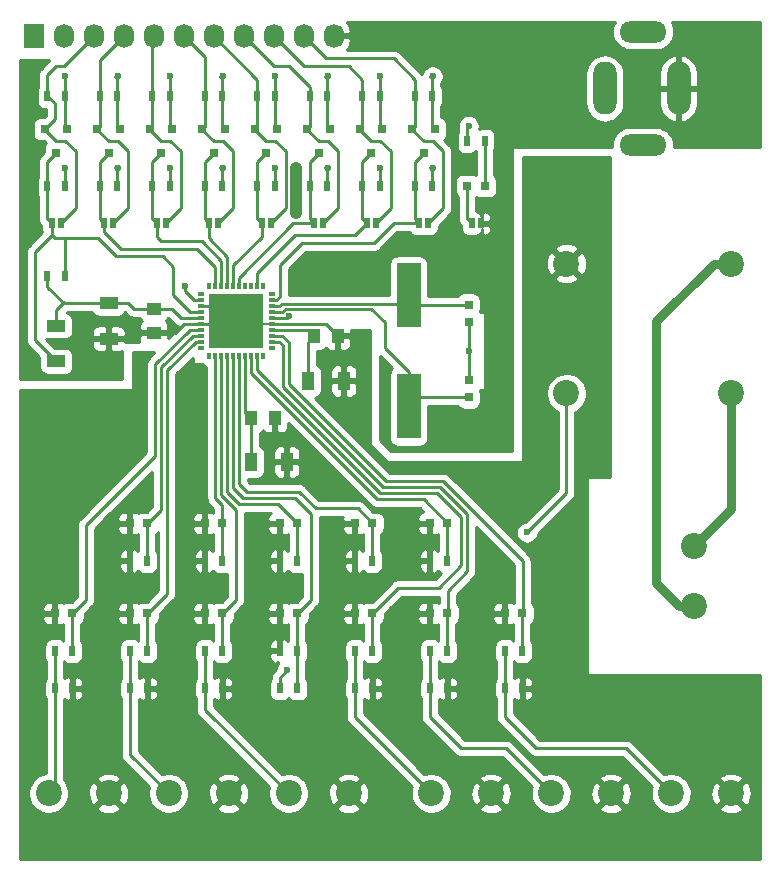
<source format=gtl>
G04 #@! TF.FileFunction,Copper,L1,Top,Signal*
%FSLAX46Y46*%
G04 Gerber Fmt 4.6, Leading zero omitted, Abs format (unit mm)*
G04 Created by KiCad (PCBNEW 4.0.2-stable) date Sunday, 28 August 2016 12:14:49*
%MOMM*%
G01*
G04 APERTURE LIST*
%ADD10C,0.100000*%
%ADD11C,0.203200*%
%ADD12C,0.600000*%
%ADD13R,0.381000X0.254000*%
%ADD14O,4.000000X1.800000*%
%ADD15O,2.000000X4.500000*%
%ADD16R,0.797560X0.797560*%
%ADD17R,0.800000X0.750000*%
%ADD18R,0.500000X0.900000*%
%ADD19R,1.600000X1.000000*%
%ADD20R,1.000000X1.600000*%
%ADD21R,1.000000X1.250000*%
%ADD22R,0.750000X0.800000*%
%ADD23R,1.727200X2.032000*%
%ADD24O,1.727200X2.032000*%
%ADD25R,0.500000X0.300000*%
%ADD26R,0.300000X0.500000*%
%ADD27R,4.600000X4.600000*%
%ADD28R,1.998980X5.499100*%
%ADD29C,2.200000*%
%ADD30C,2.000000*%
%ADD31R,0.800100X0.800100*%
%ADD32R,1.250000X1.000000*%
%ADD33C,0.250000*%
%ADD34C,1.000000*%
%ADD35C,0.500000*%
%ADD36C,0.800000*%
%ADD37C,0.290000*%
%ADD38C,0.254000*%
G04 APERTURE END LIST*
D10*
D11*
X118643400Y-82169000D02*
X119659400Y-82169000D01*
D12*
X124460000Y-88646000D03*
X124460000Y-85090000D03*
X127635000Y-83185000D03*
X127635000Y-85725000D03*
X127635000Y-88265000D03*
X122428000Y-92329000D03*
X119634000Y-92075000D03*
X119634000Y-95250000D03*
X122555000Y-95250000D03*
X124460000Y-94361000D03*
X124460000Y-96520000D03*
X124460000Y-99060000D03*
X124460000Y-101600000D03*
X124460000Y-106680000D03*
X114173000Y-108077000D03*
X120523000Y-108077000D03*
X118110000Y-106680000D03*
X120523000Y-100457000D03*
X118110000Y-101600000D03*
X118110000Y-98552000D03*
X111760000Y-106680000D03*
X114173000Y-100457000D03*
X112395000Y-101600000D03*
X113030000Y-96520000D03*
X113030000Y-91440000D03*
X113030000Y-88265000D03*
X113030000Y-85979000D03*
X99060000Y-91440000D03*
X99060000Y-88265000D03*
X104140000Y-88265000D03*
X108585000Y-85090000D03*
X108585000Y-88265000D03*
X109347000Y-95631000D03*
X108458000Y-93218000D03*
X105283000Y-96393000D03*
X107823000Y-100457000D03*
X105410000Y-101600000D03*
X99060000Y-96520000D03*
X102870000Y-100330000D03*
X99060000Y-101600000D03*
X102870000Y-105156000D03*
X107823000Y-108077000D03*
X105410000Y-106680000D03*
X101473000Y-108077000D03*
X99060000Y-106680000D03*
X99060000Y-111760000D03*
X105410000Y-111760000D03*
X111760000Y-111760000D03*
X118110000Y-111760000D03*
X124460000Y-110363000D03*
X124460000Y-112649000D03*
X117729000Y-116840000D03*
X114554000Y-116840000D03*
X109220000Y-116840000D03*
X106680000Y-116840000D03*
X102870000Y-116840000D03*
X99060000Y-116840000D03*
X99060000Y-127000000D03*
X104775000Y-127000000D03*
X109855000Y-127000000D03*
X114935000Y-127000000D03*
X120015000Y-127000000D03*
X125095000Y-127000000D03*
X160655000Y-112395000D03*
X160655000Y-116840000D03*
X160655000Y-127000000D03*
X155575000Y-127000000D03*
X150495000Y-127000000D03*
X145415000Y-127000000D03*
X140335000Y-127000000D03*
X135255000Y-127000000D03*
X130175000Y-127000000D03*
X130810000Y-112014000D03*
X126746000Y-116840000D03*
X129794000Y-116840000D03*
X133096000Y-116840000D03*
X136144000Y-116840000D03*
X139446000Y-116840000D03*
X142494000Y-116840000D03*
X145415000Y-116840000D03*
X150495000Y-116840000D03*
X155575000Y-116840000D03*
X137160000Y-111760000D03*
X143510000Y-111760000D03*
X155575000Y-112395000D03*
X150495000Y-112395000D03*
X146050000Y-112395000D03*
X126873000Y-108077000D03*
X126873000Y-100457000D03*
X126746000Y-96647000D03*
X127635000Y-91948000D03*
X130810000Y-108966000D03*
X130810000Y-105918000D03*
X139573000Y-108077000D03*
X137160000Y-106680000D03*
X139700000Y-103505000D03*
X137541000Y-100330000D03*
X133223000Y-100457000D03*
X130810000Y-101600000D03*
X130810000Y-98425000D03*
X130810000Y-94234000D03*
X133985000Y-94234000D03*
X137922000Y-97282000D03*
X137795000Y-94361000D03*
X143510000Y-106680000D03*
X143510000Y-101600000D03*
X146050000Y-107315000D03*
X146050000Y-102235000D03*
X146050000Y-97155000D03*
X147955000Y-94615000D03*
X146050000Y-94615000D03*
X141605000Y-93980000D03*
X147955000Y-89535000D03*
X141605000Y-89535000D03*
X147955000Y-84455000D03*
X141605000Y-84455000D03*
X147955000Y-79375000D03*
X141605000Y-79375000D03*
X147955000Y-74295000D03*
X141605000Y-74295000D03*
X147955000Y-68580000D03*
X124714000Y-77724000D03*
X121666000Y-78359000D03*
X129540000Y-58420000D03*
X135001000Y-66548000D03*
X135001000Y-64516000D03*
X135001000Y-62865000D03*
X134620000Y-58420000D03*
X139700000Y-58420000D03*
X144780000Y-58420000D03*
X154940000Y-66040000D03*
X160020000Y-66040000D03*
X160020000Y-58420000D03*
X154940000Y-58420000D03*
X149860000Y-59690000D03*
X149860000Y-64770000D03*
X144780000Y-66040000D03*
X139700000Y-66040000D03*
X129413000Y-85852000D03*
X129413000Y-88519000D03*
X129413000Y-91440000D03*
X133223000Y-92583000D03*
X133604000Y-89662000D03*
X135001000Y-92583000D03*
X137414000Y-92583000D03*
X139700000Y-92583000D03*
X139700000Y-90170000D03*
X139700000Y-86360000D03*
X139700000Y-81280000D03*
X139700000Y-71120000D03*
X139700000Y-76200000D03*
X136525000Y-78867000D03*
X133477000Y-79248000D03*
X134620000Y-73660000D03*
X133350000Y-76200000D03*
X129540000Y-76200000D03*
X129413000Y-79248000D03*
X124714000Y-76581000D03*
X124714000Y-78994000D03*
X121666000Y-79121000D03*
X121666000Y-77597000D03*
X106680000Y-86360000D03*
X111506000Y-82550000D03*
X104140000Y-81407000D03*
X101600000Y-83820000D03*
X104140000Y-86360000D03*
X99060000Y-86360000D03*
X98806000Y-81280000D03*
X98806000Y-76200000D03*
X99060000Y-71120000D03*
X100380800Y-66954400D03*
X100431600Y-64262000D03*
D13*
X119849900Y-82169000D03*
X118452900Y-82169000D03*
D14*
X151305000Y-67030000D03*
D15*
X148055000Y-62230000D03*
X154305000Y-62230000D03*
D14*
X151305000Y-57430000D03*
D16*
X137909300Y-70485000D03*
X136410700Y-70485000D03*
D17*
X122035000Y-106680000D03*
X120535000Y-106680000D03*
D18*
X120535000Y-109855000D03*
X122035000Y-109855000D03*
X122035000Y-113030000D03*
X120535000Y-113030000D03*
D19*
X101600000Y-82320000D03*
X101600000Y-85320000D03*
D18*
X136410000Y-66675000D03*
X137910000Y-66675000D03*
D20*
X122960000Y-86995000D03*
X125960000Y-86995000D03*
D21*
X123460000Y-83185000D03*
X125460000Y-83185000D03*
D20*
X118134000Y-93853000D03*
X121134000Y-93853000D03*
D21*
X118126000Y-90170000D03*
X120126000Y-90170000D03*
D22*
X136525000Y-88380000D03*
X136525000Y-86880000D03*
D18*
X136779000Y-73660000D03*
X137541000Y-73660000D03*
D23*
X99695000Y-57785000D03*
D24*
X102235000Y-57785000D03*
X104775000Y-57785000D03*
X107315000Y-57785000D03*
X109855000Y-57785000D03*
X112395000Y-57785000D03*
X114935000Y-57785000D03*
X117475000Y-57785000D03*
X120015000Y-57785000D03*
X122555000Y-57785000D03*
X125095000Y-57785000D03*
D18*
X133096000Y-73660000D03*
X132334000Y-73660000D03*
X128651000Y-73660000D03*
X127889000Y-73660000D03*
X124206000Y-73660000D03*
X123444000Y-73660000D03*
X119761000Y-73660000D03*
X118999000Y-73660000D03*
X115316000Y-73660000D03*
X114554000Y-73660000D03*
X110871000Y-73660000D03*
X110109000Y-73660000D03*
X106426000Y-73660000D03*
X105664000Y-73660000D03*
X101981000Y-73660000D03*
X101219000Y-73660000D03*
D25*
X113840000Y-79665000D03*
X113840000Y-80165000D03*
X113840000Y-80665000D03*
X113840000Y-81165000D03*
X113840000Y-81665000D03*
X113840000Y-82165000D03*
X113840000Y-82665000D03*
X113840000Y-83165000D03*
X113840000Y-83665000D03*
X113840000Y-84165000D03*
D26*
X114590000Y-84915000D03*
X115090000Y-84915000D03*
X115590000Y-84915000D03*
X116090000Y-84915000D03*
X116590000Y-84915000D03*
X117090000Y-84915000D03*
X117590000Y-84915000D03*
X118090000Y-84915000D03*
X118590000Y-84915000D03*
X119090000Y-84915000D03*
D25*
X119840000Y-84165000D03*
X119840000Y-83665000D03*
X119840000Y-83165000D03*
X119840000Y-82665000D03*
X119840000Y-82165000D03*
X119840000Y-81665000D03*
X119840000Y-81165000D03*
X119840000Y-80665000D03*
X119840000Y-80165000D03*
X119840000Y-79665000D03*
D26*
X119090000Y-78915000D03*
X118590000Y-78915000D03*
X118090000Y-78915000D03*
X117590000Y-78915000D03*
X117090000Y-78915000D03*
X116590000Y-78915000D03*
X116090000Y-78915000D03*
X115590000Y-78915000D03*
X115090000Y-78915000D03*
X114590000Y-78915000D03*
D27*
X116840000Y-81915000D03*
D28*
X131445000Y-79756000D03*
X131445000Y-89154000D03*
D18*
X100850000Y-78105000D03*
X102350000Y-78105000D03*
D29*
X100965000Y-121920000D03*
X106045000Y-121920000D03*
X111125000Y-121920000D03*
X116205000Y-121920000D03*
X121285000Y-121920000D03*
X126365000Y-121920000D03*
X133350000Y-121920000D03*
X138430000Y-121920000D03*
X143510000Y-121920000D03*
X148590000Y-121920000D03*
X153670000Y-121920000D03*
X158750000Y-121920000D03*
X155575000Y-106045000D03*
X155575000Y-100965000D03*
D30*
X116840000Y-81915000D03*
D31*
X102550000Y-65674240D03*
X100650000Y-65674240D03*
X101600000Y-67673220D03*
X106995000Y-65674240D03*
X105095000Y-65674240D03*
X106045000Y-67673220D03*
X111440000Y-65674240D03*
X109540000Y-65674240D03*
X110490000Y-67673220D03*
X115885000Y-65674240D03*
X113985000Y-65674240D03*
X114935000Y-67673220D03*
X120330000Y-65674240D03*
X118430000Y-65674240D03*
X119380000Y-67673220D03*
D18*
X102985000Y-113030000D03*
X101485000Y-113030000D03*
X109335000Y-113030000D03*
X107835000Y-113030000D03*
X115685000Y-113030000D03*
X114185000Y-113030000D03*
X128385000Y-113030000D03*
X126885000Y-113030000D03*
X134735000Y-113030000D03*
X133235000Y-113030000D03*
X141085000Y-113030000D03*
X139585000Y-113030000D03*
X102985000Y-109855000D03*
X101485000Y-109855000D03*
X109335000Y-109855000D03*
X107835000Y-109855000D03*
X115685000Y-109855000D03*
X114185000Y-109855000D03*
X128385000Y-109855000D03*
X126885000Y-109855000D03*
X134735000Y-109855000D03*
X133235000Y-109855000D03*
X141085000Y-109855000D03*
X139585000Y-109855000D03*
X109335000Y-102235000D03*
X107835000Y-102235000D03*
X115685000Y-102235000D03*
X114185000Y-102235000D03*
X122035000Y-102235000D03*
X120535000Y-102235000D03*
X134735000Y-102235000D03*
X133235000Y-102235000D03*
X128385000Y-102235000D03*
X126885000Y-102235000D03*
X102350000Y-62865000D03*
X100850000Y-62865000D03*
X106795000Y-62865000D03*
X105295000Y-62865000D03*
X111240000Y-62865000D03*
X109740000Y-62865000D03*
X115685000Y-62865000D03*
X114185000Y-62865000D03*
X120130000Y-62865000D03*
X118630000Y-62865000D03*
X102350000Y-70485000D03*
X100850000Y-70485000D03*
X106795000Y-70485000D03*
X105295000Y-70485000D03*
X111240000Y-70485000D03*
X109740000Y-70485000D03*
X115685000Y-70485000D03*
X114185000Y-70485000D03*
X120130000Y-70485000D03*
X118630000Y-70485000D03*
D29*
X158715000Y-88050000D03*
X158715000Y-77050000D03*
X144815000Y-77050000D03*
X144815000Y-88050000D03*
D31*
X124775000Y-65674240D03*
X122875000Y-65674240D03*
X123825000Y-67673220D03*
X129220000Y-65674240D03*
X127320000Y-65674240D03*
X128270000Y-67673220D03*
X133665000Y-65674240D03*
X131765000Y-65674240D03*
X132715000Y-67673220D03*
D18*
X124575000Y-62865000D03*
X123075000Y-62865000D03*
X124575000Y-70485000D03*
X123075000Y-70485000D03*
X129020000Y-62865000D03*
X127520000Y-62865000D03*
X129020000Y-70485000D03*
X127520000Y-70485000D03*
X133465000Y-62865000D03*
X131965000Y-62865000D03*
X133465000Y-70485000D03*
X131965000Y-70485000D03*
D17*
X102985000Y-106680000D03*
X101485000Y-106680000D03*
X109335000Y-106680000D03*
X107835000Y-106680000D03*
X115685000Y-106680000D03*
X114185000Y-106680000D03*
X128385000Y-106680000D03*
X126885000Y-106680000D03*
X134735000Y-106680000D03*
X133235000Y-106680000D03*
X141085000Y-106680000D03*
X139585000Y-106680000D03*
X109335000Y-99060000D03*
X107835000Y-99060000D03*
X115685000Y-99060000D03*
X114185000Y-99060000D03*
X122035000Y-99060000D03*
X120535000Y-99060000D03*
X134735000Y-99060000D03*
X133235000Y-99060000D03*
X128385000Y-99060000D03*
X126885000Y-99060000D03*
D19*
X106045000Y-80415000D03*
X106045000Y-83415000D03*
D32*
X109855000Y-80915000D03*
X109855000Y-82915000D03*
D22*
X136525000Y-80530000D03*
X136525000Y-82030000D03*
D12*
X100431600Y-60045600D03*
X141605000Y-68580000D03*
X147955000Y-79375000D03*
X117602000Y-116840000D03*
X147955000Y-89535000D03*
X137160000Y-111760000D03*
X154940000Y-66040000D03*
X111506000Y-82550000D03*
X98806000Y-81280000D03*
X104140000Y-86360000D03*
X99060000Y-86360000D03*
X104140000Y-81407000D03*
X101600000Y-83820000D03*
X134620000Y-73660000D03*
X106680000Y-86360000D03*
X136525000Y-84455000D03*
X112522000Y-78994000D03*
X136525000Y-65405000D03*
X121920000Y-72771000D03*
X121920000Y-68961000D03*
X121285000Y-81534000D03*
X133477000Y-68961000D03*
X129032000Y-68961000D03*
X124587000Y-68961000D03*
X120142000Y-68961000D03*
X115697000Y-68961000D03*
X111252000Y-68961000D03*
X106807000Y-68961000D03*
X102362000Y-68961000D03*
X133477000Y-61214000D03*
X102362000Y-61214000D03*
X106807000Y-61214000D03*
X111252000Y-61214000D03*
X115697000Y-61214000D03*
X120142000Y-61214000D03*
X124587000Y-61214000D03*
X129032000Y-61214000D03*
X141478000Y-99822000D03*
X121158000Y-111506000D03*
D33*
X102985000Y-106680000D02*
X102985000Y-109855000D01*
X102985000Y-106680000D02*
X102997000Y-106680000D01*
X102997000Y-106680000D02*
X104140000Y-105537000D01*
X104140000Y-99187000D02*
X104140000Y-105537000D01*
X109982000Y-85598000D02*
X109982000Y-93345000D01*
X109982000Y-93345000D02*
X104140000Y-99187000D01*
X109982000Y-85598000D02*
X112907700Y-82672300D01*
X112907700Y-82665000D02*
X112907700Y-82672300D01*
X113840000Y-82665000D02*
X112907700Y-82665000D01*
X119840000Y-82165000D02*
X124440000Y-82165000D01*
X124440000Y-82165000D02*
X125460000Y-83185000D01*
X102870000Y-112915000D02*
X102985000Y-113030000D01*
X109335000Y-106680000D02*
X109335000Y-109855000D01*
X109335000Y-106680000D02*
X109347000Y-106680000D01*
X109347000Y-106680000D02*
X110998000Y-105029000D01*
X110998000Y-105029000D02*
X110998000Y-86106000D01*
X113439000Y-83665000D02*
X113840000Y-83665000D01*
X110998000Y-86106000D02*
X113439000Y-83665000D01*
X115685000Y-106680000D02*
X115697000Y-106680000D01*
X115697000Y-106680000D02*
X116840000Y-105537000D01*
X116840000Y-97917000D02*
X115590000Y-96667000D01*
X116840000Y-105537000D02*
X116840000Y-97917000D01*
X115590000Y-84915000D02*
X115590000Y-96667000D01*
X115685000Y-106680000D02*
X115685000Y-109855000D01*
X135890000Y-98552000D02*
X135890000Y-102616000D01*
X133858000Y-96520000D02*
X135890000Y-98552000D01*
X118590000Y-84915000D02*
X118590000Y-86078000D01*
X129032000Y-96520000D02*
X133858000Y-96520000D01*
X118590000Y-86078000D02*
X129032000Y-96520000D01*
X135890000Y-102616000D02*
X133985000Y-104521000D01*
X133985000Y-104521000D02*
X130556000Y-104521000D01*
X130556000Y-104521000D02*
X128397000Y-106680000D01*
X128385000Y-106680000D02*
X128385000Y-109855000D01*
X128385000Y-106680000D02*
X128397000Y-106680000D01*
X134112000Y-96012000D02*
X136398000Y-98298000D01*
X134747000Y-106668000D02*
X134747000Y-104775000D01*
X120819549Y-87545549D02*
X129286000Y-96012000D01*
X129286000Y-96012000D02*
X134112000Y-96012000D01*
X120495000Y-83665000D02*
X119840000Y-83665000D01*
X120495000Y-83665000D02*
X120819549Y-83989549D01*
X120819549Y-83989549D02*
X120819549Y-87545549D01*
X136398000Y-98298000D02*
X136398000Y-103124000D01*
X136398000Y-103124000D02*
X134747000Y-104775000D01*
X134747000Y-106668000D02*
X134735000Y-106680000D01*
X134747000Y-106668000D02*
X134735000Y-106680000D01*
X134735000Y-106680000D02*
X134735000Y-109855000D01*
X141097000Y-102235000D02*
X141097000Y-106668000D01*
X134366000Y-95504000D02*
X141097000Y-102235000D01*
X141097000Y-106668000D02*
X141085000Y-106680000D01*
X141085000Y-106680000D02*
X141085000Y-109855000D01*
X141085000Y-106680000D02*
X141097000Y-106680000D01*
X121285000Y-87249000D02*
X129540000Y-95504000D01*
X119840000Y-83165000D02*
X120757000Y-83165000D01*
X129540000Y-95504000D02*
X134366000Y-95504000D01*
X120757000Y-83165000D02*
X121285000Y-83693000D01*
X121285000Y-83693000D02*
X121285000Y-87249000D01*
X123190000Y-105537000D02*
X123190000Y-98240002D01*
X123190000Y-98240002D02*
X121850998Y-96901000D01*
X116590000Y-96073998D02*
X117417002Y-96901000D01*
X121850998Y-96901000D02*
X117417002Y-96901000D01*
X116590000Y-84915000D02*
X116590000Y-96073998D01*
X123190000Y-105537000D02*
X122047000Y-106680000D01*
X122035000Y-106680000D02*
X122047000Y-106680000D01*
X122035000Y-106680000D02*
X122035000Y-109855000D01*
X122035000Y-109855000D02*
X122035000Y-113030000D01*
X122035000Y-109855000D02*
X122035000Y-109740000D01*
X109335000Y-99060000D02*
X109335000Y-102235000D01*
X109335000Y-99060000D02*
X109347000Y-99060000D01*
X109347000Y-99060000D02*
X110490000Y-97917000D01*
X110490000Y-85852000D02*
X110490000Y-97917000D01*
X113177000Y-83165000D02*
X110490000Y-85852000D01*
X113840000Y-83165000D02*
X113177000Y-83165000D01*
X115685000Y-99060000D02*
X115685000Y-102235000D01*
X115685000Y-99060000D02*
X115685000Y-97524000D01*
X115685000Y-97524000D02*
X115090000Y-96929000D01*
X115090000Y-84915000D02*
X115090000Y-96929000D01*
X122035000Y-99060000D02*
X122035000Y-102235000D01*
X122035000Y-99060000D02*
X122035000Y-99048000D01*
X122035000Y-99048000D02*
X120396000Y-97409000D01*
X116090000Y-84915000D02*
X116090000Y-96405000D01*
X116090000Y-96405000D02*
X117094000Y-97409000D01*
X117094000Y-97409000D02*
X120396000Y-97409000D01*
X122174000Y-96393000D02*
X123571000Y-97790000D01*
X123571000Y-97790000D02*
X127127000Y-97790000D01*
X128385000Y-99060000D02*
X128385000Y-102235000D01*
X128385000Y-99060000D02*
X128385000Y-99048000D01*
X128385000Y-99048000D02*
X127127000Y-97790000D01*
X117729000Y-96393000D02*
X122174000Y-96393000D01*
X117090000Y-95754000D02*
X117729000Y-96393000D01*
X117090000Y-95754000D02*
X117090000Y-84915000D01*
X137541000Y-73660000D02*
X139065000Y-73660000D01*
X139700000Y-73025000D02*
X139700000Y-71120000D01*
X139065000Y-73660000D02*
X139700000Y-73025000D01*
X111506000Y-82915000D02*
X111506000Y-82550000D01*
X106045000Y-83415000D02*
X106045000Y-85725000D01*
X106045000Y-85725000D02*
X106680000Y-86360000D01*
X113840000Y-82165000D02*
X112399000Y-82165000D01*
X111649000Y-82915000D02*
X111506000Y-82915000D01*
X111506000Y-82915000D02*
X109855000Y-82915000D01*
X112399000Y-82165000D02*
X111649000Y-82915000D01*
X136525000Y-86880000D02*
X136525000Y-84455000D01*
X136525000Y-84455000D02*
X136525000Y-82030000D01*
X113840000Y-80665000D02*
X115590000Y-80665000D01*
X115590000Y-80665000D02*
X116840000Y-81915000D01*
X113840000Y-82165000D02*
X116590000Y-82165000D01*
X116590000Y-82165000D02*
X116840000Y-81915000D01*
X136525000Y-88380000D02*
X132219000Y-88380000D01*
X132219000Y-88380000D02*
X131445000Y-89154000D01*
X119840000Y-81165000D02*
X120765000Y-81165000D01*
X131445000Y-86233000D02*
X131445000Y-89154000D01*
X129413000Y-84201000D02*
X131445000Y-86233000D01*
X129413000Y-82042000D02*
X129413000Y-84201000D01*
X128270000Y-80899000D02*
X129413000Y-82042000D01*
X121031000Y-80899000D02*
X128270000Y-80899000D01*
X120765000Y-81165000D02*
X121031000Y-80899000D01*
X136525000Y-80530000D02*
X132219000Y-80530000D01*
X132219000Y-80530000D02*
X131445000Y-79756000D01*
X119840000Y-80665000D02*
X120503000Y-80665000D01*
X120719002Y-80448998D02*
X130752002Y-80448998D01*
X120503000Y-80665000D02*
X120719002Y-80448998D01*
X130752002Y-80448998D02*
X131445000Y-79756000D01*
X112915000Y-81165000D02*
X111506000Y-79756000D01*
X113840000Y-81165000D02*
X112915000Y-81165000D01*
X105156000Y-74930000D02*
X102362000Y-74930000D01*
X106680000Y-76454000D02*
X105156000Y-74930000D01*
X110617000Y-76454000D02*
X106680000Y-76454000D01*
X111506000Y-77343000D02*
X110617000Y-76454000D01*
X111506000Y-79756000D02*
X111506000Y-77343000D01*
X101600000Y-85320000D02*
X101576000Y-85320000D01*
X101576000Y-85320000D02*
X99822000Y-83566000D01*
X99822000Y-83566000D02*
X99822000Y-76073000D01*
X99822000Y-76073000D02*
X101219000Y-74676000D01*
X102350000Y-78105000D02*
X102350000Y-74930000D01*
X102350000Y-74930000D02*
X102362000Y-74930000D01*
X102362000Y-74930000D02*
X101473000Y-74930000D01*
X101219000Y-73660000D02*
X101219000Y-74676000D01*
X101473000Y-74930000D02*
X101219000Y-74676000D01*
X100850000Y-70485000D02*
X100850000Y-73291000D01*
X100850000Y-73291000D02*
X101219000Y-73660000D01*
X100850000Y-68423200D02*
X101600000Y-67673200D01*
X100850000Y-70485000D02*
X100850000Y-68423200D01*
X113312000Y-80165000D02*
X113840000Y-80165000D01*
X112522000Y-79375000D02*
X113312000Y-80165000D01*
X112522000Y-78994000D02*
X112522000Y-79375000D01*
X136410000Y-66675000D02*
X136410000Y-65520000D01*
X136410000Y-65520000D02*
X136525000Y-65405000D01*
D34*
X121920000Y-68961000D02*
X121920000Y-72771000D01*
D33*
X119840000Y-81665000D02*
X121154000Y-81665000D01*
X121154000Y-81665000D02*
X121285000Y-81534000D01*
D35*
X111240000Y-68973000D02*
X111252000Y-68961000D01*
D33*
X111240000Y-70485000D02*
X111240000Y-68973000D01*
D35*
X102362000Y-68961000D02*
X102350000Y-68973000D01*
D33*
X102350000Y-68973000D02*
X102350000Y-70485000D01*
X133465000Y-70485000D02*
X133465000Y-68973000D01*
D35*
X133465000Y-68973000D02*
X133477000Y-68961000D01*
D33*
X129020000Y-70485000D02*
X129020000Y-68973000D01*
D35*
X129020000Y-68973000D02*
X129032000Y-68961000D01*
D33*
X124575000Y-70485000D02*
X124575000Y-68973000D01*
D35*
X124575000Y-68973000D02*
X124587000Y-68961000D01*
D33*
X120130000Y-70485000D02*
X120130000Y-68973000D01*
D35*
X120130000Y-68973000D02*
X120142000Y-68961000D01*
D33*
X115685000Y-70485000D02*
X115685000Y-68973000D01*
D35*
X115685000Y-68973000D02*
X115697000Y-68961000D01*
D33*
X106795000Y-70485000D02*
X106795000Y-68973000D01*
D35*
X106795000Y-68973000D02*
X106807000Y-68961000D01*
D33*
X100850000Y-62865000D02*
X100850000Y-62877000D01*
X100850000Y-62877000D02*
X101473000Y-63500000D01*
X101473000Y-64851240D02*
X100650000Y-65674240D01*
X101473000Y-63500000D02*
X101473000Y-64851240D01*
X100850000Y-62865000D02*
X100850000Y-61075000D01*
X102235000Y-60325000D02*
X104775000Y-57785000D01*
X101600000Y-60325000D02*
X102235000Y-60325000D01*
X100850000Y-61075000D02*
X101600000Y-60325000D01*
X103251000Y-72390000D02*
X101981000Y-73660000D01*
X103251000Y-67564000D02*
X103251000Y-72390000D01*
X102362000Y-66675000D02*
X103251000Y-67564000D01*
X101600000Y-66675000D02*
X102362000Y-66675000D01*
X100650000Y-65725000D02*
X101600000Y-66675000D01*
X100650000Y-65674200D02*
X100650000Y-65725000D01*
X100850000Y-65474200D02*
X100650000Y-65674200D01*
X115090000Y-78915000D02*
X115090000Y-77371000D01*
X107061000Y-75819000D02*
X105664000Y-74422000D01*
X113538000Y-75819000D02*
X107061000Y-75819000D01*
X115090000Y-77371000D02*
X113538000Y-75819000D01*
X105664000Y-73660000D02*
X105664000Y-74422000D01*
X105295000Y-68423200D02*
X106045000Y-67673200D01*
X105295000Y-70485000D02*
X105295000Y-68423200D01*
X105295000Y-73291000D02*
X105664000Y-73660000D01*
X105295000Y-70485000D02*
X105295000Y-73291000D01*
X105295000Y-62865000D02*
X105295000Y-59805000D01*
X105295000Y-59805000D02*
X107315000Y-57785000D01*
X107696000Y-72390000D02*
X106426000Y-73660000D01*
X107696000Y-67564000D02*
X107696000Y-72390000D01*
X106807000Y-66675000D02*
X107696000Y-67564000D01*
X106045000Y-66675000D02*
X106807000Y-66675000D01*
X105095000Y-65725000D02*
X106045000Y-66675000D01*
X105095000Y-65674200D02*
X105095000Y-65725000D01*
X105295000Y-65474200D02*
X105095000Y-65674200D01*
X105295000Y-65474200D02*
X105095000Y-65674200D01*
X105295000Y-62865000D02*
X105295000Y-65474200D01*
X115590000Y-78915000D02*
X115590000Y-76855000D01*
X110109000Y-74803000D02*
X110109000Y-73660000D01*
X110490000Y-75184000D02*
X110109000Y-74803000D01*
X113919000Y-75184000D02*
X110490000Y-75184000D01*
X115590000Y-76855000D02*
X113919000Y-75184000D01*
X109740000Y-68423200D02*
X110490000Y-67673200D01*
X109740000Y-70485000D02*
X109740000Y-68423200D01*
X109740000Y-73291000D02*
X110109000Y-73660000D01*
X109740000Y-70485000D02*
X109740000Y-73291000D01*
X109740000Y-62865000D02*
X109740000Y-57900000D01*
X109740000Y-57900000D02*
X109855000Y-57785000D01*
X112141000Y-72390000D02*
X110871000Y-73660000D01*
X112141000Y-67564000D02*
X112141000Y-72390000D01*
X111252000Y-66675000D02*
X112141000Y-67564000D01*
X110490000Y-66675000D02*
X111252000Y-66675000D01*
X109540000Y-65725000D02*
X110490000Y-66675000D01*
X109540000Y-65674200D02*
X109540000Y-65725000D01*
X109740000Y-65474200D02*
X109540000Y-65674200D01*
X109740000Y-65474200D02*
X109540000Y-65674200D01*
X109740000Y-62865000D02*
X109740000Y-65474200D01*
X116090000Y-78915000D02*
X116090000Y-76466000D01*
X114554000Y-74930000D02*
X114554000Y-73660000D01*
X116090000Y-76466000D02*
X114554000Y-74930000D01*
X114185000Y-68423200D02*
X114935000Y-67673200D01*
X114185000Y-70485000D02*
X114185000Y-68423200D01*
X114185000Y-73291000D02*
X114554000Y-73660000D01*
X114185000Y-70485000D02*
X114185000Y-73291000D01*
X114185000Y-62865000D02*
X114185000Y-59575000D01*
X114185000Y-59575000D02*
X112395000Y-57785000D01*
X116586000Y-72390000D02*
X115316000Y-73660000D01*
X116586000Y-67564000D02*
X116586000Y-72390000D01*
X115697000Y-66675000D02*
X116586000Y-67564000D01*
X114935000Y-66675000D02*
X115697000Y-66675000D01*
X113985000Y-65725000D02*
X114935000Y-66675000D01*
X113985000Y-65674200D02*
X113985000Y-65725000D01*
X114185000Y-65474200D02*
X113985000Y-65674200D01*
X114185000Y-65474200D02*
X113985000Y-65674200D01*
X114185000Y-62865000D02*
X114185000Y-65474200D01*
X118999000Y-73660000D02*
X118999000Y-74803000D01*
X116586000Y-77216000D02*
X116590000Y-77216000D01*
X118999000Y-74803000D02*
X116586000Y-77216000D01*
X118630000Y-73291000D02*
X118999000Y-73660000D01*
X118630000Y-70485000D02*
X118630000Y-73291000D01*
X118630000Y-68423200D02*
X119380000Y-67673200D01*
X118630000Y-70485000D02*
X118630000Y-68423200D01*
X116590000Y-78915000D02*
X116590000Y-77216000D01*
X118630000Y-62865000D02*
X118630000Y-61480000D01*
X118630000Y-61480000D02*
X114935000Y-57785000D01*
X121031000Y-72390000D02*
X119761000Y-73660000D01*
X121031000Y-67564000D02*
X121031000Y-72390000D01*
X120142000Y-66675000D02*
X121031000Y-67564000D01*
X119380000Y-66675000D02*
X120142000Y-66675000D01*
X118430000Y-65725000D02*
X119380000Y-66675000D01*
X118430000Y-65674200D02*
X118430000Y-65725000D01*
X118630000Y-65474200D02*
X118430000Y-65674200D01*
X118630000Y-65474200D02*
X118430000Y-65674200D01*
X118630000Y-62865000D02*
X118630000Y-63164900D01*
X118630000Y-63164900D02*
X118630000Y-65474200D01*
X101485000Y-121400000D02*
X100965000Y-121920000D01*
X101485000Y-113030000D02*
X101485000Y-121400000D01*
X101485000Y-109855000D02*
X101485000Y-113030000D01*
X107835000Y-118630000D02*
X111125000Y-121920000D01*
X107835000Y-113030000D02*
X107835000Y-118630000D01*
X107835000Y-109855000D02*
X107835000Y-113030000D01*
X114185000Y-114820000D02*
X121285000Y-121920000D01*
X114185000Y-113030000D02*
X114185000Y-114820000D01*
X114185000Y-109855000D02*
X114185000Y-113030000D01*
X126885000Y-115455000D02*
X133350000Y-121920000D01*
X126885000Y-113030000D02*
X126885000Y-115455000D01*
X126885000Y-109855000D02*
X126885000Y-113030000D01*
X139700000Y-118110000D02*
X143510000Y-121920000D01*
X135890000Y-118110000D02*
X139700000Y-118110000D01*
X133235000Y-115455000D02*
X135890000Y-118110000D01*
X133235000Y-113030000D02*
X133235000Y-115455000D01*
X133235000Y-109855000D02*
X133235000Y-113030000D01*
X149860000Y-118110000D02*
X153670000Y-121920000D01*
X142240000Y-118110000D02*
X149860000Y-118110000D01*
X139585000Y-115455000D02*
X142240000Y-118110000D01*
X139585000Y-113030000D02*
X139585000Y-115455000D01*
X139585000Y-109855000D02*
X139585000Y-113030000D01*
D36*
X155575000Y-106045000D02*
X154305000Y-106045000D01*
X154305000Y-106045000D02*
X152400000Y-104140000D01*
X152400000Y-104140000D02*
X152400000Y-81915000D01*
X152400000Y-81915000D02*
X157265000Y-77050000D01*
X157265000Y-77050000D02*
X158715000Y-77050000D01*
X158715000Y-88050000D02*
X158715000Y-97825000D01*
X158715000Y-97825000D02*
X155575000Y-100965000D01*
D33*
X133465000Y-61226000D02*
X133465000Y-62865000D01*
D35*
X133477000Y-61214000D02*
X133465000Y-61226000D01*
D33*
X102350000Y-62865000D02*
X102350000Y-61226000D01*
D35*
X102350000Y-61226000D02*
X102362000Y-61214000D01*
D33*
X106795000Y-62865000D02*
X106795000Y-61226000D01*
D35*
X106795000Y-61226000D02*
X106807000Y-61214000D01*
D33*
X111240000Y-62865000D02*
X111240000Y-61226000D01*
D35*
X111240000Y-61226000D02*
X111252000Y-61214000D01*
D33*
X115685000Y-62865000D02*
X115685000Y-61226000D01*
D35*
X115685000Y-61226000D02*
X115697000Y-61214000D01*
D33*
X120130000Y-62865000D02*
X120130000Y-61226000D01*
D35*
X120130000Y-61226000D02*
X120142000Y-61214000D01*
D33*
X124575000Y-62865000D02*
X124575000Y-61226000D01*
D35*
X124575000Y-61226000D02*
X124587000Y-61214000D01*
D33*
X129020000Y-62865000D02*
X129020000Y-61226000D01*
D35*
X129020000Y-61226000D02*
X129032000Y-61214000D01*
D33*
X133465000Y-62865000D02*
X133465000Y-65474200D01*
D37*
X133465000Y-65474200D02*
X133665000Y-65674200D01*
D33*
X129020000Y-62865000D02*
X129020000Y-65474200D01*
D37*
X129020000Y-65474200D02*
X129220000Y-65674200D01*
D33*
X124575000Y-62865000D02*
X124575000Y-65474200D01*
D37*
X124575000Y-65474200D02*
X124775000Y-65674200D01*
D33*
X120130000Y-62865000D02*
X120130000Y-65474200D01*
D37*
X120130000Y-65474200D02*
X120330000Y-65674200D01*
D33*
X115685000Y-62865000D02*
X115685000Y-65474200D01*
D37*
X115685000Y-65474200D02*
X115885000Y-65674200D01*
D33*
X111240000Y-62865000D02*
X111240000Y-65474200D01*
D37*
X111240000Y-65474200D02*
X111440000Y-65674200D01*
D33*
X106795000Y-62865000D02*
X106795000Y-65474200D01*
D37*
X106795000Y-65474200D02*
X106995000Y-65674200D01*
D33*
X102350000Y-62865000D02*
X102350000Y-65474200D01*
D37*
X102350000Y-65474200D02*
X102550000Y-65674200D01*
D33*
X144815000Y-88050000D02*
X144815000Y-96485000D01*
X144815000Y-96485000D02*
X141478000Y-99822000D01*
X120535000Y-113030000D02*
X120535000Y-112129000D01*
X120535000Y-112129000D02*
X121158000Y-111506000D01*
X122960000Y-86995000D02*
X122960000Y-83685000D01*
X122960000Y-83685000D02*
X123460000Y-83185000D01*
X119840000Y-82665000D02*
X122940000Y-82665000D01*
X122940000Y-82665000D02*
X123460000Y-83185000D01*
X102235000Y-80415000D02*
X102235000Y-80391000D01*
X100850000Y-79006000D02*
X100850000Y-78105000D01*
X102235000Y-80391000D02*
X100850000Y-79006000D01*
X106045000Y-80415000D02*
X102235000Y-80415000D01*
X102235000Y-80415000D02*
X102211000Y-80415000D01*
X101600000Y-81026000D02*
X101600000Y-82320000D01*
X102211000Y-80415000D02*
X101600000Y-81026000D01*
X109855000Y-80915000D02*
X108220000Y-80915000D01*
X107720000Y-80415000D02*
X106045000Y-80415000D01*
X108220000Y-80915000D02*
X107720000Y-80415000D01*
X113840000Y-81665000D02*
X112145000Y-81665000D01*
X111395000Y-80915000D02*
X109855000Y-80915000D01*
X112145000Y-81665000D02*
X111395000Y-80915000D01*
X117590000Y-84915000D02*
X117590000Y-89634000D01*
X117590000Y-89634000D02*
X118134000Y-90178000D01*
X118134000Y-90178000D02*
X118134000Y-93853000D01*
X123075000Y-62865000D02*
X123075000Y-62115000D01*
X120015000Y-60325000D02*
X117475000Y-57785000D01*
X121285000Y-60325000D02*
X120015000Y-60325000D01*
X123075000Y-62115000D02*
X121285000Y-60325000D01*
X125476000Y-72390000D02*
X124206000Y-73660000D01*
X125476000Y-67564000D02*
X125476000Y-72390000D01*
X124587000Y-66675000D02*
X125476000Y-67564000D01*
X123825000Y-66675000D02*
X124587000Y-66675000D01*
X122875000Y-65725000D02*
X123825000Y-66675000D01*
X122875000Y-65674200D02*
X122875000Y-65725000D01*
X123075000Y-62865000D02*
X123075000Y-65474200D01*
X123075000Y-65474200D02*
X122875000Y-65674200D01*
X117090000Y-78915000D02*
X117090000Y-78236000D01*
X121666000Y-73660000D02*
X123444000Y-73660000D01*
X117090000Y-78236000D02*
X121666000Y-73660000D01*
X123075000Y-68423200D02*
X123825000Y-67673200D01*
X123075000Y-70485000D02*
X123075000Y-68423200D01*
X123075000Y-70485000D02*
X123075000Y-73291000D01*
X123075000Y-73291000D02*
X123444000Y-73660000D01*
X127520000Y-62865000D02*
X127520000Y-61480000D01*
X122555000Y-60325000D02*
X120015000Y-57785000D01*
X126365000Y-60325000D02*
X122555000Y-60325000D01*
X127520000Y-61480000D02*
X126365000Y-60325000D01*
X129921000Y-72390000D02*
X128651000Y-73660000D01*
X129921000Y-67564000D02*
X129921000Y-72390000D01*
X129032000Y-66675000D02*
X129921000Y-67564000D01*
X128270000Y-66675000D02*
X129032000Y-66675000D01*
X127320000Y-65725000D02*
X128270000Y-66675000D01*
X127320000Y-65674200D02*
X127320000Y-65725000D01*
X127520000Y-62865000D02*
X127520000Y-65474200D01*
X127520000Y-65474200D02*
X127320000Y-65674200D01*
X127889000Y-73660000D02*
X126873000Y-74676000D01*
X118590000Y-77879000D02*
X118590000Y-78915000D01*
X121793000Y-74676000D02*
X118590000Y-77879000D01*
X126873000Y-74676000D02*
X121793000Y-74676000D01*
X127520000Y-68423200D02*
X128270000Y-67673200D01*
X127520000Y-70485000D02*
X127520000Y-68423200D01*
X127520000Y-70485000D02*
X127520000Y-73291000D01*
X127520000Y-73291000D02*
X127889000Y-73660000D01*
X131965000Y-62865000D02*
X131965000Y-61480000D01*
X124460000Y-59690000D02*
X122555000Y-57785000D01*
X130175000Y-59690000D02*
X124460000Y-59690000D01*
X131965000Y-61480000D02*
X130175000Y-59690000D01*
X134366000Y-72390000D02*
X133096000Y-73660000D01*
X134366000Y-67564000D02*
X134366000Y-72390000D01*
X133477000Y-66675000D02*
X134366000Y-67564000D01*
X132715000Y-66675000D02*
X133477000Y-66675000D01*
X131765000Y-65725000D02*
X132715000Y-66675000D01*
X131765000Y-65674200D02*
X131765000Y-65725000D01*
X131965000Y-62865000D02*
X131965000Y-65474200D01*
X131965000Y-65474200D02*
X131765000Y-65674200D01*
X132334000Y-73660000D02*
X130175000Y-73660000D01*
X120241000Y-80165000D02*
X119840000Y-80165000D01*
X120523000Y-79883000D02*
X120241000Y-80165000D01*
X120523000Y-77216000D02*
X120523000Y-79883000D01*
X122428000Y-75311000D02*
X120523000Y-77216000D01*
X128524000Y-75311000D02*
X122428000Y-75311000D01*
X130175000Y-73660000D02*
X128524000Y-75311000D01*
X131965000Y-68423200D02*
X132715000Y-67673200D01*
X131965000Y-70485000D02*
X131965000Y-68423200D01*
X131965000Y-70485000D02*
X131965000Y-73291000D01*
X131965000Y-73291000D02*
X132334000Y-73660000D01*
X134735000Y-99060000D02*
X134735000Y-102235000D01*
X134735000Y-99060000D02*
X134735000Y-99048000D01*
X134735000Y-99048000D02*
X132715000Y-97028000D01*
X132715000Y-97028000D02*
X128778000Y-97028000D01*
X128778000Y-97028000D02*
X118090000Y-86340000D01*
X118090000Y-86340000D02*
X118090000Y-84915000D01*
X137910000Y-66675000D02*
X137910000Y-70484300D01*
X137910000Y-70484300D02*
X137909300Y-70485000D01*
X136410700Y-70485000D02*
X136410700Y-73291700D01*
X136410700Y-73291700D02*
X136779000Y-73660000D01*
D38*
G36*
X148463000Y-95123000D02*
X146685000Y-95123000D01*
X146649619Y-95128028D01*
X146617039Y-95142714D01*
X146589840Y-95165895D01*
X146570177Y-95195736D01*
X146559605Y-95229873D01*
X146558000Y-95250000D01*
X146558000Y-111760000D01*
X146563028Y-111795381D01*
X146577714Y-111827961D01*
X146600895Y-111855160D01*
X146630736Y-111874823D01*
X146664873Y-111885395D01*
X146685000Y-111887000D01*
X161163000Y-111887000D01*
X161163000Y-127508000D01*
X98552000Y-127508000D01*
X98552000Y-106965750D01*
X100450000Y-106965750D01*
X100450000Y-107117542D01*
X100474403Y-107240223D01*
X100522270Y-107355785D01*
X100591763Y-107459789D01*
X100680211Y-107548237D01*
X100784215Y-107617730D01*
X100899777Y-107665597D01*
X101022458Y-107690000D01*
X101199250Y-107690000D01*
X101358000Y-107531250D01*
X101358000Y-106807000D01*
X100608750Y-106807000D01*
X100450000Y-106965750D01*
X98552000Y-106965750D01*
X98552000Y-106242458D01*
X100450000Y-106242458D01*
X100450000Y-106394250D01*
X100608750Y-106553000D01*
X101358000Y-106553000D01*
X101358000Y-105828750D01*
X101199250Y-105670000D01*
X101022458Y-105670000D01*
X100899777Y-105694403D01*
X100784215Y-105742270D01*
X100680211Y-105811763D01*
X100591763Y-105900211D01*
X100522270Y-106004215D01*
X100474403Y-106119777D01*
X100450000Y-106242458D01*
X98552000Y-106242458D01*
X98552000Y-87757000D01*
X107950000Y-87757000D01*
X107985381Y-87751972D01*
X108017961Y-87737286D01*
X108045160Y-87714105D01*
X108064823Y-87684264D01*
X108075395Y-87650127D01*
X108077000Y-87630000D01*
X108077000Y-84582000D01*
X109923198Y-84582000D01*
X109444599Y-85060599D01*
X109400032Y-85114855D01*
X109354914Y-85168625D01*
X109352989Y-85172126D01*
X109350452Y-85175215D01*
X109317287Y-85237067D01*
X109283457Y-85298604D01*
X109282248Y-85302416D01*
X109280361Y-85305935D01*
X109259848Y-85373031D01*
X109238608Y-85439987D01*
X109238162Y-85443959D01*
X109236994Y-85447781D01*
X109229897Y-85517649D01*
X109222074Y-85587389D01*
X109222020Y-85595194D01*
X109222004Y-85595347D01*
X109222018Y-85595490D01*
X109222000Y-85598000D01*
X109222000Y-93030198D01*
X103602599Y-98649599D01*
X103558032Y-98703855D01*
X103512914Y-98757625D01*
X103510989Y-98761126D01*
X103508452Y-98764215D01*
X103475287Y-98826067D01*
X103441457Y-98887604D01*
X103440248Y-98891416D01*
X103438361Y-98894935D01*
X103417848Y-98962031D01*
X103396608Y-99028987D01*
X103396162Y-99032959D01*
X103394994Y-99036781D01*
X103387897Y-99106649D01*
X103380074Y-99176389D01*
X103380020Y-99184194D01*
X103380004Y-99184347D01*
X103380018Y-99184490D01*
X103380000Y-99187000D01*
X103380000Y-105222198D01*
X102935270Y-105666928D01*
X102585000Y-105666928D01*
X102483879Y-105674992D01*
X102312366Y-105728106D01*
X102237963Y-105777134D01*
X102185785Y-105742270D01*
X102070223Y-105694403D01*
X101947542Y-105670000D01*
X101770750Y-105670000D01*
X101612000Y-105828750D01*
X101612000Y-106553000D01*
X101632000Y-106553000D01*
X101632000Y-106807000D01*
X101612000Y-106807000D01*
X101612000Y-107531250D01*
X101770750Y-107690000D01*
X101947542Y-107690000D01*
X102070223Y-107665597D01*
X102185785Y-107617730D01*
X102225000Y-107591527D01*
X102225000Y-109000500D01*
X102213100Y-108982441D01*
X102076450Y-108865975D01*
X101912763Y-108792190D01*
X101735000Y-108766928D01*
X101235000Y-108766928D01*
X101133879Y-108774992D01*
X100962366Y-108828106D01*
X100812441Y-108926900D01*
X100695975Y-109063550D01*
X100622190Y-109227237D01*
X100596928Y-109405000D01*
X100596928Y-110305000D01*
X100604992Y-110406121D01*
X100658106Y-110577634D01*
X100725000Y-110679149D01*
X100725000Y-112204495D01*
X100695975Y-112238550D01*
X100622190Y-112402237D01*
X100596928Y-112580000D01*
X100596928Y-113480000D01*
X100604992Y-113581121D01*
X100658106Y-113752634D01*
X100725000Y-113854149D01*
X100725000Y-120199421D01*
X100472767Y-120247537D01*
X100157292Y-120374997D01*
X99872582Y-120561306D01*
X99629482Y-120799367D01*
X99437251Y-121080113D01*
X99303212Y-121392850D01*
X99232470Y-121725666D01*
X99227719Y-122065884D01*
X99289141Y-122400545D01*
X99414396Y-122716902D01*
X99598713Y-123002906D01*
X99835071Y-123247662D01*
X100114468Y-123441848D01*
X100426261Y-123578067D01*
X100758575Y-123651131D01*
X101098752Y-123658257D01*
X101433833Y-123599173D01*
X101751058Y-123476130D01*
X102038341Y-123293814D01*
X102213815Y-123126712D01*
X105017893Y-123126712D01*
X105125726Y-123401338D01*
X105432384Y-123552216D01*
X105762585Y-123640369D01*
X106103639Y-123662409D01*
X106442439Y-123617489D01*
X106765966Y-123507336D01*
X106964274Y-123401338D01*
X107072107Y-123126712D01*
X106045000Y-122099605D01*
X105017893Y-123126712D01*
X102213815Y-123126712D01*
X102284741Y-123059170D01*
X102480873Y-122781136D01*
X102619266Y-122470301D01*
X102694648Y-122138505D01*
X102696880Y-121978639D01*
X104302591Y-121978639D01*
X104347511Y-122317439D01*
X104457664Y-122640966D01*
X104563662Y-122839274D01*
X104838288Y-122947107D01*
X105865395Y-121920000D01*
X106224605Y-121920000D01*
X107251712Y-122947107D01*
X107526338Y-122839274D01*
X107677216Y-122532616D01*
X107765369Y-122202415D01*
X107787409Y-121861361D01*
X107742489Y-121522561D01*
X107632336Y-121199034D01*
X107526338Y-121000726D01*
X107251712Y-120892893D01*
X106224605Y-121920000D01*
X105865395Y-121920000D01*
X104838288Y-120892893D01*
X104563662Y-121000726D01*
X104412784Y-121307384D01*
X104324631Y-121637585D01*
X104302591Y-121978639D01*
X102696880Y-121978639D01*
X102700074Y-121749874D01*
X102633986Y-121416103D01*
X102504326Y-121101526D01*
X102316034Y-120818123D01*
X102245000Y-120746591D01*
X102245000Y-120713288D01*
X105017893Y-120713288D01*
X106045000Y-121740395D01*
X107072107Y-120713288D01*
X106964274Y-120438662D01*
X106657616Y-120287784D01*
X106327415Y-120199631D01*
X105986361Y-120177591D01*
X105647561Y-120222511D01*
X105324034Y-120332664D01*
X105125726Y-120438662D01*
X105017893Y-120713288D01*
X102245000Y-120713288D01*
X102245000Y-113888026D01*
X102330211Y-113973237D01*
X102434215Y-114042730D01*
X102549777Y-114090597D01*
X102672458Y-114115000D01*
X102701250Y-114115000D01*
X102860000Y-113956250D01*
X102860000Y-113157000D01*
X103110000Y-113157000D01*
X103110000Y-113956250D01*
X103268750Y-114115000D01*
X103297542Y-114115000D01*
X103420223Y-114090597D01*
X103535785Y-114042730D01*
X103639789Y-113973237D01*
X103728237Y-113884789D01*
X103797730Y-113780785D01*
X103845597Y-113665223D01*
X103870000Y-113542542D01*
X103870000Y-113315750D01*
X103711250Y-113157000D01*
X103110000Y-113157000D01*
X102860000Y-113157000D01*
X102838000Y-113157000D01*
X102838000Y-112903000D01*
X102860000Y-112903000D01*
X102860000Y-112103750D01*
X103110000Y-112103750D01*
X103110000Y-112903000D01*
X103711250Y-112903000D01*
X103870000Y-112744250D01*
X103870000Y-112517458D01*
X103845597Y-112394777D01*
X103797730Y-112279215D01*
X103728237Y-112175211D01*
X103639789Y-112086763D01*
X103535785Y-112017270D01*
X103420223Y-111969403D01*
X103297542Y-111945000D01*
X103268750Y-111945000D01*
X103110000Y-112103750D01*
X102860000Y-112103750D01*
X102701250Y-111945000D01*
X102672458Y-111945000D01*
X102549777Y-111969403D01*
X102434215Y-112017270D01*
X102330211Y-112086763D01*
X102245000Y-112171974D01*
X102245000Y-110709500D01*
X102256900Y-110727559D01*
X102393550Y-110844025D01*
X102557237Y-110917810D01*
X102735000Y-110943072D01*
X103235000Y-110943072D01*
X103336121Y-110935008D01*
X103507634Y-110881894D01*
X103657559Y-110783100D01*
X103774025Y-110646450D01*
X103847810Y-110482763D01*
X103873072Y-110305000D01*
X103873072Y-109405000D01*
X103865008Y-109303879D01*
X103811894Y-109132366D01*
X103745000Y-109030851D01*
X103745000Y-107574324D01*
X103807559Y-107533100D01*
X103924025Y-107396450D01*
X103997810Y-107232763D01*
X104023072Y-107055000D01*
X104023072Y-106965750D01*
X106800000Y-106965750D01*
X106800000Y-107117542D01*
X106824403Y-107240223D01*
X106872270Y-107355785D01*
X106941763Y-107459789D01*
X107030211Y-107548237D01*
X107134215Y-107617730D01*
X107249777Y-107665597D01*
X107372458Y-107690000D01*
X107549250Y-107690000D01*
X107708000Y-107531250D01*
X107708000Y-106807000D01*
X106958750Y-106807000D01*
X106800000Y-106965750D01*
X104023072Y-106965750D01*
X104023072Y-106728730D01*
X104509344Y-106242458D01*
X106800000Y-106242458D01*
X106800000Y-106394250D01*
X106958750Y-106553000D01*
X107708000Y-106553000D01*
X107708000Y-105828750D01*
X107549250Y-105670000D01*
X107372458Y-105670000D01*
X107249777Y-105694403D01*
X107134215Y-105742270D01*
X107030211Y-105811763D01*
X106941763Y-105900211D01*
X106872270Y-106004215D01*
X106824403Y-106119777D01*
X106800000Y-106242458D01*
X104509344Y-106242458D01*
X104677401Y-106074401D01*
X104721968Y-106020145D01*
X104767086Y-105966375D01*
X104769011Y-105962874D01*
X104771548Y-105959785D01*
X104804713Y-105897933D01*
X104838543Y-105836396D01*
X104839752Y-105832584D01*
X104841639Y-105829065D01*
X104862152Y-105761969D01*
X104883392Y-105695013D01*
X104883838Y-105691041D01*
X104885006Y-105687219D01*
X104892098Y-105617395D01*
X104899926Y-105547611D01*
X104899981Y-105539796D01*
X104899995Y-105539653D01*
X104899982Y-105539520D01*
X104900000Y-105537000D01*
X104900000Y-102520750D01*
X106950000Y-102520750D01*
X106950000Y-102747542D01*
X106974403Y-102870223D01*
X107022270Y-102985785D01*
X107091763Y-103089789D01*
X107180211Y-103178237D01*
X107284215Y-103247730D01*
X107399777Y-103295597D01*
X107522458Y-103320000D01*
X107551250Y-103320000D01*
X107710000Y-103161250D01*
X107710000Y-102362000D01*
X107108750Y-102362000D01*
X106950000Y-102520750D01*
X104900000Y-102520750D01*
X104900000Y-101722458D01*
X106950000Y-101722458D01*
X106950000Y-101949250D01*
X107108750Y-102108000D01*
X107710000Y-102108000D01*
X107710000Y-101308750D01*
X107551250Y-101150000D01*
X107522458Y-101150000D01*
X107399777Y-101174403D01*
X107284215Y-101222270D01*
X107180211Y-101291763D01*
X107091763Y-101380211D01*
X107022270Y-101484215D01*
X106974403Y-101599777D01*
X106950000Y-101722458D01*
X104900000Y-101722458D01*
X104900000Y-99501802D01*
X105056052Y-99345750D01*
X106800000Y-99345750D01*
X106800000Y-99497542D01*
X106824403Y-99620223D01*
X106872270Y-99735785D01*
X106941763Y-99839789D01*
X107030211Y-99928237D01*
X107134215Y-99997730D01*
X107249777Y-100045597D01*
X107372458Y-100070000D01*
X107549250Y-100070000D01*
X107708000Y-99911250D01*
X107708000Y-99187000D01*
X106958750Y-99187000D01*
X106800000Y-99345750D01*
X105056052Y-99345750D01*
X105779344Y-98622458D01*
X106800000Y-98622458D01*
X106800000Y-98774250D01*
X106958750Y-98933000D01*
X107708000Y-98933000D01*
X107708000Y-98208750D01*
X107549250Y-98050000D01*
X107372458Y-98050000D01*
X107249777Y-98074403D01*
X107134215Y-98122270D01*
X107030211Y-98191763D01*
X106941763Y-98280211D01*
X106872270Y-98384215D01*
X106824403Y-98499777D01*
X106800000Y-98622458D01*
X105779344Y-98622458D01*
X109730000Y-94671802D01*
X109730000Y-97602198D01*
X109285270Y-98046928D01*
X108935000Y-98046928D01*
X108833879Y-98054992D01*
X108662366Y-98108106D01*
X108587963Y-98157134D01*
X108535785Y-98122270D01*
X108420223Y-98074403D01*
X108297542Y-98050000D01*
X108120750Y-98050000D01*
X107962000Y-98208750D01*
X107962000Y-98933000D01*
X107982000Y-98933000D01*
X107982000Y-99187000D01*
X107962000Y-99187000D01*
X107962000Y-99911250D01*
X108120750Y-100070000D01*
X108297542Y-100070000D01*
X108420223Y-100045597D01*
X108535785Y-99997730D01*
X108575000Y-99971527D01*
X108575000Y-101376974D01*
X108489789Y-101291763D01*
X108385785Y-101222270D01*
X108270223Y-101174403D01*
X108147542Y-101150000D01*
X108118750Y-101150000D01*
X107960000Y-101308750D01*
X107960000Y-102108000D01*
X107982000Y-102108000D01*
X107982000Y-102362000D01*
X107960000Y-102362000D01*
X107960000Y-103161250D01*
X108118750Y-103320000D01*
X108147542Y-103320000D01*
X108270223Y-103295597D01*
X108385785Y-103247730D01*
X108489789Y-103178237D01*
X108578237Y-103089789D01*
X108586773Y-103077015D01*
X108606900Y-103107559D01*
X108743550Y-103224025D01*
X108907237Y-103297810D01*
X109085000Y-103323072D01*
X109585000Y-103323072D01*
X109686121Y-103315008D01*
X109857634Y-103261894D01*
X110007559Y-103163100D01*
X110124025Y-103026450D01*
X110197810Y-102862763D01*
X110223072Y-102685000D01*
X110223072Y-101785000D01*
X110215008Y-101683879D01*
X110161894Y-101512366D01*
X110095000Y-101410851D01*
X110095000Y-99954324D01*
X110157559Y-99913100D01*
X110238000Y-99818718D01*
X110238000Y-104714198D01*
X109285270Y-105666928D01*
X108935000Y-105666928D01*
X108833879Y-105674992D01*
X108662366Y-105728106D01*
X108587963Y-105777134D01*
X108535785Y-105742270D01*
X108420223Y-105694403D01*
X108297542Y-105670000D01*
X108120750Y-105670000D01*
X107962000Y-105828750D01*
X107962000Y-106553000D01*
X107982000Y-106553000D01*
X107982000Y-106807000D01*
X107962000Y-106807000D01*
X107962000Y-107531250D01*
X108120750Y-107690000D01*
X108297542Y-107690000D01*
X108420223Y-107665597D01*
X108535785Y-107617730D01*
X108575000Y-107591527D01*
X108575000Y-109000500D01*
X108563100Y-108982441D01*
X108426450Y-108865975D01*
X108262763Y-108792190D01*
X108085000Y-108766928D01*
X107585000Y-108766928D01*
X107483879Y-108774992D01*
X107312366Y-108828106D01*
X107162441Y-108926900D01*
X107045975Y-109063550D01*
X106972190Y-109227237D01*
X106946928Y-109405000D01*
X106946928Y-110305000D01*
X106954992Y-110406121D01*
X107008106Y-110577634D01*
X107075000Y-110679149D01*
X107075000Y-112204495D01*
X107045975Y-112238550D01*
X106972190Y-112402237D01*
X106946928Y-112580000D01*
X106946928Y-113480000D01*
X106954992Y-113581121D01*
X107008106Y-113752634D01*
X107075000Y-113854149D01*
X107075000Y-118630000D01*
X107081851Y-118699877D01*
X107087969Y-118769803D01*
X107089084Y-118773641D01*
X107089474Y-118777618D01*
X107109764Y-118844821D01*
X107129351Y-118912240D01*
X107131190Y-118915788D01*
X107132345Y-118919613D01*
X107165299Y-118981591D01*
X107197610Y-119043925D01*
X107200103Y-119047048D01*
X107201980Y-119050578D01*
X107246355Y-119104987D01*
X107290148Y-119159846D01*
X107295631Y-119165406D01*
X107295726Y-119165522D01*
X107295834Y-119165611D01*
X107297599Y-119167401D01*
X109481164Y-121350966D01*
X109463212Y-121392850D01*
X109392470Y-121725666D01*
X109387719Y-122065884D01*
X109449141Y-122400545D01*
X109574396Y-122716902D01*
X109758713Y-123002906D01*
X109995071Y-123247662D01*
X110274468Y-123441848D01*
X110586261Y-123578067D01*
X110918575Y-123651131D01*
X111258752Y-123658257D01*
X111593833Y-123599173D01*
X111911058Y-123476130D01*
X112198341Y-123293814D01*
X112373815Y-123126712D01*
X115177893Y-123126712D01*
X115285726Y-123401338D01*
X115592384Y-123552216D01*
X115922585Y-123640369D01*
X116263639Y-123662409D01*
X116602439Y-123617489D01*
X116925966Y-123507336D01*
X117124274Y-123401338D01*
X117232107Y-123126712D01*
X116205000Y-122099605D01*
X115177893Y-123126712D01*
X112373815Y-123126712D01*
X112444741Y-123059170D01*
X112640873Y-122781136D01*
X112779266Y-122470301D01*
X112854648Y-122138505D01*
X112856880Y-121978639D01*
X114462591Y-121978639D01*
X114507511Y-122317439D01*
X114617664Y-122640966D01*
X114723662Y-122839274D01*
X114998288Y-122947107D01*
X116025395Y-121920000D01*
X116384605Y-121920000D01*
X117411712Y-122947107D01*
X117686338Y-122839274D01*
X117837216Y-122532616D01*
X117925369Y-122202415D01*
X117947409Y-121861361D01*
X117902489Y-121522561D01*
X117792336Y-121199034D01*
X117686338Y-121000726D01*
X117411712Y-120892893D01*
X116384605Y-121920000D01*
X116025395Y-121920000D01*
X114998288Y-120892893D01*
X114723662Y-121000726D01*
X114572784Y-121307384D01*
X114484631Y-121637585D01*
X114462591Y-121978639D01*
X112856880Y-121978639D01*
X112860074Y-121749874D01*
X112793986Y-121416103D01*
X112664326Y-121101526D01*
X112476034Y-120818123D01*
X112371929Y-120713288D01*
X115177893Y-120713288D01*
X116205000Y-121740395D01*
X117232107Y-120713288D01*
X117124274Y-120438662D01*
X116817616Y-120287784D01*
X116487415Y-120199631D01*
X116146361Y-120177591D01*
X115807561Y-120222511D01*
X115484034Y-120332664D01*
X115285726Y-120438662D01*
X115177893Y-120713288D01*
X112371929Y-120713288D01*
X112236282Y-120576691D01*
X111954201Y-120386425D01*
X111640536Y-120254572D01*
X111307234Y-120186156D01*
X110966992Y-120183780D01*
X110632767Y-120247537D01*
X110557677Y-120277875D01*
X108595000Y-118315198D01*
X108595000Y-113888026D01*
X108680211Y-113973237D01*
X108784215Y-114042730D01*
X108899777Y-114090597D01*
X109022458Y-114115000D01*
X109051250Y-114115000D01*
X109210000Y-113956250D01*
X109210000Y-113157000D01*
X109460000Y-113157000D01*
X109460000Y-113956250D01*
X109618750Y-114115000D01*
X109647542Y-114115000D01*
X109770223Y-114090597D01*
X109885785Y-114042730D01*
X109989789Y-113973237D01*
X110078237Y-113884789D01*
X110147730Y-113780785D01*
X110195597Y-113665223D01*
X110220000Y-113542542D01*
X110220000Y-113315750D01*
X110061250Y-113157000D01*
X109460000Y-113157000D01*
X109210000Y-113157000D01*
X109188000Y-113157000D01*
X109188000Y-112903000D01*
X109210000Y-112903000D01*
X109210000Y-112103750D01*
X109460000Y-112103750D01*
X109460000Y-112903000D01*
X110061250Y-112903000D01*
X110220000Y-112744250D01*
X110220000Y-112517458D01*
X110195597Y-112394777D01*
X110147730Y-112279215D01*
X110078237Y-112175211D01*
X109989789Y-112086763D01*
X109885785Y-112017270D01*
X109770223Y-111969403D01*
X109647542Y-111945000D01*
X109618750Y-111945000D01*
X109460000Y-112103750D01*
X109210000Y-112103750D01*
X109051250Y-111945000D01*
X109022458Y-111945000D01*
X108899777Y-111969403D01*
X108784215Y-112017270D01*
X108680211Y-112086763D01*
X108595000Y-112171974D01*
X108595000Y-110709500D01*
X108606900Y-110727559D01*
X108743550Y-110844025D01*
X108907237Y-110917810D01*
X109085000Y-110943072D01*
X109585000Y-110943072D01*
X109686121Y-110935008D01*
X109857634Y-110881894D01*
X110007559Y-110783100D01*
X110124025Y-110646450D01*
X110197810Y-110482763D01*
X110223072Y-110305000D01*
X110223072Y-109405000D01*
X110215008Y-109303879D01*
X110161894Y-109132366D01*
X110095000Y-109030851D01*
X110095000Y-107574324D01*
X110157559Y-107533100D01*
X110274025Y-107396450D01*
X110347810Y-107232763D01*
X110373072Y-107055000D01*
X110373072Y-106965750D01*
X113150000Y-106965750D01*
X113150000Y-107117542D01*
X113174403Y-107240223D01*
X113222270Y-107355785D01*
X113291763Y-107459789D01*
X113380211Y-107548237D01*
X113484215Y-107617730D01*
X113599777Y-107665597D01*
X113722458Y-107690000D01*
X113899250Y-107690000D01*
X114058000Y-107531250D01*
X114058000Y-106807000D01*
X113308750Y-106807000D01*
X113150000Y-106965750D01*
X110373072Y-106965750D01*
X110373072Y-106728730D01*
X110859344Y-106242458D01*
X113150000Y-106242458D01*
X113150000Y-106394250D01*
X113308750Y-106553000D01*
X114058000Y-106553000D01*
X114058000Y-105828750D01*
X113899250Y-105670000D01*
X113722458Y-105670000D01*
X113599777Y-105694403D01*
X113484215Y-105742270D01*
X113380211Y-105811763D01*
X113291763Y-105900211D01*
X113222270Y-106004215D01*
X113174403Y-106119777D01*
X113150000Y-106242458D01*
X110859344Y-106242458D01*
X111535401Y-105566401D01*
X111579968Y-105512145D01*
X111625086Y-105458375D01*
X111627011Y-105454874D01*
X111629548Y-105451785D01*
X111662732Y-105389898D01*
X111696543Y-105328396D01*
X111697751Y-105324588D01*
X111699640Y-105321065D01*
X111720180Y-105253882D01*
X111741392Y-105187013D01*
X111741837Y-105183046D01*
X111743007Y-105179219D01*
X111750109Y-105109301D01*
X111757926Y-105039611D01*
X111757980Y-105031806D01*
X111757996Y-105031653D01*
X111757982Y-105031510D01*
X111758000Y-105029000D01*
X111758000Y-102520750D01*
X113300000Y-102520750D01*
X113300000Y-102747542D01*
X113324403Y-102870223D01*
X113372270Y-102985785D01*
X113441763Y-103089789D01*
X113530211Y-103178237D01*
X113634215Y-103247730D01*
X113749777Y-103295597D01*
X113872458Y-103320000D01*
X113901250Y-103320000D01*
X114060000Y-103161250D01*
X114060000Y-102362000D01*
X113458750Y-102362000D01*
X113300000Y-102520750D01*
X111758000Y-102520750D01*
X111758000Y-101722458D01*
X113300000Y-101722458D01*
X113300000Y-101949250D01*
X113458750Y-102108000D01*
X114060000Y-102108000D01*
X114060000Y-101308750D01*
X113901250Y-101150000D01*
X113872458Y-101150000D01*
X113749777Y-101174403D01*
X113634215Y-101222270D01*
X113530211Y-101291763D01*
X113441763Y-101380211D01*
X113372270Y-101484215D01*
X113324403Y-101599777D01*
X113300000Y-101722458D01*
X111758000Y-101722458D01*
X111758000Y-99345750D01*
X113150000Y-99345750D01*
X113150000Y-99497542D01*
X113174403Y-99620223D01*
X113222270Y-99735785D01*
X113291763Y-99839789D01*
X113380211Y-99928237D01*
X113484215Y-99997730D01*
X113599777Y-100045597D01*
X113722458Y-100070000D01*
X113899250Y-100070000D01*
X114058000Y-99911250D01*
X114058000Y-99187000D01*
X113308750Y-99187000D01*
X113150000Y-99345750D01*
X111758000Y-99345750D01*
X111758000Y-98622458D01*
X113150000Y-98622458D01*
X113150000Y-98774250D01*
X113308750Y-98933000D01*
X114058000Y-98933000D01*
X114058000Y-98208750D01*
X113899250Y-98050000D01*
X113722458Y-98050000D01*
X113599777Y-98074403D01*
X113484215Y-98122270D01*
X113380211Y-98191763D01*
X113291763Y-98280211D01*
X113222270Y-98384215D01*
X113174403Y-98499777D01*
X113150000Y-98622458D01*
X111758000Y-98622458D01*
X111758000Y-86420802D01*
X113157000Y-85021802D01*
X113157000Y-85471000D01*
X113162028Y-85506381D01*
X113176714Y-85538961D01*
X113199895Y-85566160D01*
X113229736Y-85585823D01*
X113263873Y-85596395D01*
X113284000Y-85598000D01*
X113974150Y-85598000D01*
X114098550Y-85704025D01*
X114262237Y-85777810D01*
X114330000Y-85787440D01*
X114330000Y-96929000D01*
X114336851Y-96998877D01*
X114342969Y-97068803D01*
X114344084Y-97072641D01*
X114344474Y-97076618D01*
X114364764Y-97143821D01*
X114384351Y-97211240D01*
X114386190Y-97214788D01*
X114387345Y-97218613D01*
X114420299Y-97280591D01*
X114452610Y-97342925D01*
X114455103Y-97346048D01*
X114456980Y-97349578D01*
X114501355Y-97403987D01*
X114545148Y-97458846D01*
X114550631Y-97464406D01*
X114550726Y-97464522D01*
X114550834Y-97464611D01*
X114552599Y-97466401D01*
X114925000Y-97838802D01*
X114925000Y-98148473D01*
X114885785Y-98122270D01*
X114770223Y-98074403D01*
X114647542Y-98050000D01*
X114470750Y-98050000D01*
X114312000Y-98208750D01*
X114312000Y-98933000D01*
X114332000Y-98933000D01*
X114332000Y-99187000D01*
X114312000Y-99187000D01*
X114312000Y-99911250D01*
X114470750Y-100070000D01*
X114647542Y-100070000D01*
X114770223Y-100045597D01*
X114885785Y-99997730D01*
X114925000Y-99971527D01*
X114925000Y-101376974D01*
X114839789Y-101291763D01*
X114735785Y-101222270D01*
X114620223Y-101174403D01*
X114497542Y-101150000D01*
X114468750Y-101150000D01*
X114310000Y-101308750D01*
X114310000Y-102108000D01*
X114332000Y-102108000D01*
X114332000Y-102362000D01*
X114310000Y-102362000D01*
X114310000Y-103161250D01*
X114468750Y-103320000D01*
X114497542Y-103320000D01*
X114620223Y-103295597D01*
X114735785Y-103247730D01*
X114839789Y-103178237D01*
X114928237Y-103089789D01*
X114936773Y-103077015D01*
X114956900Y-103107559D01*
X115093550Y-103224025D01*
X115257237Y-103297810D01*
X115435000Y-103323072D01*
X115935000Y-103323072D01*
X116036121Y-103315008D01*
X116080000Y-103301420D01*
X116080000Y-105222198D01*
X115635270Y-105666928D01*
X115285000Y-105666928D01*
X115183879Y-105674992D01*
X115012366Y-105728106D01*
X114937963Y-105777134D01*
X114885785Y-105742270D01*
X114770223Y-105694403D01*
X114647542Y-105670000D01*
X114470750Y-105670000D01*
X114312000Y-105828750D01*
X114312000Y-106553000D01*
X114332000Y-106553000D01*
X114332000Y-106807000D01*
X114312000Y-106807000D01*
X114312000Y-107531250D01*
X114470750Y-107690000D01*
X114647542Y-107690000D01*
X114770223Y-107665597D01*
X114885785Y-107617730D01*
X114925000Y-107591527D01*
X114925000Y-109000500D01*
X114913100Y-108982441D01*
X114776450Y-108865975D01*
X114612763Y-108792190D01*
X114435000Y-108766928D01*
X113935000Y-108766928D01*
X113833879Y-108774992D01*
X113662366Y-108828106D01*
X113512441Y-108926900D01*
X113395975Y-109063550D01*
X113322190Y-109227237D01*
X113296928Y-109405000D01*
X113296928Y-110305000D01*
X113304992Y-110406121D01*
X113358106Y-110577634D01*
X113425000Y-110679149D01*
X113425000Y-112204495D01*
X113395975Y-112238550D01*
X113322190Y-112402237D01*
X113296928Y-112580000D01*
X113296928Y-113480000D01*
X113304992Y-113581121D01*
X113358106Y-113752634D01*
X113425000Y-113854149D01*
X113425000Y-114820000D01*
X113431851Y-114889877D01*
X113437969Y-114959803D01*
X113439084Y-114963641D01*
X113439474Y-114967618D01*
X113459764Y-115034821D01*
X113479351Y-115102240D01*
X113481190Y-115105788D01*
X113482345Y-115109613D01*
X113515299Y-115171591D01*
X113547610Y-115233925D01*
X113550103Y-115237048D01*
X113551980Y-115240578D01*
X113596355Y-115294987D01*
X113640148Y-115349846D01*
X113645631Y-115355406D01*
X113645726Y-115355522D01*
X113645834Y-115355611D01*
X113647599Y-115357401D01*
X119641164Y-121350966D01*
X119623212Y-121392850D01*
X119552470Y-121725666D01*
X119547719Y-122065884D01*
X119609141Y-122400545D01*
X119734396Y-122716902D01*
X119918713Y-123002906D01*
X120155071Y-123247662D01*
X120434468Y-123441848D01*
X120746261Y-123578067D01*
X121078575Y-123651131D01*
X121418752Y-123658257D01*
X121753833Y-123599173D01*
X122071058Y-123476130D01*
X122358341Y-123293814D01*
X122533815Y-123126712D01*
X125337893Y-123126712D01*
X125445726Y-123401338D01*
X125752384Y-123552216D01*
X126082585Y-123640369D01*
X126423639Y-123662409D01*
X126762439Y-123617489D01*
X127085966Y-123507336D01*
X127284274Y-123401338D01*
X127392107Y-123126712D01*
X126365000Y-122099605D01*
X125337893Y-123126712D01*
X122533815Y-123126712D01*
X122604741Y-123059170D01*
X122800873Y-122781136D01*
X122939266Y-122470301D01*
X123014648Y-122138505D01*
X123016880Y-121978639D01*
X124622591Y-121978639D01*
X124667511Y-122317439D01*
X124777664Y-122640966D01*
X124883662Y-122839274D01*
X125158288Y-122947107D01*
X126185395Y-121920000D01*
X126544605Y-121920000D01*
X127571712Y-122947107D01*
X127846338Y-122839274D01*
X127997216Y-122532616D01*
X128085369Y-122202415D01*
X128107409Y-121861361D01*
X128062489Y-121522561D01*
X127952336Y-121199034D01*
X127846338Y-121000726D01*
X127571712Y-120892893D01*
X126544605Y-121920000D01*
X126185395Y-121920000D01*
X125158288Y-120892893D01*
X124883662Y-121000726D01*
X124732784Y-121307384D01*
X124644631Y-121637585D01*
X124622591Y-121978639D01*
X123016880Y-121978639D01*
X123020074Y-121749874D01*
X122953986Y-121416103D01*
X122824326Y-121101526D01*
X122636034Y-120818123D01*
X122531929Y-120713288D01*
X125337893Y-120713288D01*
X126365000Y-121740395D01*
X127392107Y-120713288D01*
X127284274Y-120438662D01*
X126977616Y-120287784D01*
X126647415Y-120199631D01*
X126306361Y-120177591D01*
X125967561Y-120222511D01*
X125644034Y-120332664D01*
X125445726Y-120438662D01*
X125337893Y-120713288D01*
X122531929Y-120713288D01*
X122396282Y-120576691D01*
X122114201Y-120386425D01*
X121800536Y-120254572D01*
X121467234Y-120186156D01*
X121126992Y-120183780D01*
X120792767Y-120247537D01*
X120717677Y-120277875D01*
X114945000Y-114505198D01*
X114945000Y-113888026D01*
X115030211Y-113973237D01*
X115134215Y-114042730D01*
X115249777Y-114090597D01*
X115372458Y-114115000D01*
X115401250Y-114115000D01*
X115560000Y-113956250D01*
X115560000Y-113157000D01*
X115810000Y-113157000D01*
X115810000Y-113956250D01*
X115968750Y-114115000D01*
X115997542Y-114115000D01*
X116120223Y-114090597D01*
X116235785Y-114042730D01*
X116339789Y-113973237D01*
X116428237Y-113884789D01*
X116497730Y-113780785D01*
X116545597Y-113665223D01*
X116570000Y-113542542D01*
X116570000Y-113315750D01*
X116411250Y-113157000D01*
X115810000Y-113157000D01*
X115560000Y-113157000D01*
X115538000Y-113157000D01*
X115538000Y-112903000D01*
X115560000Y-112903000D01*
X115560000Y-112103750D01*
X115810000Y-112103750D01*
X115810000Y-112903000D01*
X116411250Y-112903000D01*
X116570000Y-112744250D01*
X116570000Y-112517458D01*
X116545597Y-112394777D01*
X116497730Y-112279215D01*
X116428237Y-112175211D01*
X116339789Y-112086763D01*
X116235785Y-112017270D01*
X116120223Y-111969403D01*
X115997542Y-111945000D01*
X115968750Y-111945000D01*
X115810000Y-112103750D01*
X115560000Y-112103750D01*
X115401250Y-111945000D01*
X115372458Y-111945000D01*
X115249777Y-111969403D01*
X115134215Y-112017270D01*
X115030211Y-112086763D01*
X114945000Y-112171974D01*
X114945000Y-110709500D01*
X114956900Y-110727559D01*
X115093550Y-110844025D01*
X115257237Y-110917810D01*
X115435000Y-110943072D01*
X115935000Y-110943072D01*
X116036121Y-110935008D01*
X116207634Y-110881894D01*
X116357559Y-110783100D01*
X116474025Y-110646450D01*
X116547810Y-110482763D01*
X116573072Y-110305000D01*
X116573072Y-109405000D01*
X116568085Y-109342458D01*
X119650000Y-109342458D01*
X119650000Y-109569250D01*
X119808750Y-109728000D01*
X120410000Y-109728000D01*
X120410000Y-108928750D01*
X120251250Y-108770000D01*
X120222458Y-108770000D01*
X120099777Y-108794403D01*
X119984215Y-108842270D01*
X119880211Y-108911763D01*
X119791763Y-109000211D01*
X119722270Y-109104215D01*
X119674403Y-109219777D01*
X119650000Y-109342458D01*
X116568085Y-109342458D01*
X116565008Y-109303879D01*
X116511894Y-109132366D01*
X116445000Y-109030851D01*
X116445000Y-107574324D01*
X116507559Y-107533100D01*
X116624025Y-107396450D01*
X116697810Y-107232763D01*
X116723072Y-107055000D01*
X116723072Y-106965750D01*
X119500000Y-106965750D01*
X119500000Y-107117542D01*
X119524403Y-107240223D01*
X119572270Y-107355785D01*
X119641763Y-107459789D01*
X119730211Y-107548237D01*
X119834215Y-107617730D01*
X119949777Y-107665597D01*
X120072458Y-107690000D01*
X120249250Y-107690000D01*
X120408000Y-107531250D01*
X120408000Y-106807000D01*
X119658750Y-106807000D01*
X119500000Y-106965750D01*
X116723072Y-106965750D01*
X116723072Y-106728730D01*
X117209344Y-106242458D01*
X119500000Y-106242458D01*
X119500000Y-106394250D01*
X119658750Y-106553000D01*
X120408000Y-106553000D01*
X120408000Y-105828750D01*
X120249250Y-105670000D01*
X120072458Y-105670000D01*
X119949777Y-105694403D01*
X119834215Y-105742270D01*
X119730211Y-105811763D01*
X119641763Y-105900211D01*
X119572270Y-106004215D01*
X119524403Y-106119777D01*
X119500000Y-106242458D01*
X117209344Y-106242458D01*
X117377401Y-106074401D01*
X117421968Y-106020145D01*
X117467086Y-105966375D01*
X117469011Y-105962874D01*
X117471548Y-105959785D01*
X117504713Y-105897933D01*
X117538543Y-105836396D01*
X117539752Y-105832584D01*
X117541639Y-105829065D01*
X117562152Y-105761969D01*
X117583392Y-105695013D01*
X117583838Y-105691041D01*
X117585006Y-105687219D01*
X117592098Y-105617395D01*
X117599926Y-105547611D01*
X117599981Y-105539796D01*
X117599995Y-105539653D01*
X117599982Y-105539520D01*
X117600000Y-105537000D01*
X117600000Y-102520750D01*
X119650000Y-102520750D01*
X119650000Y-102747542D01*
X119674403Y-102870223D01*
X119722270Y-102985785D01*
X119791763Y-103089789D01*
X119880211Y-103178237D01*
X119984215Y-103247730D01*
X120099777Y-103295597D01*
X120222458Y-103320000D01*
X120251250Y-103320000D01*
X120410000Y-103161250D01*
X120410000Y-102362000D01*
X119808750Y-102362000D01*
X119650000Y-102520750D01*
X117600000Y-102520750D01*
X117600000Y-101722458D01*
X119650000Y-101722458D01*
X119650000Y-101949250D01*
X119808750Y-102108000D01*
X120410000Y-102108000D01*
X120410000Y-101308750D01*
X120251250Y-101150000D01*
X120222458Y-101150000D01*
X120099777Y-101174403D01*
X119984215Y-101222270D01*
X119880211Y-101291763D01*
X119791763Y-101380211D01*
X119722270Y-101484215D01*
X119674403Y-101599777D01*
X119650000Y-101722458D01*
X117600000Y-101722458D01*
X117600000Y-99345750D01*
X119500000Y-99345750D01*
X119500000Y-99497542D01*
X119524403Y-99620223D01*
X119572270Y-99735785D01*
X119641763Y-99839789D01*
X119730211Y-99928237D01*
X119834215Y-99997730D01*
X119949777Y-100045597D01*
X120072458Y-100070000D01*
X120249250Y-100070000D01*
X120408000Y-99911250D01*
X120408000Y-99187000D01*
X119658750Y-99187000D01*
X119500000Y-99345750D01*
X117600000Y-99345750D01*
X117600000Y-98169000D01*
X119764278Y-98169000D01*
X119730211Y-98191763D01*
X119641763Y-98280211D01*
X119572270Y-98384215D01*
X119524403Y-98499777D01*
X119500000Y-98622458D01*
X119500000Y-98774250D01*
X119658750Y-98933000D01*
X120408000Y-98933000D01*
X120408000Y-98913000D01*
X120662000Y-98913000D01*
X120662000Y-98933000D01*
X120682000Y-98933000D01*
X120682000Y-99187000D01*
X120662000Y-99187000D01*
X120662000Y-99911250D01*
X120820750Y-100070000D01*
X120997542Y-100070000D01*
X121120223Y-100045597D01*
X121235785Y-99997730D01*
X121275000Y-99971527D01*
X121275000Y-101376974D01*
X121189789Y-101291763D01*
X121085785Y-101222270D01*
X120970223Y-101174403D01*
X120847542Y-101150000D01*
X120818750Y-101150000D01*
X120660000Y-101308750D01*
X120660000Y-102108000D01*
X120682000Y-102108000D01*
X120682000Y-102362000D01*
X120660000Y-102362000D01*
X120660000Y-103161250D01*
X120818750Y-103320000D01*
X120847542Y-103320000D01*
X120970223Y-103295597D01*
X121085785Y-103247730D01*
X121189789Y-103178237D01*
X121278237Y-103089789D01*
X121286773Y-103077015D01*
X121306900Y-103107559D01*
X121443550Y-103224025D01*
X121607237Y-103297810D01*
X121785000Y-103323072D01*
X122285000Y-103323072D01*
X122386121Y-103315008D01*
X122430000Y-103301420D01*
X122430000Y-105222198D01*
X121985270Y-105666928D01*
X121635000Y-105666928D01*
X121533879Y-105674992D01*
X121362366Y-105728106D01*
X121287963Y-105777134D01*
X121235785Y-105742270D01*
X121120223Y-105694403D01*
X120997542Y-105670000D01*
X120820750Y-105670000D01*
X120662000Y-105828750D01*
X120662000Y-106553000D01*
X120682000Y-106553000D01*
X120682000Y-106807000D01*
X120662000Y-106807000D01*
X120662000Y-107531250D01*
X120820750Y-107690000D01*
X120997542Y-107690000D01*
X121120223Y-107665597D01*
X121235785Y-107617730D01*
X121275000Y-107591527D01*
X121275000Y-108996974D01*
X121189789Y-108911763D01*
X121085785Y-108842270D01*
X120970223Y-108794403D01*
X120847542Y-108770000D01*
X120818750Y-108770000D01*
X120660000Y-108928750D01*
X120660000Y-109728000D01*
X120682000Y-109728000D01*
X120682000Y-109982000D01*
X120660000Y-109982000D01*
X120660000Y-110002000D01*
X120410000Y-110002000D01*
X120410000Y-109982000D01*
X119808750Y-109982000D01*
X119650000Y-110140750D01*
X119650000Y-110367542D01*
X119674403Y-110490223D01*
X119722270Y-110605785D01*
X119791763Y-110709789D01*
X119880211Y-110798237D01*
X119984215Y-110867730D01*
X120099777Y-110915597D01*
X120222458Y-110940000D01*
X120251250Y-110940000D01*
X120407998Y-110783252D01*
X120407998Y-110940000D01*
X120412323Y-110940000D01*
X120334689Y-111053381D01*
X120262454Y-111221916D01*
X120234158Y-111355040D01*
X119997599Y-111591599D01*
X119953032Y-111645855D01*
X119907914Y-111699625D01*
X119905989Y-111703126D01*
X119903452Y-111706215D01*
X119870287Y-111768067D01*
X119836457Y-111829604D01*
X119835248Y-111833416D01*
X119833361Y-111836935D01*
X119812848Y-111904031D01*
X119791608Y-111970987D01*
X119791162Y-111974959D01*
X119789994Y-111978781D01*
X119782897Y-112048649D01*
X119775074Y-112118389D01*
X119775020Y-112126194D01*
X119775004Y-112126347D01*
X119775018Y-112126490D01*
X119775000Y-112129000D01*
X119775000Y-112204495D01*
X119745975Y-112238550D01*
X119672190Y-112402237D01*
X119646928Y-112580000D01*
X119646928Y-113480000D01*
X119654992Y-113581121D01*
X119708106Y-113752634D01*
X119806900Y-113902559D01*
X119943550Y-114019025D01*
X120107237Y-114092810D01*
X120285000Y-114118072D01*
X120785000Y-114118072D01*
X120886121Y-114110008D01*
X121057634Y-114056894D01*
X121207559Y-113958100D01*
X121284225Y-113868148D01*
X121306900Y-113902559D01*
X121443550Y-114019025D01*
X121607237Y-114092810D01*
X121785000Y-114118072D01*
X122285000Y-114118072D01*
X122386121Y-114110008D01*
X122557634Y-114056894D01*
X122707559Y-113958100D01*
X122824025Y-113821450D01*
X122897810Y-113657763D01*
X122923072Y-113480000D01*
X122923072Y-112580000D01*
X122915008Y-112478879D01*
X122861894Y-112307366D01*
X122795000Y-112205851D01*
X122795000Y-110680505D01*
X122824025Y-110646450D01*
X122897810Y-110482763D01*
X122923072Y-110305000D01*
X122923072Y-109405000D01*
X122915008Y-109303879D01*
X122861894Y-109132366D01*
X122795000Y-109030851D01*
X122795000Y-107574324D01*
X122857559Y-107533100D01*
X122974025Y-107396450D01*
X123047810Y-107232763D01*
X123073072Y-107055000D01*
X123073072Y-106965750D01*
X125850000Y-106965750D01*
X125850000Y-107117542D01*
X125874403Y-107240223D01*
X125922270Y-107355785D01*
X125991763Y-107459789D01*
X126080211Y-107548237D01*
X126184215Y-107617730D01*
X126299777Y-107665597D01*
X126422458Y-107690000D01*
X126599250Y-107690000D01*
X126758000Y-107531250D01*
X126758000Y-106807000D01*
X126008750Y-106807000D01*
X125850000Y-106965750D01*
X123073072Y-106965750D01*
X123073072Y-106728730D01*
X123559344Y-106242458D01*
X125850000Y-106242458D01*
X125850000Y-106394250D01*
X126008750Y-106553000D01*
X126758000Y-106553000D01*
X126758000Y-105828750D01*
X126599250Y-105670000D01*
X126422458Y-105670000D01*
X126299777Y-105694403D01*
X126184215Y-105742270D01*
X126080211Y-105811763D01*
X125991763Y-105900211D01*
X125922270Y-106004215D01*
X125874403Y-106119777D01*
X125850000Y-106242458D01*
X123559344Y-106242458D01*
X123727401Y-106074401D01*
X123771968Y-106020145D01*
X123817086Y-105966375D01*
X123819011Y-105962874D01*
X123821548Y-105959785D01*
X123854713Y-105897933D01*
X123888543Y-105836396D01*
X123889752Y-105832584D01*
X123891639Y-105829065D01*
X123912152Y-105761969D01*
X123933392Y-105695013D01*
X123933838Y-105691041D01*
X123935006Y-105687219D01*
X123942098Y-105617395D01*
X123949926Y-105547611D01*
X123949981Y-105539796D01*
X123949995Y-105539653D01*
X123949982Y-105539520D01*
X123950000Y-105537000D01*
X123950000Y-102520750D01*
X126000000Y-102520750D01*
X126000000Y-102747542D01*
X126024403Y-102870223D01*
X126072270Y-102985785D01*
X126141763Y-103089789D01*
X126230211Y-103178237D01*
X126334215Y-103247730D01*
X126449777Y-103295597D01*
X126572458Y-103320000D01*
X126601250Y-103320000D01*
X126760000Y-103161250D01*
X126760000Y-102362000D01*
X126158750Y-102362000D01*
X126000000Y-102520750D01*
X123950000Y-102520750D01*
X123950000Y-101722458D01*
X126000000Y-101722458D01*
X126000000Y-101949250D01*
X126158750Y-102108000D01*
X126760000Y-102108000D01*
X126760000Y-101308750D01*
X126601250Y-101150000D01*
X126572458Y-101150000D01*
X126449777Y-101174403D01*
X126334215Y-101222270D01*
X126230211Y-101291763D01*
X126141763Y-101380211D01*
X126072270Y-101484215D01*
X126024403Y-101599777D01*
X126000000Y-101722458D01*
X123950000Y-101722458D01*
X123950000Y-99345750D01*
X125850000Y-99345750D01*
X125850000Y-99497542D01*
X125874403Y-99620223D01*
X125922270Y-99735785D01*
X125991763Y-99839789D01*
X126080211Y-99928237D01*
X126184215Y-99997730D01*
X126299777Y-100045597D01*
X126422458Y-100070000D01*
X126599250Y-100070000D01*
X126758000Y-99911250D01*
X126758000Y-99187000D01*
X126008750Y-99187000D01*
X125850000Y-99345750D01*
X123950000Y-99345750D01*
X123950000Y-98550000D01*
X125864413Y-98550000D01*
X125850000Y-98622458D01*
X125850000Y-98774250D01*
X126008750Y-98933000D01*
X126758000Y-98933000D01*
X126758000Y-98913000D01*
X127012000Y-98913000D01*
X127012000Y-98933000D01*
X127032000Y-98933000D01*
X127032000Y-99187000D01*
X127012000Y-99187000D01*
X127012000Y-99911250D01*
X127170750Y-100070000D01*
X127347542Y-100070000D01*
X127470223Y-100045597D01*
X127585785Y-99997730D01*
X127625000Y-99971527D01*
X127625000Y-101376974D01*
X127539789Y-101291763D01*
X127435785Y-101222270D01*
X127320223Y-101174403D01*
X127197542Y-101150000D01*
X127168750Y-101150000D01*
X127010000Y-101308750D01*
X127010000Y-102108000D01*
X127032000Y-102108000D01*
X127032000Y-102362000D01*
X127010000Y-102362000D01*
X127010000Y-103161250D01*
X127168750Y-103320000D01*
X127197542Y-103320000D01*
X127320223Y-103295597D01*
X127435785Y-103247730D01*
X127539789Y-103178237D01*
X127628237Y-103089789D01*
X127636773Y-103077015D01*
X127656900Y-103107559D01*
X127793550Y-103224025D01*
X127957237Y-103297810D01*
X128135000Y-103323072D01*
X128635000Y-103323072D01*
X128736121Y-103315008D01*
X128907634Y-103261894D01*
X129057559Y-103163100D01*
X129174025Y-103026450D01*
X129247810Y-102862763D01*
X129273072Y-102685000D01*
X129273072Y-102520750D01*
X132350000Y-102520750D01*
X132350000Y-102747542D01*
X132374403Y-102870223D01*
X132422270Y-102985785D01*
X132491763Y-103089789D01*
X132580211Y-103178237D01*
X132684215Y-103247730D01*
X132799777Y-103295597D01*
X132922458Y-103320000D01*
X132951250Y-103320000D01*
X133110000Y-103161250D01*
X133110000Y-102362000D01*
X132508750Y-102362000D01*
X132350000Y-102520750D01*
X129273072Y-102520750D01*
X129273072Y-101785000D01*
X129268085Y-101722458D01*
X132350000Y-101722458D01*
X132350000Y-101949250D01*
X132508750Y-102108000D01*
X133110000Y-102108000D01*
X133110000Y-101308750D01*
X132951250Y-101150000D01*
X132922458Y-101150000D01*
X132799777Y-101174403D01*
X132684215Y-101222270D01*
X132580211Y-101291763D01*
X132491763Y-101380211D01*
X132422270Y-101484215D01*
X132374403Y-101599777D01*
X132350000Y-101722458D01*
X129268085Y-101722458D01*
X129265008Y-101683879D01*
X129211894Y-101512366D01*
X129145000Y-101410851D01*
X129145000Y-99954324D01*
X129207559Y-99913100D01*
X129324025Y-99776450D01*
X129397810Y-99612763D01*
X129423072Y-99435000D01*
X129423072Y-99345750D01*
X132200000Y-99345750D01*
X132200000Y-99497542D01*
X132224403Y-99620223D01*
X132272270Y-99735785D01*
X132341763Y-99839789D01*
X132430211Y-99928237D01*
X132534215Y-99997730D01*
X132649777Y-100045597D01*
X132772458Y-100070000D01*
X132949250Y-100070000D01*
X133108000Y-99911250D01*
X133108000Y-99187000D01*
X132358750Y-99187000D01*
X132200000Y-99345750D01*
X129423072Y-99345750D01*
X129423072Y-98685000D01*
X129415008Y-98583879D01*
X129361894Y-98412366D01*
X129263100Y-98262441D01*
X129126450Y-98145975D01*
X128962763Y-98072190D01*
X128785000Y-98046928D01*
X128458730Y-98046928D01*
X127664401Y-97252599D01*
X127610145Y-97208032D01*
X127556375Y-97162914D01*
X127552874Y-97160989D01*
X127549785Y-97158452D01*
X127487933Y-97125287D01*
X127426396Y-97091457D01*
X127422584Y-97090248D01*
X127419065Y-97088361D01*
X127351969Y-97067848D01*
X127285013Y-97046608D01*
X127281041Y-97046162D01*
X127277219Y-97044994D01*
X127207351Y-97037897D01*
X127137611Y-97030074D01*
X127129806Y-97030020D01*
X127129653Y-97030004D01*
X127129510Y-97030018D01*
X127127000Y-97030000D01*
X123885802Y-97030000D01*
X122711401Y-95855599D01*
X122657145Y-95811032D01*
X122603375Y-95765914D01*
X122599874Y-95763989D01*
X122596785Y-95761452D01*
X122534933Y-95728287D01*
X122473396Y-95694457D01*
X122469584Y-95693248D01*
X122466065Y-95691361D01*
X122398969Y-95670848D01*
X122332013Y-95649608D01*
X122328041Y-95649162D01*
X122324219Y-95647994D01*
X122254351Y-95640897D01*
X122184611Y-95633074D01*
X122176806Y-95633020D01*
X122176653Y-95633004D01*
X122176510Y-95633018D01*
X122174000Y-95633000D01*
X118043802Y-95633000D01*
X117850000Y-95439198D01*
X117850000Y-95291072D01*
X118634000Y-95291072D01*
X118735121Y-95283008D01*
X118906634Y-95229894D01*
X119056559Y-95131100D01*
X119173025Y-94994450D01*
X119246810Y-94830763D01*
X119272072Y-94653000D01*
X119272072Y-94138750D01*
X119999000Y-94138750D01*
X119999000Y-94715542D01*
X120023403Y-94838223D01*
X120071270Y-94953785D01*
X120140763Y-95057789D01*
X120229211Y-95146237D01*
X120333215Y-95215730D01*
X120448777Y-95263597D01*
X120571458Y-95288000D01*
X120848250Y-95288000D01*
X121007000Y-95129250D01*
X121007000Y-93980000D01*
X121261000Y-93980000D01*
X121261000Y-95129250D01*
X121419750Y-95288000D01*
X121696542Y-95288000D01*
X121819223Y-95263597D01*
X121934785Y-95215730D01*
X122038789Y-95146237D01*
X122127237Y-95057789D01*
X122196730Y-94953785D01*
X122244597Y-94838223D01*
X122269000Y-94715542D01*
X122269000Y-94138750D01*
X122110250Y-93980000D01*
X121261000Y-93980000D01*
X121007000Y-93980000D01*
X120157750Y-93980000D01*
X119999000Y-94138750D01*
X119272072Y-94138750D01*
X119272072Y-93053000D01*
X119267085Y-92990458D01*
X119999000Y-92990458D01*
X119999000Y-93567250D01*
X120157750Y-93726000D01*
X121007000Y-93726000D01*
X121007000Y-92576750D01*
X121261000Y-92576750D01*
X121261000Y-93726000D01*
X122110250Y-93726000D01*
X122269000Y-93567250D01*
X122269000Y-92990458D01*
X122244597Y-92867777D01*
X122196730Y-92752215D01*
X122127237Y-92648211D01*
X122038789Y-92559763D01*
X121934785Y-92490270D01*
X121819223Y-92442403D01*
X121696542Y-92418000D01*
X121419750Y-92418000D01*
X121261000Y-92576750D01*
X121007000Y-92576750D01*
X120848250Y-92418000D01*
X120571458Y-92418000D01*
X120448777Y-92442403D01*
X120333215Y-92490270D01*
X120229211Y-92559763D01*
X120140763Y-92648211D01*
X120071270Y-92752215D01*
X120023403Y-92867777D01*
X119999000Y-92990458D01*
X119267085Y-92990458D01*
X119264008Y-92951879D01*
X119210894Y-92780366D01*
X119112100Y-92630441D01*
X118975450Y-92513975D01*
X118894000Y-92477260D01*
X118894000Y-91373329D01*
X118898634Y-91371894D01*
X119048559Y-91273100D01*
X119123217Y-91185503D01*
X119132763Y-91199789D01*
X119221211Y-91288237D01*
X119325215Y-91357730D01*
X119440777Y-91405597D01*
X119563458Y-91430000D01*
X119840250Y-91430000D01*
X119999000Y-91271250D01*
X119999000Y-90297000D01*
X119979000Y-90297000D01*
X119979000Y-90043000D01*
X119999000Y-90043000D01*
X119999000Y-90023000D01*
X120253000Y-90023000D01*
X120253000Y-90043000D01*
X120273000Y-90043000D01*
X120273000Y-90297000D01*
X120253000Y-90297000D01*
X120253000Y-91271250D01*
X120411750Y-91430000D01*
X120688542Y-91430000D01*
X120811223Y-91405597D01*
X120926785Y-91357730D01*
X121030789Y-91288237D01*
X121119237Y-91199789D01*
X121188730Y-91095785D01*
X121236597Y-90980223D01*
X121261000Y-90857542D01*
X121261000Y-90585802D01*
X128240599Y-97565401D01*
X128294833Y-97609949D01*
X128348625Y-97655086D01*
X128352129Y-97657012D01*
X128355216Y-97659548D01*
X128417062Y-97692710D01*
X128478604Y-97726543D01*
X128482414Y-97727752D01*
X128485936Y-97729640D01*
X128553104Y-97750176D01*
X128619987Y-97771392D01*
X128623954Y-97771837D01*
X128627781Y-97773007D01*
X128697699Y-97780109D01*
X128767389Y-97787926D01*
X128775194Y-97787980D01*
X128775347Y-97787996D01*
X128775490Y-97787982D01*
X128778000Y-97788000D01*
X132400198Y-97788000D01*
X132680491Y-98068293D01*
X132649777Y-98074403D01*
X132534215Y-98122270D01*
X132430211Y-98191763D01*
X132341763Y-98280211D01*
X132272270Y-98384215D01*
X132224403Y-98499777D01*
X132200000Y-98622458D01*
X132200000Y-98774250D01*
X132358750Y-98933000D01*
X133108000Y-98933000D01*
X133108000Y-98913000D01*
X133362000Y-98913000D01*
X133362000Y-98933000D01*
X133382000Y-98933000D01*
X133382000Y-99187000D01*
X133362000Y-99187000D01*
X133362000Y-99911250D01*
X133520750Y-100070000D01*
X133697542Y-100070000D01*
X133820223Y-100045597D01*
X133935785Y-99997730D01*
X133975000Y-99971527D01*
X133975000Y-101376974D01*
X133889789Y-101291763D01*
X133785785Y-101222270D01*
X133670223Y-101174403D01*
X133547542Y-101150000D01*
X133518750Y-101150000D01*
X133360000Y-101308750D01*
X133360000Y-102108000D01*
X133382000Y-102108000D01*
X133382000Y-102362000D01*
X133360000Y-102362000D01*
X133360000Y-103161250D01*
X133518750Y-103320000D01*
X133547542Y-103320000D01*
X133670223Y-103295597D01*
X133785785Y-103247730D01*
X133889789Y-103178237D01*
X133978237Y-103089789D01*
X133986773Y-103077015D01*
X134006900Y-103107559D01*
X134143550Y-103224025D01*
X134187405Y-103243793D01*
X133670198Y-103761000D01*
X130556000Y-103761000D01*
X130486123Y-103767851D01*
X130416197Y-103773969D01*
X130412359Y-103775084D01*
X130408382Y-103775474D01*
X130341179Y-103795764D01*
X130273760Y-103815351D01*
X130270212Y-103817190D01*
X130266387Y-103818345D01*
X130204429Y-103851288D01*
X130142074Y-103883610D01*
X130138949Y-103886105D01*
X130135422Y-103887980D01*
X130081035Y-103932337D01*
X130026154Y-103976148D01*
X130020594Y-103981631D01*
X130020478Y-103981726D01*
X130020389Y-103981834D01*
X130018599Y-103983599D01*
X128335270Y-105666928D01*
X127985000Y-105666928D01*
X127883879Y-105674992D01*
X127712366Y-105728106D01*
X127637963Y-105777134D01*
X127585785Y-105742270D01*
X127470223Y-105694403D01*
X127347542Y-105670000D01*
X127170750Y-105670000D01*
X127012000Y-105828750D01*
X127012000Y-106553000D01*
X127032000Y-106553000D01*
X127032000Y-106807000D01*
X127012000Y-106807000D01*
X127012000Y-107531250D01*
X127170750Y-107690000D01*
X127347542Y-107690000D01*
X127470223Y-107665597D01*
X127585785Y-107617730D01*
X127625000Y-107591527D01*
X127625000Y-109000500D01*
X127613100Y-108982441D01*
X127476450Y-108865975D01*
X127312763Y-108792190D01*
X127135000Y-108766928D01*
X126635000Y-108766928D01*
X126533879Y-108774992D01*
X126362366Y-108828106D01*
X126212441Y-108926900D01*
X126095975Y-109063550D01*
X126022190Y-109227237D01*
X125996928Y-109405000D01*
X125996928Y-110305000D01*
X126004992Y-110406121D01*
X126058106Y-110577634D01*
X126125000Y-110679149D01*
X126125000Y-112204495D01*
X126095975Y-112238550D01*
X126022190Y-112402237D01*
X125996928Y-112580000D01*
X125996928Y-113480000D01*
X126004992Y-113581121D01*
X126058106Y-113752634D01*
X126125000Y-113854149D01*
X126125000Y-115455000D01*
X126131851Y-115524877D01*
X126137969Y-115594803D01*
X126139084Y-115598641D01*
X126139474Y-115602618D01*
X126159764Y-115669821D01*
X126179351Y-115737240D01*
X126181190Y-115740788D01*
X126182345Y-115744613D01*
X126215299Y-115806591D01*
X126247610Y-115868925D01*
X126250103Y-115872048D01*
X126251980Y-115875578D01*
X126296355Y-115929987D01*
X126340148Y-115984846D01*
X126345631Y-115990406D01*
X126345726Y-115990522D01*
X126345834Y-115990611D01*
X126347599Y-115992401D01*
X131706164Y-121350966D01*
X131688212Y-121392850D01*
X131617470Y-121725666D01*
X131612719Y-122065884D01*
X131674141Y-122400545D01*
X131799396Y-122716902D01*
X131983713Y-123002906D01*
X132220071Y-123247662D01*
X132499468Y-123441848D01*
X132811261Y-123578067D01*
X133143575Y-123651131D01*
X133483752Y-123658257D01*
X133818833Y-123599173D01*
X134136058Y-123476130D01*
X134423341Y-123293814D01*
X134598815Y-123126712D01*
X137402893Y-123126712D01*
X137510726Y-123401338D01*
X137817384Y-123552216D01*
X138147585Y-123640369D01*
X138488639Y-123662409D01*
X138827439Y-123617489D01*
X139150966Y-123507336D01*
X139349274Y-123401338D01*
X139457107Y-123126712D01*
X138430000Y-122099605D01*
X137402893Y-123126712D01*
X134598815Y-123126712D01*
X134669741Y-123059170D01*
X134865873Y-122781136D01*
X135004266Y-122470301D01*
X135079648Y-122138505D01*
X135081880Y-121978639D01*
X136687591Y-121978639D01*
X136732511Y-122317439D01*
X136842664Y-122640966D01*
X136948662Y-122839274D01*
X137223288Y-122947107D01*
X138250395Y-121920000D01*
X138609605Y-121920000D01*
X139636712Y-122947107D01*
X139911338Y-122839274D01*
X140062216Y-122532616D01*
X140150369Y-122202415D01*
X140172409Y-121861361D01*
X140127489Y-121522561D01*
X140017336Y-121199034D01*
X139911338Y-121000726D01*
X139636712Y-120892893D01*
X138609605Y-121920000D01*
X138250395Y-121920000D01*
X137223288Y-120892893D01*
X136948662Y-121000726D01*
X136797784Y-121307384D01*
X136709631Y-121637585D01*
X136687591Y-121978639D01*
X135081880Y-121978639D01*
X135085074Y-121749874D01*
X135018986Y-121416103D01*
X134889326Y-121101526D01*
X134701034Y-120818123D01*
X134596929Y-120713288D01*
X137402893Y-120713288D01*
X138430000Y-121740395D01*
X139457107Y-120713288D01*
X139349274Y-120438662D01*
X139042616Y-120287784D01*
X138712415Y-120199631D01*
X138371361Y-120177591D01*
X138032561Y-120222511D01*
X137709034Y-120332664D01*
X137510726Y-120438662D01*
X137402893Y-120713288D01*
X134596929Y-120713288D01*
X134461282Y-120576691D01*
X134179201Y-120386425D01*
X133865536Y-120254572D01*
X133532234Y-120186156D01*
X133191992Y-120183780D01*
X132857767Y-120247537D01*
X132782677Y-120277875D01*
X127645000Y-115140198D01*
X127645000Y-113888026D01*
X127730211Y-113973237D01*
X127834215Y-114042730D01*
X127949777Y-114090597D01*
X128072458Y-114115000D01*
X128101250Y-114115000D01*
X128260000Y-113956250D01*
X128260000Y-113157000D01*
X128510000Y-113157000D01*
X128510000Y-113956250D01*
X128668750Y-114115000D01*
X128697542Y-114115000D01*
X128820223Y-114090597D01*
X128935785Y-114042730D01*
X129039789Y-113973237D01*
X129128237Y-113884789D01*
X129197730Y-113780785D01*
X129245597Y-113665223D01*
X129270000Y-113542542D01*
X129270000Y-113315750D01*
X129111250Y-113157000D01*
X128510000Y-113157000D01*
X128260000Y-113157000D01*
X128238000Y-113157000D01*
X128238000Y-112903000D01*
X128260000Y-112903000D01*
X128260000Y-112103750D01*
X128510000Y-112103750D01*
X128510000Y-112903000D01*
X129111250Y-112903000D01*
X129270000Y-112744250D01*
X129270000Y-112517458D01*
X129245597Y-112394777D01*
X129197730Y-112279215D01*
X129128237Y-112175211D01*
X129039789Y-112086763D01*
X128935785Y-112017270D01*
X128820223Y-111969403D01*
X128697542Y-111945000D01*
X128668750Y-111945000D01*
X128510000Y-112103750D01*
X128260000Y-112103750D01*
X128101250Y-111945000D01*
X128072458Y-111945000D01*
X127949777Y-111969403D01*
X127834215Y-112017270D01*
X127730211Y-112086763D01*
X127645000Y-112171974D01*
X127645000Y-110709500D01*
X127656900Y-110727559D01*
X127793550Y-110844025D01*
X127957237Y-110917810D01*
X128135000Y-110943072D01*
X128635000Y-110943072D01*
X128736121Y-110935008D01*
X128907634Y-110881894D01*
X129057559Y-110783100D01*
X129174025Y-110646450D01*
X129247810Y-110482763D01*
X129273072Y-110305000D01*
X129273072Y-109405000D01*
X129265008Y-109303879D01*
X129211894Y-109132366D01*
X129145000Y-109030851D01*
X129145000Y-107574324D01*
X129207559Y-107533100D01*
X129324025Y-107396450D01*
X129397810Y-107232763D01*
X129423072Y-107055000D01*
X129423072Y-106965750D01*
X132200000Y-106965750D01*
X132200000Y-107117542D01*
X132224403Y-107240223D01*
X132272270Y-107355785D01*
X132341763Y-107459789D01*
X132430211Y-107548237D01*
X132534215Y-107617730D01*
X132649777Y-107665597D01*
X132772458Y-107690000D01*
X132949250Y-107690000D01*
X133108000Y-107531250D01*
X133108000Y-106807000D01*
X132358750Y-106807000D01*
X132200000Y-106965750D01*
X129423072Y-106965750D01*
X129423072Y-106728730D01*
X129909344Y-106242458D01*
X132200000Y-106242458D01*
X132200000Y-106394250D01*
X132358750Y-106553000D01*
X133108000Y-106553000D01*
X133108000Y-105828750D01*
X132949250Y-105670000D01*
X132772458Y-105670000D01*
X132649777Y-105694403D01*
X132534215Y-105742270D01*
X132430211Y-105811763D01*
X132341763Y-105900211D01*
X132272270Y-106004215D01*
X132224403Y-106119777D01*
X132200000Y-106242458D01*
X129909344Y-106242458D01*
X130870802Y-105281000D01*
X133985000Y-105281000D01*
X133987000Y-105280804D01*
X133987000Y-105776491D01*
X133935785Y-105742270D01*
X133820223Y-105694403D01*
X133697542Y-105670000D01*
X133520750Y-105670000D01*
X133362000Y-105828750D01*
X133362000Y-106553000D01*
X133382000Y-106553000D01*
X133382000Y-106807000D01*
X133362000Y-106807000D01*
X133362000Y-107531250D01*
X133520750Y-107690000D01*
X133697542Y-107690000D01*
X133820223Y-107665597D01*
X133935785Y-107617730D01*
X133975000Y-107591527D01*
X133975000Y-109000500D01*
X133963100Y-108982441D01*
X133826450Y-108865975D01*
X133662763Y-108792190D01*
X133485000Y-108766928D01*
X132985000Y-108766928D01*
X132883879Y-108774992D01*
X132712366Y-108828106D01*
X132562441Y-108926900D01*
X132445975Y-109063550D01*
X132372190Y-109227237D01*
X132346928Y-109405000D01*
X132346928Y-110305000D01*
X132354992Y-110406121D01*
X132408106Y-110577634D01*
X132475000Y-110679149D01*
X132475000Y-112204495D01*
X132445975Y-112238550D01*
X132372190Y-112402237D01*
X132346928Y-112580000D01*
X132346928Y-113480000D01*
X132354992Y-113581121D01*
X132408106Y-113752634D01*
X132475000Y-113854149D01*
X132475000Y-115455000D01*
X132481851Y-115524877D01*
X132487969Y-115594803D01*
X132489084Y-115598641D01*
X132489474Y-115602618D01*
X132509764Y-115669821D01*
X132529351Y-115737240D01*
X132531190Y-115740788D01*
X132532345Y-115744613D01*
X132565299Y-115806591D01*
X132597610Y-115868925D01*
X132600103Y-115872048D01*
X132601980Y-115875578D01*
X132646355Y-115929987D01*
X132690148Y-115984846D01*
X132695631Y-115990406D01*
X132695726Y-115990522D01*
X132695834Y-115990611D01*
X132697599Y-115992401D01*
X135352599Y-118647401D01*
X135406855Y-118691968D01*
X135460625Y-118737086D01*
X135464126Y-118739011D01*
X135467215Y-118741548D01*
X135529067Y-118774713D01*
X135590604Y-118808543D01*
X135594416Y-118809752D01*
X135597935Y-118811639D01*
X135665031Y-118832152D01*
X135731987Y-118853392D01*
X135735959Y-118853838D01*
X135739781Y-118855006D01*
X135809649Y-118862103D01*
X135879389Y-118869926D01*
X135887194Y-118869980D01*
X135887347Y-118869996D01*
X135887490Y-118869982D01*
X135890000Y-118870000D01*
X139385198Y-118870000D01*
X141866164Y-121350966D01*
X141848212Y-121392850D01*
X141777470Y-121725666D01*
X141772719Y-122065884D01*
X141834141Y-122400545D01*
X141959396Y-122716902D01*
X142143713Y-123002906D01*
X142380071Y-123247662D01*
X142659468Y-123441848D01*
X142971261Y-123578067D01*
X143303575Y-123651131D01*
X143643752Y-123658257D01*
X143978833Y-123599173D01*
X144296058Y-123476130D01*
X144583341Y-123293814D01*
X144758815Y-123126712D01*
X147562893Y-123126712D01*
X147670726Y-123401338D01*
X147977384Y-123552216D01*
X148307585Y-123640369D01*
X148648639Y-123662409D01*
X148987439Y-123617489D01*
X149310966Y-123507336D01*
X149509274Y-123401338D01*
X149617107Y-123126712D01*
X148590000Y-122099605D01*
X147562893Y-123126712D01*
X144758815Y-123126712D01*
X144829741Y-123059170D01*
X145025873Y-122781136D01*
X145164266Y-122470301D01*
X145239648Y-122138505D01*
X145241880Y-121978639D01*
X146847591Y-121978639D01*
X146892511Y-122317439D01*
X147002664Y-122640966D01*
X147108662Y-122839274D01*
X147383288Y-122947107D01*
X148410395Y-121920000D01*
X148769605Y-121920000D01*
X149796712Y-122947107D01*
X150071338Y-122839274D01*
X150222216Y-122532616D01*
X150310369Y-122202415D01*
X150332409Y-121861361D01*
X150287489Y-121522561D01*
X150177336Y-121199034D01*
X150071338Y-121000726D01*
X149796712Y-120892893D01*
X148769605Y-121920000D01*
X148410395Y-121920000D01*
X147383288Y-120892893D01*
X147108662Y-121000726D01*
X146957784Y-121307384D01*
X146869631Y-121637585D01*
X146847591Y-121978639D01*
X145241880Y-121978639D01*
X145245074Y-121749874D01*
X145178986Y-121416103D01*
X145049326Y-121101526D01*
X144861034Y-120818123D01*
X144756929Y-120713288D01*
X147562893Y-120713288D01*
X148590000Y-121740395D01*
X149617107Y-120713288D01*
X149509274Y-120438662D01*
X149202616Y-120287784D01*
X148872415Y-120199631D01*
X148531361Y-120177591D01*
X148192561Y-120222511D01*
X147869034Y-120332664D01*
X147670726Y-120438662D01*
X147562893Y-120713288D01*
X144756929Y-120713288D01*
X144621282Y-120576691D01*
X144339201Y-120386425D01*
X144025536Y-120254572D01*
X143692234Y-120186156D01*
X143351992Y-120183780D01*
X143017767Y-120247537D01*
X142942677Y-120277875D01*
X140237401Y-117572599D01*
X140183145Y-117528032D01*
X140129375Y-117482914D01*
X140125874Y-117480989D01*
X140122785Y-117478452D01*
X140060933Y-117445287D01*
X139999396Y-117411457D01*
X139995584Y-117410248D01*
X139992065Y-117408361D01*
X139924969Y-117387848D01*
X139858013Y-117366608D01*
X139854041Y-117366162D01*
X139850219Y-117364994D01*
X139780351Y-117357897D01*
X139710611Y-117350074D01*
X139702806Y-117350020D01*
X139702653Y-117350004D01*
X139702510Y-117350018D01*
X139700000Y-117350000D01*
X136204802Y-117350000D01*
X133995000Y-115140198D01*
X133995000Y-113888026D01*
X134080211Y-113973237D01*
X134184215Y-114042730D01*
X134299777Y-114090597D01*
X134422458Y-114115000D01*
X134451250Y-114115000D01*
X134610000Y-113956250D01*
X134610000Y-113157000D01*
X134860000Y-113157000D01*
X134860000Y-113956250D01*
X135018750Y-114115000D01*
X135047542Y-114115000D01*
X135170223Y-114090597D01*
X135285785Y-114042730D01*
X135389789Y-113973237D01*
X135478237Y-113884789D01*
X135547730Y-113780785D01*
X135595597Y-113665223D01*
X135620000Y-113542542D01*
X135620000Y-113315750D01*
X135461250Y-113157000D01*
X134860000Y-113157000D01*
X134610000Y-113157000D01*
X134588000Y-113157000D01*
X134588000Y-112903000D01*
X134610000Y-112903000D01*
X134610000Y-112103750D01*
X134860000Y-112103750D01*
X134860000Y-112903000D01*
X135461250Y-112903000D01*
X135620000Y-112744250D01*
X135620000Y-112517458D01*
X135595597Y-112394777D01*
X135547730Y-112279215D01*
X135478237Y-112175211D01*
X135389789Y-112086763D01*
X135285785Y-112017270D01*
X135170223Y-111969403D01*
X135047542Y-111945000D01*
X135018750Y-111945000D01*
X134860000Y-112103750D01*
X134610000Y-112103750D01*
X134451250Y-111945000D01*
X134422458Y-111945000D01*
X134299777Y-111969403D01*
X134184215Y-112017270D01*
X134080211Y-112086763D01*
X133995000Y-112171974D01*
X133995000Y-110709500D01*
X134006900Y-110727559D01*
X134143550Y-110844025D01*
X134307237Y-110917810D01*
X134485000Y-110943072D01*
X134985000Y-110943072D01*
X135086121Y-110935008D01*
X135257634Y-110881894D01*
X135407559Y-110783100D01*
X135524025Y-110646450D01*
X135597810Y-110482763D01*
X135623072Y-110305000D01*
X135623072Y-109405000D01*
X135615008Y-109303879D01*
X135561894Y-109132366D01*
X135495000Y-109030851D01*
X135495000Y-107574324D01*
X135557559Y-107533100D01*
X135674025Y-107396450D01*
X135747810Y-107232763D01*
X135773072Y-107055000D01*
X135773072Y-106965750D01*
X138550000Y-106965750D01*
X138550000Y-107117542D01*
X138574403Y-107240223D01*
X138622270Y-107355785D01*
X138691763Y-107459789D01*
X138780211Y-107548237D01*
X138884215Y-107617730D01*
X138999777Y-107665597D01*
X139122458Y-107690000D01*
X139299250Y-107690000D01*
X139458000Y-107531250D01*
X139458000Y-106807000D01*
X138708750Y-106807000D01*
X138550000Y-106965750D01*
X135773072Y-106965750D01*
X135773072Y-106305000D01*
X135768085Y-106242458D01*
X138550000Y-106242458D01*
X138550000Y-106394250D01*
X138708750Y-106553000D01*
X139458000Y-106553000D01*
X139458000Y-105828750D01*
X139299250Y-105670000D01*
X139122458Y-105670000D01*
X138999777Y-105694403D01*
X138884215Y-105742270D01*
X138780211Y-105811763D01*
X138691763Y-105900211D01*
X138622270Y-106004215D01*
X138574403Y-106119777D01*
X138550000Y-106242458D01*
X135768085Y-106242458D01*
X135765008Y-106203879D01*
X135711894Y-106032366D01*
X135613100Y-105882441D01*
X135507000Y-105792013D01*
X135507000Y-105089802D01*
X136935401Y-103661401D01*
X136979968Y-103607145D01*
X137025086Y-103553375D01*
X137027011Y-103549874D01*
X137029548Y-103546785D01*
X137062732Y-103484898D01*
X137096543Y-103423396D01*
X137097751Y-103419588D01*
X137099640Y-103416065D01*
X137120180Y-103348882D01*
X137141392Y-103282013D01*
X137141837Y-103278046D01*
X137143007Y-103274219D01*
X137150109Y-103204301D01*
X137157926Y-103134611D01*
X137157980Y-103126806D01*
X137157996Y-103126653D01*
X137157982Y-103126510D01*
X137158000Y-103124000D01*
X137158000Y-99370802D01*
X140337000Y-102549802D01*
X140337000Y-105776491D01*
X140285785Y-105742270D01*
X140170223Y-105694403D01*
X140047542Y-105670000D01*
X139870750Y-105670000D01*
X139712000Y-105828750D01*
X139712000Y-106553000D01*
X139732000Y-106553000D01*
X139732000Y-106807000D01*
X139712000Y-106807000D01*
X139712000Y-107531250D01*
X139870750Y-107690000D01*
X140047542Y-107690000D01*
X140170223Y-107665597D01*
X140285785Y-107617730D01*
X140325000Y-107591527D01*
X140325000Y-109000500D01*
X140313100Y-108982441D01*
X140176450Y-108865975D01*
X140012763Y-108792190D01*
X139835000Y-108766928D01*
X139335000Y-108766928D01*
X139233879Y-108774992D01*
X139062366Y-108828106D01*
X138912441Y-108926900D01*
X138795975Y-109063550D01*
X138722190Y-109227237D01*
X138696928Y-109405000D01*
X138696928Y-110305000D01*
X138704992Y-110406121D01*
X138758106Y-110577634D01*
X138825000Y-110679149D01*
X138825000Y-112204495D01*
X138795975Y-112238550D01*
X138722190Y-112402237D01*
X138696928Y-112580000D01*
X138696928Y-113480000D01*
X138704992Y-113581121D01*
X138758106Y-113752634D01*
X138825000Y-113854149D01*
X138825000Y-115455000D01*
X138831851Y-115524877D01*
X138837969Y-115594803D01*
X138839084Y-115598641D01*
X138839474Y-115602618D01*
X138859764Y-115669821D01*
X138879351Y-115737240D01*
X138881190Y-115740788D01*
X138882345Y-115744613D01*
X138915299Y-115806591D01*
X138947610Y-115868925D01*
X138950103Y-115872048D01*
X138951980Y-115875578D01*
X138996355Y-115929987D01*
X139040148Y-115984846D01*
X139045631Y-115990406D01*
X139045726Y-115990522D01*
X139045834Y-115990611D01*
X139047599Y-115992401D01*
X141702599Y-118647401D01*
X141756855Y-118691968D01*
X141810625Y-118737086D01*
X141814126Y-118739011D01*
X141817215Y-118741548D01*
X141879067Y-118774713D01*
X141940604Y-118808543D01*
X141944416Y-118809752D01*
X141947935Y-118811639D01*
X142015031Y-118832152D01*
X142081987Y-118853392D01*
X142085959Y-118853838D01*
X142089781Y-118855006D01*
X142159649Y-118862103D01*
X142229389Y-118869926D01*
X142237194Y-118869980D01*
X142237347Y-118869996D01*
X142237490Y-118869982D01*
X142240000Y-118870000D01*
X149545198Y-118870000D01*
X152026164Y-121350966D01*
X152008212Y-121392850D01*
X151937470Y-121725666D01*
X151932719Y-122065884D01*
X151994141Y-122400545D01*
X152119396Y-122716902D01*
X152303713Y-123002906D01*
X152540071Y-123247662D01*
X152819468Y-123441848D01*
X153131261Y-123578067D01*
X153463575Y-123651131D01*
X153803752Y-123658257D01*
X154138833Y-123599173D01*
X154456058Y-123476130D01*
X154743341Y-123293814D01*
X154918815Y-123126712D01*
X157722893Y-123126712D01*
X157830726Y-123401338D01*
X158137384Y-123552216D01*
X158467585Y-123640369D01*
X158808639Y-123662409D01*
X159147439Y-123617489D01*
X159470966Y-123507336D01*
X159669274Y-123401338D01*
X159777107Y-123126712D01*
X158750000Y-122099605D01*
X157722893Y-123126712D01*
X154918815Y-123126712D01*
X154989741Y-123059170D01*
X155185873Y-122781136D01*
X155324266Y-122470301D01*
X155399648Y-122138505D01*
X155401880Y-121978639D01*
X157007591Y-121978639D01*
X157052511Y-122317439D01*
X157162664Y-122640966D01*
X157268662Y-122839274D01*
X157543288Y-122947107D01*
X158570395Y-121920000D01*
X158929605Y-121920000D01*
X159956712Y-122947107D01*
X160231338Y-122839274D01*
X160382216Y-122532616D01*
X160470369Y-122202415D01*
X160492409Y-121861361D01*
X160447489Y-121522561D01*
X160337336Y-121199034D01*
X160231338Y-121000726D01*
X159956712Y-120892893D01*
X158929605Y-121920000D01*
X158570395Y-121920000D01*
X157543288Y-120892893D01*
X157268662Y-121000726D01*
X157117784Y-121307384D01*
X157029631Y-121637585D01*
X157007591Y-121978639D01*
X155401880Y-121978639D01*
X155405074Y-121749874D01*
X155338986Y-121416103D01*
X155209326Y-121101526D01*
X155021034Y-120818123D01*
X154916929Y-120713288D01*
X157722893Y-120713288D01*
X158750000Y-121740395D01*
X159777107Y-120713288D01*
X159669274Y-120438662D01*
X159362616Y-120287784D01*
X159032415Y-120199631D01*
X158691361Y-120177591D01*
X158352561Y-120222511D01*
X158029034Y-120332664D01*
X157830726Y-120438662D01*
X157722893Y-120713288D01*
X154916929Y-120713288D01*
X154781282Y-120576691D01*
X154499201Y-120386425D01*
X154185536Y-120254572D01*
X153852234Y-120186156D01*
X153511992Y-120183780D01*
X153177767Y-120247537D01*
X153102677Y-120277875D01*
X150397401Y-117572599D01*
X150343145Y-117528032D01*
X150289375Y-117482914D01*
X150285874Y-117480989D01*
X150282785Y-117478452D01*
X150220933Y-117445287D01*
X150159396Y-117411457D01*
X150155584Y-117410248D01*
X150152065Y-117408361D01*
X150084969Y-117387848D01*
X150018013Y-117366608D01*
X150014041Y-117366162D01*
X150010219Y-117364994D01*
X149940351Y-117357897D01*
X149870611Y-117350074D01*
X149862806Y-117350020D01*
X149862653Y-117350004D01*
X149862510Y-117350018D01*
X149860000Y-117350000D01*
X142554802Y-117350000D01*
X140345000Y-115140198D01*
X140345000Y-113888026D01*
X140430211Y-113973237D01*
X140534215Y-114042730D01*
X140649777Y-114090597D01*
X140772458Y-114115000D01*
X140801250Y-114115000D01*
X140960000Y-113956250D01*
X140960000Y-113157000D01*
X141210000Y-113157000D01*
X141210000Y-113956250D01*
X141368750Y-114115000D01*
X141397542Y-114115000D01*
X141520223Y-114090597D01*
X141635785Y-114042730D01*
X141739789Y-113973237D01*
X141828237Y-113884789D01*
X141897730Y-113780785D01*
X141945597Y-113665223D01*
X141970000Y-113542542D01*
X141970000Y-113315750D01*
X141811250Y-113157000D01*
X141210000Y-113157000D01*
X140960000Y-113157000D01*
X140938000Y-113157000D01*
X140938000Y-112903000D01*
X140960000Y-112903000D01*
X140960000Y-112103750D01*
X141210000Y-112103750D01*
X141210000Y-112903000D01*
X141811250Y-112903000D01*
X141970000Y-112744250D01*
X141970000Y-112517458D01*
X141945597Y-112394777D01*
X141897730Y-112279215D01*
X141828237Y-112175211D01*
X141739789Y-112086763D01*
X141635785Y-112017270D01*
X141520223Y-111969403D01*
X141397542Y-111945000D01*
X141368750Y-111945000D01*
X141210000Y-112103750D01*
X140960000Y-112103750D01*
X140801250Y-111945000D01*
X140772458Y-111945000D01*
X140649777Y-111969403D01*
X140534215Y-112017270D01*
X140430211Y-112086763D01*
X140345000Y-112171974D01*
X140345000Y-110709500D01*
X140356900Y-110727559D01*
X140493550Y-110844025D01*
X140657237Y-110917810D01*
X140835000Y-110943072D01*
X141335000Y-110943072D01*
X141436121Y-110935008D01*
X141607634Y-110881894D01*
X141757559Y-110783100D01*
X141874025Y-110646450D01*
X141947810Y-110482763D01*
X141973072Y-110305000D01*
X141973072Y-109405000D01*
X141965008Y-109303879D01*
X141911894Y-109132366D01*
X141845000Y-109030851D01*
X141845000Y-107574324D01*
X141907559Y-107533100D01*
X142024025Y-107396450D01*
X142097810Y-107232763D01*
X142123072Y-107055000D01*
X142123072Y-106305000D01*
X142115008Y-106203879D01*
X142061894Y-106032366D01*
X141963100Y-105882441D01*
X141857000Y-105792013D01*
X141857000Y-102235000D01*
X141850144Y-102165073D01*
X141844030Y-102095197D01*
X141842916Y-102091364D01*
X141842526Y-102087382D01*
X141822224Y-102020138D01*
X141802649Y-101952760D01*
X141800810Y-101949212D01*
X141799655Y-101945387D01*
X141766691Y-101883390D01*
X141734389Y-101821074D01*
X141731897Y-101817953D01*
X141730020Y-101814422D01*
X141685641Y-101760007D01*
X141641852Y-101705154D01*
X141636369Y-101699594D01*
X141636274Y-101699478D01*
X141636166Y-101699389D01*
X141634401Y-101697599D01*
X139837419Y-99900617D01*
X140541771Y-99900617D01*
X140574872Y-100080968D01*
X140642372Y-100251454D01*
X140741701Y-100405583D01*
X140869076Y-100537484D01*
X141019644Y-100642131D01*
X141187671Y-100715540D01*
X141366757Y-100754915D01*
X141550079Y-100758755D01*
X141730657Y-100726914D01*
X141901610Y-100660606D01*
X142056429Y-100562355D01*
X142189215Y-100435904D01*
X142294911Y-100286070D01*
X142369492Y-100118560D01*
X142402786Y-99972016D01*
X145352401Y-97022401D01*
X145396968Y-96968145D01*
X145442086Y-96914375D01*
X145444011Y-96910874D01*
X145446548Y-96907785D01*
X145479732Y-96845898D01*
X145513543Y-96784396D01*
X145514751Y-96780588D01*
X145516640Y-96777065D01*
X145537180Y-96709882D01*
X145558392Y-96643013D01*
X145558837Y-96639046D01*
X145560007Y-96635219D01*
X145567109Y-96565301D01*
X145574926Y-96495611D01*
X145574980Y-96487806D01*
X145574996Y-96487653D01*
X145574982Y-96487510D01*
X145575000Y-96485000D01*
X145575000Y-89616237D01*
X145601058Y-89606130D01*
X145888341Y-89423814D01*
X146134741Y-89189170D01*
X146330873Y-88911136D01*
X146469266Y-88600301D01*
X146544648Y-88268505D01*
X146550074Y-87879874D01*
X146483986Y-87546103D01*
X146354326Y-87231526D01*
X146166034Y-86948123D01*
X145926282Y-86706691D01*
X145644201Y-86516425D01*
X145330536Y-86384572D01*
X144997234Y-86316156D01*
X144656992Y-86313780D01*
X144322767Y-86377537D01*
X144007292Y-86504997D01*
X143722582Y-86691306D01*
X143479482Y-86929367D01*
X143287251Y-87210113D01*
X143153212Y-87522850D01*
X143082470Y-87855666D01*
X143077719Y-88195884D01*
X143139141Y-88530545D01*
X143264396Y-88846902D01*
X143448713Y-89132906D01*
X143685071Y-89377662D01*
X143964468Y-89571848D01*
X144055000Y-89611400D01*
X144055000Y-96170198D01*
X141326128Y-98899070D01*
X141212733Y-98920701D01*
X141042722Y-98989390D01*
X140889291Y-99089793D01*
X140758283Y-99218086D01*
X140654689Y-99369381D01*
X140582454Y-99537916D01*
X140544331Y-99717272D01*
X140541771Y-99900617D01*
X139837419Y-99900617D01*
X134903401Y-94966599D01*
X134849145Y-94922032D01*
X134795375Y-94876914D01*
X134791874Y-94874989D01*
X134788785Y-94872452D01*
X134726933Y-94839287D01*
X134665396Y-94805457D01*
X134661584Y-94804248D01*
X134658065Y-94802361D01*
X134590969Y-94781848D01*
X134524013Y-94760608D01*
X134520041Y-94760162D01*
X134516219Y-94758994D01*
X134446351Y-94751897D01*
X134376611Y-94744074D01*
X134368806Y-94744020D01*
X134368653Y-94744004D01*
X134368510Y-94744018D01*
X134366000Y-94744000D01*
X129854802Y-94744000D01*
X123537679Y-88426877D01*
X123561121Y-88425008D01*
X123732634Y-88371894D01*
X123882559Y-88273100D01*
X123999025Y-88136450D01*
X124072810Y-87972763D01*
X124098072Y-87795000D01*
X124098072Y-87280750D01*
X124825000Y-87280750D01*
X124825000Y-87857542D01*
X124849403Y-87980223D01*
X124897270Y-88095785D01*
X124966763Y-88199789D01*
X125055211Y-88288237D01*
X125159215Y-88357730D01*
X125274777Y-88405597D01*
X125397458Y-88430000D01*
X125674250Y-88430000D01*
X125833000Y-88271250D01*
X125833000Y-87122000D01*
X126087000Y-87122000D01*
X126087000Y-88271250D01*
X126245750Y-88430000D01*
X126522542Y-88430000D01*
X126645223Y-88405597D01*
X126760785Y-88357730D01*
X126864789Y-88288237D01*
X126953237Y-88199789D01*
X127022730Y-88095785D01*
X127070597Y-87980223D01*
X127095000Y-87857542D01*
X127095000Y-87280750D01*
X126936250Y-87122000D01*
X126087000Y-87122000D01*
X125833000Y-87122000D01*
X124983750Y-87122000D01*
X124825000Y-87280750D01*
X124098072Y-87280750D01*
X124098072Y-86195000D01*
X124093085Y-86132458D01*
X124825000Y-86132458D01*
X124825000Y-86709250D01*
X124983750Y-86868000D01*
X125833000Y-86868000D01*
X125833000Y-85718750D01*
X126087000Y-85718750D01*
X126087000Y-86868000D01*
X126936250Y-86868000D01*
X127095000Y-86709250D01*
X127095000Y-86132458D01*
X127070597Y-86009777D01*
X127022730Y-85894215D01*
X126953237Y-85790211D01*
X126864789Y-85701763D01*
X126760785Y-85632270D01*
X126645223Y-85584403D01*
X126522542Y-85560000D01*
X126245750Y-85560000D01*
X126087000Y-85718750D01*
X125833000Y-85718750D01*
X125674250Y-85560000D01*
X125397458Y-85560000D01*
X125274777Y-85584403D01*
X125159215Y-85632270D01*
X125055211Y-85701763D01*
X124966763Y-85790211D01*
X124897270Y-85894215D01*
X124849403Y-86009777D01*
X124825000Y-86132458D01*
X124093085Y-86132458D01*
X124090008Y-86093879D01*
X124036894Y-85922366D01*
X123938100Y-85772441D01*
X123801450Y-85655975D01*
X123720000Y-85619260D01*
X123720000Y-84448072D01*
X123960000Y-84448072D01*
X124061121Y-84440008D01*
X124232634Y-84386894D01*
X124382559Y-84288100D01*
X124457217Y-84200503D01*
X124466763Y-84214789D01*
X124555211Y-84303237D01*
X124659215Y-84372730D01*
X124774777Y-84420597D01*
X124897458Y-84445000D01*
X125174250Y-84445000D01*
X125333000Y-84286250D01*
X125333000Y-83312000D01*
X125587000Y-83312000D01*
X125587000Y-84286250D01*
X125745750Y-84445000D01*
X126022542Y-84445000D01*
X126145223Y-84420597D01*
X126260785Y-84372730D01*
X126364789Y-84303237D01*
X126453237Y-84214789D01*
X126522730Y-84110785D01*
X126570597Y-83995223D01*
X126595000Y-83872542D01*
X126595000Y-83470750D01*
X126436250Y-83312000D01*
X125587000Y-83312000D01*
X125333000Y-83312000D01*
X125313000Y-83312000D01*
X125313000Y-83058000D01*
X125333000Y-83058000D01*
X125333000Y-83038000D01*
X125587000Y-83038000D01*
X125587000Y-83058000D01*
X126436250Y-83058000D01*
X126595000Y-82899250D01*
X126595000Y-82677000D01*
X128143000Y-82677000D01*
X128143000Y-92329000D01*
X128148028Y-92364381D01*
X128162714Y-92396961D01*
X128180197Y-92418803D01*
X129577197Y-93815803D01*
X129605771Y-93837266D01*
X129639193Y-93849918D01*
X129667000Y-93853000D01*
X140970000Y-93853000D01*
X141005381Y-93847972D01*
X141037961Y-93833286D01*
X141065160Y-93810105D01*
X141084823Y-93780264D01*
X141095395Y-93746127D01*
X141097000Y-93726000D01*
X141097000Y-78256712D01*
X143787893Y-78256712D01*
X143895726Y-78531338D01*
X144202384Y-78682216D01*
X144532585Y-78770369D01*
X144873639Y-78792409D01*
X145212439Y-78747489D01*
X145535966Y-78637336D01*
X145734274Y-78531338D01*
X145842107Y-78256712D01*
X144815000Y-77229605D01*
X143787893Y-78256712D01*
X141097000Y-78256712D01*
X141097000Y-77108639D01*
X143072591Y-77108639D01*
X143117511Y-77447439D01*
X143227664Y-77770966D01*
X143333662Y-77969274D01*
X143608288Y-78077107D01*
X144635395Y-77050000D01*
X144994605Y-77050000D01*
X146021712Y-78077107D01*
X146296338Y-77969274D01*
X146447216Y-77662616D01*
X146535369Y-77332415D01*
X146557409Y-76991361D01*
X146512489Y-76652561D01*
X146402336Y-76329034D01*
X146296338Y-76130726D01*
X146021712Y-76022893D01*
X144994605Y-77050000D01*
X144635395Y-77050000D01*
X143608288Y-76022893D01*
X143333662Y-76130726D01*
X143182784Y-76437384D01*
X143094631Y-76767585D01*
X143072591Y-77108639D01*
X141097000Y-77108639D01*
X141097000Y-75843288D01*
X143787893Y-75843288D01*
X144815000Y-76870395D01*
X145842107Y-75843288D01*
X145734274Y-75568662D01*
X145427616Y-75417784D01*
X145097415Y-75329631D01*
X144756361Y-75307591D01*
X144417561Y-75352511D01*
X144094034Y-75462664D01*
X143895726Y-75568662D01*
X143787893Y-75843288D01*
X141097000Y-75843288D01*
X141097000Y-68072000D01*
X148463000Y-68072000D01*
X148463000Y-95123000D01*
X148463000Y-95123000D01*
G37*
X148463000Y-95123000D02*
X146685000Y-95123000D01*
X146649619Y-95128028D01*
X146617039Y-95142714D01*
X146589840Y-95165895D01*
X146570177Y-95195736D01*
X146559605Y-95229873D01*
X146558000Y-95250000D01*
X146558000Y-111760000D01*
X146563028Y-111795381D01*
X146577714Y-111827961D01*
X146600895Y-111855160D01*
X146630736Y-111874823D01*
X146664873Y-111885395D01*
X146685000Y-111887000D01*
X161163000Y-111887000D01*
X161163000Y-127508000D01*
X98552000Y-127508000D01*
X98552000Y-106965750D01*
X100450000Y-106965750D01*
X100450000Y-107117542D01*
X100474403Y-107240223D01*
X100522270Y-107355785D01*
X100591763Y-107459789D01*
X100680211Y-107548237D01*
X100784215Y-107617730D01*
X100899777Y-107665597D01*
X101022458Y-107690000D01*
X101199250Y-107690000D01*
X101358000Y-107531250D01*
X101358000Y-106807000D01*
X100608750Y-106807000D01*
X100450000Y-106965750D01*
X98552000Y-106965750D01*
X98552000Y-106242458D01*
X100450000Y-106242458D01*
X100450000Y-106394250D01*
X100608750Y-106553000D01*
X101358000Y-106553000D01*
X101358000Y-105828750D01*
X101199250Y-105670000D01*
X101022458Y-105670000D01*
X100899777Y-105694403D01*
X100784215Y-105742270D01*
X100680211Y-105811763D01*
X100591763Y-105900211D01*
X100522270Y-106004215D01*
X100474403Y-106119777D01*
X100450000Y-106242458D01*
X98552000Y-106242458D01*
X98552000Y-87757000D01*
X107950000Y-87757000D01*
X107985381Y-87751972D01*
X108017961Y-87737286D01*
X108045160Y-87714105D01*
X108064823Y-87684264D01*
X108075395Y-87650127D01*
X108077000Y-87630000D01*
X108077000Y-84582000D01*
X109923198Y-84582000D01*
X109444599Y-85060599D01*
X109400032Y-85114855D01*
X109354914Y-85168625D01*
X109352989Y-85172126D01*
X109350452Y-85175215D01*
X109317287Y-85237067D01*
X109283457Y-85298604D01*
X109282248Y-85302416D01*
X109280361Y-85305935D01*
X109259848Y-85373031D01*
X109238608Y-85439987D01*
X109238162Y-85443959D01*
X109236994Y-85447781D01*
X109229897Y-85517649D01*
X109222074Y-85587389D01*
X109222020Y-85595194D01*
X109222004Y-85595347D01*
X109222018Y-85595490D01*
X109222000Y-85598000D01*
X109222000Y-93030198D01*
X103602599Y-98649599D01*
X103558032Y-98703855D01*
X103512914Y-98757625D01*
X103510989Y-98761126D01*
X103508452Y-98764215D01*
X103475287Y-98826067D01*
X103441457Y-98887604D01*
X103440248Y-98891416D01*
X103438361Y-98894935D01*
X103417848Y-98962031D01*
X103396608Y-99028987D01*
X103396162Y-99032959D01*
X103394994Y-99036781D01*
X103387897Y-99106649D01*
X103380074Y-99176389D01*
X103380020Y-99184194D01*
X103380004Y-99184347D01*
X103380018Y-99184490D01*
X103380000Y-99187000D01*
X103380000Y-105222198D01*
X102935270Y-105666928D01*
X102585000Y-105666928D01*
X102483879Y-105674992D01*
X102312366Y-105728106D01*
X102237963Y-105777134D01*
X102185785Y-105742270D01*
X102070223Y-105694403D01*
X101947542Y-105670000D01*
X101770750Y-105670000D01*
X101612000Y-105828750D01*
X101612000Y-106553000D01*
X101632000Y-106553000D01*
X101632000Y-106807000D01*
X101612000Y-106807000D01*
X101612000Y-107531250D01*
X101770750Y-107690000D01*
X101947542Y-107690000D01*
X102070223Y-107665597D01*
X102185785Y-107617730D01*
X102225000Y-107591527D01*
X102225000Y-109000500D01*
X102213100Y-108982441D01*
X102076450Y-108865975D01*
X101912763Y-108792190D01*
X101735000Y-108766928D01*
X101235000Y-108766928D01*
X101133879Y-108774992D01*
X100962366Y-108828106D01*
X100812441Y-108926900D01*
X100695975Y-109063550D01*
X100622190Y-109227237D01*
X100596928Y-109405000D01*
X100596928Y-110305000D01*
X100604992Y-110406121D01*
X100658106Y-110577634D01*
X100725000Y-110679149D01*
X100725000Y-112204495D01*
X100695975Y-112238550D01*
X100622190Y-112402237D01*
X100596928Y-112580000D01*
X100596928Y-113480000D01*
X100604992Y-113581121D01*
X100658106Y-113752634D01*
X100725000Y-113854149D01*
X100725000Y-120199421D01*
X100472767Y-120247537D01*
X100157292Y-120374997D01*
X99872582Y-120561306D01*
X99629482Y-120799367D01*
X99437251Y-121080113D01*
X99303212Y-121392850D01*
X99232470Y-121725666D01*
X99227719Y-122065884D01*
X99289141Y-122400545D01*
X99414396Y-122716902D01*
X99598713Y-123002906D01*
X99835071Y-123247662D01*
X100114468Y-123441848D01*
X100426261Y-123578067D01*
X100758575Y-123651131D01*
X101098752Y-123658257D01*
X101433833Y-123599173D01*
X101751058Y-123476130D01*
X102038341Y-123293814D01*
X102213815Y-123126712D01*
X105017893Y-123126712D01*
X105125726Y-123401338D01*
X105432384Y-123552216D01*
X105762585Y-123640369D01*
X106103639Y-123662409D01*
X106442439Y-123617489D01*
X106765966Y-123507336D01*
X106964274Y-123401338D01*
X107072107Y-123126712D01*
X106045000Y-122099605D01*
X105017893Y-123126712D01*
X102213815Y-123126712D01*
X102284741Y-123059170D01*
X102480873Y-122781136D01*
X102619266Y-122470301D01*
X102694648Y-122138505D01*
X102696880Y-121978639D01*
X104302591Y-121978639D01*
X104347511Y-122317439D01*
X104457664Y-122640966D01*
X104563662Y-122839274D01*
X104838288Y-122947107D01*
X105865395Y-121920000D01*
X106224605Y-121920000D01*
X107251712Y-122947107D01*
X107526338Y-122839274D01*
X107677216Y-122532616D01*
X107765369Y-122202415D01*
X107787409Y-121861361D01*
X107742489Y-121522561D01*
X107632336Y-121199034D01*
X107526338Y-121000726D01*
X107251712Y-120892893D01*
X106224605Y-121920000D01*
X105865395Y-121920000D01*
X104838288Y-120892893D01*
X104563662Y-121000726D01*
X104412784Y-121307384D01*
X104324631Y-121637585D01*
X104302591Y-121978639D01*
X102696880Y-121978639D01*
X102700074Y-121749874D01*
X102633986Y-121416103D01*
X102504326Y-121101526D01*
X102316034Y-120818123D01*
X102245000Y-120746591D01*
X102245000Y-120713288D01*
X105017893Y-120713288D01*
X106045000Y-121740395D01*
X107072107Y-120713288D01*
X106964274Y-120438662D01*
X106657616Y-120287784D01*
X106327415Y-120199631D01*
X105986361Y-120177591D01*
X105647561Y-120222511D01*
X105324034Y-120332664D01*
X105125726Y-120438662D01*
X105017893Y-120713288D01*
X102245000Y-120713288D01*
X102245000Y-113888026D01*
X102330211Y-113973237D01*
X102434215Y-114042730D01*
X102549777Y-114090597D01*
X102672458Y-114115000D01*
X102701250Y-114115000D01*
X102860000Y-113956250D01*
X102860000Y-113157000D01*
X103110000Y-113157000D01*
X103110000Y-113956250D01*
X103268750Y-114115000D01*
X103297542Y-114115000D01*
X103420223Y-114090597D01*
X103535785Y-114042730D01*
X103639789Y-113973237D01*
X103728237Y-113884789D01*
X103797730Y-113780785D01*
X103845597Y-113665223D01*
X103870000Y-113542542D01*
X103870000Y-113315750D01*
X103711250Y-113157000D01*
X103110000Y-113157000D01*
X102860000Y-113157000D01*
X102838000Y-113157000D01*
X102838000Y-112903000D01*
X102860000Y-112903000D01*
X102860000Y-112103750D01*
X103110000Y-112103750D01*
X103110000Y-112903000D01*
X103711250Y-112903000D01*
X103870000Y-112744250D01*
X103870000Y-112517458D01*
X103845597Y-112394777D01*
X103797730Y-112279215D01*
X103728237Y-112175211D01*
X103639789Y-112086763D01*
X103535785Y-112017270D01*
X103420223Y-111969403D01*
X103297542Y-111945000D01*
X103268750Y-111945000D01*
X103110000Y-112103750D01*
X102860000Y-112103750D01*
X102701250Y-111945000D01*
X102672458Y-111945000D01*
X102549777Y-111969403D01*
X102434215Y-112017270D01*
X102330211Y-112086763D01*
X102245000Y-112171974D01*
X102245000Y-110709500D01*
X102256900Y-110727559D01*
X102393550Y-110844025D01*
X102557237Y-110917810D01*
X102735000Y-110943072D01*
X103235000Y-110943072D01*
X103336121Y-110935008D01*
X103507634Y-110881894D01*
X103657559Y-110783100D01*
X103774025Y-110646450D01*
X103847810Y-110482763D01*
X103873072Y-110305000D01*
X103873072Y-109405000D01*
X103865008Y-109303879D01*
X103811894Y-109132366D01*
X103745000Y-109030851D01*
X103745000Y-107574324D01*
X103807559Y-107533100D01*
X103924025Y-107396450D01*
X103997810Y-107232763D01*
X104023072Y-107055000D01*
X104023072Y-106965750D01*
X106800000Y-106965750D01*
X106800000Y-107117542D01*
X106824403Y-107240223D01*
X106872270Y-107355785D01*
X106941763Y-107459789D01*
X107030211Y-107548237D01*
X107134215Y-107617730D01*
X107249777Y-107665597D01*
X107372458Y-107690000D01*
X107549250Y-107690000D01*
X107708000Y-107531250D01*
X107708000Y-106807000D01*
X106958750Y-106807000D01*
X106800000Y-106965750D01*
X104023072Y-106965750D01*
X104023072Y-106728730D01*
X104509344Y-106242458D01*
X106800000Y-106242458D01*
X106800000Y-106394250D01*
X106958750Y-106553000D01*
X107708000Y-106553000D01*
X107708000Y-105828750D01*
X107549250Y-105670000D01*
X107372458Y-105670000D01*
X107249777Y-105694403D01*
X107134215Y-105742270D01*
X107030211Y-105811763D01*
X106941763Y-105900211D01*
X106872270Y-106004215D01*
X106824403Y-106119777D01*
X106800000Y-106242458D01*
X104509344Y-106242458D01*
X104677401Y-106074401D01*
X104721968Y-106020145D01*
X104767086Y-105966375D01*
X104769011Y-105962874D01*
X104771548Y-105959785D01*
X104804713Y-105897933D01*
X104838543Y-105836396D01*
X104839752Y-105832584D01*
X104841639Y-105829065D01*
X104862152Y-105761969D01*
X104883392Y-105695013D01*
X104883838Y-105691041D01*
X104885006Y-105687219D01*
X104892098Y-105617395D01*
X104899926Y-105547611D01*
X104899981Y-105539796D01*
X104899995Y-105539653D01*
X104899982Y-105539520D01*
X104900000Y-105537000D01*
X104900000Y-102520750D01*
X106950000Y-102520750D01*
X106950000Y-102747542D01*
X106974403Y-102870223D01*
X107022270Y-102985785D01*
X107091763Y-103089789D01*
X107180211Y-103178237D01*
X107284215Y-103247730D01*
X107399777Y-103295597D01*
X107522458Y-103320000D01*
X107551250Y-103320000D01*
X107710000Y-103161250D01*
X107710000Y-102362000D01*
X107108750Y-102362000D01*
X106950000Y-102520750D01*
X104900000Y-102520750D01*
X104900000Y-101722458D01*
X106950000Y-101722458D01*
X106950000Y-101949250D01*
X107108750Y-102108000D01*
X107710000Y-102108000D01*
X107710000Y-101308750D01*
X107551250Y-101150000D01*
X107522458Y-101150000D01*
X107399777Y-101174403D01*
X107284215Y-101222270D01*
X107180211Y-101291763D01*
X107091763Y-101380211D01*
X107022270Y-101484215D01*
X106974403Y-101599777D01*
X106950000Y-101722458D01*
X104900000Y-101722458D01*
X104900000Y-99501802D01*
X105056052Y-99345750D01*
X106800000Y-99345750D01*
X106800000Y-99497542D01*
X106824403Y-99620223D01*
X106872270Y-99735785D01*
X106941763Y-99839789D01*
X107030211Y-99928237D01*
X107134215Y-99997730D01*
X107249777Y-100045597D01*
X107372458Y-100070000D01*
X107549250Y-100070000D01*
X107708000Y-99911250D01*
X107708000Y-99187000D01*
X106958750Y-99187000D01*
X106800000Y-99345750D01*
X105056052Y-99345750D01*
X105779344Y-98622458D01*
X106800000Y-98622458D01*
X106800000Y-98774250D01*
X106958750Y-98933000D01*
X107708000Y-98933000D01*
X107708000Y-98208750D01*
X107549250Y-98050000D01*
X107372458Y-98050000D01*
X107249777Y-98074403D01*
X107134215Y-98122270D01*
X107030211Y-98191763D01*
X106941763Y-98280211D01*
X106872270Y-98384215D01*
X106824403Y-98499777D01*
X106800000Y-98622458D01*
X105779344Y-98622458D01*
X109730000Y-94671802D01*
X109730000Y-97602198D01*
X109285270Y-98046928D01*
X108935000Y-98046928D01*
X108833879Y-98054992D01*
X108662366Y-98108106D01*
X108587963Y-98157134D01*
X108535785Y-98122270D01*
X108420223Y-98074403D01*
X108297542Y-98050000D01*
X108120750Y-98050000D01*
X107962000Y-98208750D01*
X107962000Y-98933000D01*
X107982000Y-98933000D01*
X107982000Y-99187000D01*
X107962000Y-99187000D01*
X107962000Y-99911250D01*
X108120750Y-100070000D01*
X108297542Y-100070000D01*
X108420223Y-100045597D01*
X108535785Y-99997730D01*
X108575000Y-99971527D01*
X108575000Y-101376974D01*
X108489789Y-101291763D01*
X108385785Y-101222270D01*
X108270223Y-101174403D01*
X108147542Y-101150000D01*
X108118750Y-101150000D01*
X107960000Y-101308750D01*
X107960000Y-102108000D01*
X107982000Y-102108000D01*
X107982000Y-102362000D01*
X107960000Y-102362000D01*
X107960000Y-103161250D01*
X108118750Y-103320000D01*
X108147542Y-103320000D01*
X108270223Y-103295597D01*
X108385785Y-103247730D01*
X108489789Y-103178237D01*
X108578237Y-103089789D01*
X108586773Y-103077015D01*
X108606900Y-103107559D01*
X108743550Y-103224025D01*
X108907237Y-103297810D01*
X109085000Y-103323072D01*
X109585000Y-103323072D01*
X109686121Y-103315008D01*
X109857634Y-103261894D01*
X110007559Y-103163100D01*
X110124025Y-103026450D01*
X110197810Y-102862763D01*
X110223072Y-102685000D01*
X110223072Y-101785000D01*
X110215008Y-101683879D01*
X110161894Y-101512366D01*
X110095000Y-101410851D01*
X110095000Y-99954324D01*
X110157559Y-99913100D01*
X110238000Y-99818718D01*
X110238000Y-104714198D01*
X109285270Y-105666928D01*
X108935000Y-105666928D01*
X108833879Y-105674992D01*
X108662366Y-105728106D01*
X108587963Y-105777134D01*
X108535785Y-105742270D01*
X108420223Y-105694403D01*
X108297542Y-105670000D01*
X108120750Y-105670000D01*
X107962000Y-105828750D01*
X107962000Y-106553000D01*
X107982000Y-106553000D01*
X107982000Y-106807000D01*
X107962000Y-106807000D01*
X107962000Y-107531250D01*
X108120750Y-107690000D01*
X108297542Y-107690000D01*
X108420223Y-107665597D01*
X108535785Y-107617730D01*
X108575000Y-107591527D01*
X108575000Y-109000500D01*
X108563100Y-108982441D01*
X108426450Y-108865975D01*
X108262763Y-108792190D01*
X108085000Y-108766928D01*
X107585000Y-108766928D01*
X107483879Y-108774992D01*
X107312366Y-108828106D01*
X107162441Y-108926900D01*
X107045975Y-109063550D01*
X106972190Y-109227237D01*
X106946928Y-109405000D01*
X106946928Y-110305000D01*
X106954992Y-110406121D01*
X107008106Y-110577634D01*
X107075000Y-110679149D01*
X107075000Y-112204495D01*
X107045975Y-112238550D01*
X106972190Y-112402237D01*
X106946928Y-112580000D01*
X106946928Y-113480000D01*
X106954992Y-113581121D01*
X107008106Y-113752634D01*
X107075000Y-113854149D01*
X107075000Y-118630000D01*
X107081851Y-118699877D01*
X107087969Y-118769803D01*
X107089084Y-118773641D01*
X107089474Y-118777618D01*
X107109764Y-118844821D01*
X107129351Y-118912240D01*
X107131190Y-118915788D01*
X107132345Y-118919613D01*
X107165299Y-118981591D01*
X107197610Y-119043925D01*
X107200103Y-119047048D01*
X107201980Y-119050578D01*
X107246355Y-119104987D01*
X107290148Y-119159846D01*
X107295631Y-119165406D01*
X107295726Y-119165522D01*
X107295834Y-119165611D01*
X107297599Y-119167401D01*
X109481164Y-121350966D01*
X109463212Y-121392850D01*
X109392470Y-121725666D01*
X109387719Y-122065884D01*
X109449141Y-122400545D01*
X109574396Y-122716902D01*
X109758713Y-123002906D01*
X109995071Y-123247662D01*
X110274468Y-123441848D01*
X110586261Y-123578067D01*
X110918575Y-123651131D01*
X111258752Y-123658257D01*
X111593833Y-123599173D01*
X111911058Y-123476130D01*
X112198341Y-123293814D01*
X112373815Y-123126712D01*
X115177893Y-123126712D01*
X115285726Y-123401338D01*
X115592384Y-123552216D01*
X115922585Y-123640369D01*
X116263639Y-123662409D01*
X116602439Y-123617489D01*
X116925966Y-123507336D01*
X117124274Y-123401338D01*
X117232107Y-123126712D01*
X116205000Y-122099605D01*
X115177893Y-123126712D01*
X112373815Y-123126712D01*
X112444741Y-123059170D01*
X112640873Y-122781136D01*
X112779266Y-122470301D01*
X112854648Y-122138505D01*
X112856880Y-121978639D01*
X114462591Y-121978639D01*
X114507511Y-122317439D01*
X114617664Y-122640966D01*
X114723662Y-122839274D01*
X114998288Y-122947107D01*
X116025395Y-121920000D01*
X116384605Y-121920000D01*
X117411712Y-122947107D01*
X117686338Y-122839274D01*
X117837216Y-122532616D01*
X117925369Y-122202415D01*
X117947409Y-121861361D01*
X117902489Y-121522561D01*
X117792336Y-121199034D01*
X117686338Y-121000726D01*
X117411712Y-120892893D01*
X116384605Y-121920000D01*
X116025395Y-121920000D01*
X114998288Y-120892893D01*
X114723662Y-121000726D01*
X114572784Y-121307384D01*
X114484631Y-121637585D01*
X114462591Y-121978639D01*
X112856880Y-121978639D01*
X112860074Y-121749874D01*
X112793986Y-121416103D01*
X112664326Y-121101526D01*
X112476034Y-120818123D01*
X112371929Y-120713288D01*
X115177893Y-120713288D01*
X116205000Y-121740395D01*
X117232107Y-120713288D01*
X117124274Y-120438662D01*
X116817616Y-120287784D01*
X116487415Y-120199631D01*
X116146361Y-120177591D01*
X115807561Y-120222511D01*
X115484034Y-120332664D01*
X115285726Y-120438662D01*
X115177893Y-120713288D01*
X112371929Y-120713288D01*
X112236282Y-120576691D01*
X111954201Y-120386425D01*
X111640536Y-120254572D01*
X111307234Y-120186156D01*
X110966992Y-120183780D01*
X110632767Y-120247537D01*
X110557677Y-120277875D01*
X108595000Y-118315198D01*
X108595000Y-113888026D01*
X108680211Y-113973237D01*
X108784215Y-114042730D01*
X108899777Y-114090597D01*
X109022458Y-114115000D01*
X109051250Y-114115000D01*
X109210000Y-113956250D01*
X109210000Y-113157000D01*
X109460000Y-113157000D01*
X109460000Y-113956250D01*
X109618750Y-114115000D01*
X109647542Y-114115000D01*
X109770223Y-114090597D01*
X109885785Y-114042730D01*
X109989789Y-113973237D01*
X110078237Y-113884789D01*
X110147730Y-113780785D01*
X110195597Y-113665223D01*
X110220000Y-113542542D01*
X110220000Y-113315750D01*
X110061250Y-113157000D01*
X109460000Y-113157000D01*
X109210000Y-113157000D01*
X109188000Y-113157000D01*
X109188000Y-112903000D01*
X109210000Y-112903000D01*
X109210000Y-112103750D01*
X109460000Y-112103750D01*
X109460000Y-112903000D01*
X110061250Y-112903000D01*
X110220000Y-112744250D01*
X110220000Y-112517458D01*
X110195597Y-112394777D01*
X110147730Y-112279215D01*
X110078237Y-112175211D01*
X109989789Y-112086763D01*
X109885785Y-112017270D01*
X109770223Y-111969403D01*
X109647542Y-111945000D01*
X109618750Y-111945000D01*
X109460000Y-112103750D01*
X109210000Y-112103750D01*
X109051250Y-111945000D01*
X109022458Y-111945000D01*
X108899777Y-111969403D01*
X108784215Y-112017270D01*
X108680211Y-112086763D01*
X108595000Y-112171974D01*
X108595000Y-110709500D01*
X108606900Y-110727559D01*
X108743550Y-110844025D01*
X108907237Y-110917810D01*
X109085000Y-110943072D01*
X109585000Y-110943072D01*
X109686121Y-110935008D01*
X109857634Y-110881894D01*
X110007559Y-110783100D01*
X110124025Y-110646450D01*
X110197810Y-110482763D01*
X110223072Y-110305000D01*
X110223072Y-109405000D01*
X110215008Y-109303879D01*
X110161894Y-109132366D01*
X110095000Y-109030851D01*
X110095000Y-107574324D01*
X110157559Y-107533100D01*
X110274025Y-107396450D01*
X110347810Y-107232763D01*
X110373072Y-107055000D01*
X110373072Y-106965750D01*
X113150000Y-106965750D01*
X113150000Y-107117542D01*
X113174403Y-107240223D01*
X113222270Y-107355785D01*
X113291763Y-107459789D01*
X113380211Y-107548237D01*
X113484215Y-107617730D01*
X113599777Y-107665597D01*
X113722458Y-107690000D01*
X113899250Y-107690000D01*
X114058000Y-107531250D01*
X114058000Y-106807000D01*
X113308750Y-106807000D01*
X113150000Y-106965750D01*
X110373072Y-106965750D01*
X110373072Y-106728730D01*
X110859344Y-106242458D01*
X113150000Y-106242458D01*
X113150000Y-106394250D01*
X113308750Y-106553000D01*
X114058000Y-106553000D01*
X114058000Y-105828750D01*
X113899250Y-105670000D01*
X113722458Y-105670000D01*
X113599777Y-105694403D01*
X113484215Y-105742270D01*
X113380211Y-105811763D01*
X113291763Y-105900211D01*
X113222270Y-106004215D01*
X113174403Y-106119777D01*
X113150000Y-106242458D01*
X110859344Y-106242458D01*
X111535401Y-105566401D01*
X111579968Y-105512145D01*
X111625086Y-105458375D01*
X111627011Y-105454874D01*
X111629548Y-105451785D01*
X111662732Y-105389898D01*
X111696543Y-105328396D01*
X111697751Y-105324588D01*
X111699640Y-105321065D01*
X111720180Y-105253882D01*
X111741392Y-105187013D01*
X111741837Y-105183046D01*
X111743007Y-105179219D01*
X111750109Y-105109301D01*
X111757926Y-105039611D01*
X111757980Y-105031806D01*
X111757996Y-105031653D01*
X111757982Y-105031510D01*
X111758000Y-105029000D01*
X111758000Y-102520750D01*
X113300000Y-102520750D01*
X113300000Y-102747542D01*
X113324403Y-102870223D01*
X113372270Y-102985785D01*
X113441763Y-103089789D01*
X113530211Y-103178237D01*
X113634215Y-103247730D01*
X113749777Y-103295597D01*
X113872458Y-103320000D01*
X113901250Y-103320000D01*
X114060000Y-103161250D01*
X114060000Y-102362000D01*
X113458750Y-102362000D01*
X113300000Y-102520750D01*
X111758000Y-102520750D01*
X111758000Y-101722458D01*
X113300000Y-101722458D01*
X113300000Y-101949250D01*
X113458750Y-102108000D01*
X114060000Y-102108000D01*
X114060000Y-101308750D01*
X113901250Y-101150000D01*
X113872458Y-101150000D01*
X113749777Y-101174403D01*
X113634215Y-101222270D01*
X113530211Y-101291763D01*
X113441763Y-101380211D01*
X113372270Y-101484215D01*
X113324403Y-101599777D01*
X113300000Y-101722458D01*
X111758000Y-101722458D01*
X111758000Y-99345750D01*
X113150000Y-99345750D01*
X113150000Y-99497542D01*
X113174403Y-99620223D01*
X113222270Y-99735785D01*
X113291763Y-99839789D01*
X113380211Y-99928237D01*
X113484215Y-99997730D01*
X113599777Y-100045597D01*
X113722458Y-100070000D01*
X113899250Y-100070000D01*
X114058000Y-99911250D01*
X114058000Y-99187000D01*
X113308750Y-99187000D01*
X113150000Y-99345750D01*
X111758000Y-99345750D01*
X111758000Y-98622458D01*
X113150000Y-98622458D01*
X113150000Y-98774250D01*
X113308750Y-98933000D01*
X114058000Y-98933000D01*
X114058000Y-98208750D01*
X113899250Y-98050000D01*
X113722458Y-98050000D01*
X113599777Y-98074403D01*
X113484215Y-98122270D01*
X113380211Y-98191763D01*
X113291763Y-98280211D01*
X113222270Y-98384215D01*
X113174403Y-98499777D01*
X113150000Y-98622458D01*
X111758000Y-98622458D01*
X111758000Y-86420802D01*
X113157000Y-85021802D01*
X113157000Y-85471000D01*
X113162028Y-85506381D01*
X113176714Y-85538961D01*
X113199895Y-85566160D01*
X113229736Y-85585823D01*
X113263873Y-85596395D01*
X113284000Y-85598000D01*
X113974150Y-85598000D01*
X114098550Y-85704025D01*
X114262237Y-85777810D01*
X114330000Y-85787440D01*
X114330000Y-96929000D01*
X114336851Y-96998877D01*
X114342969Y-97068803D01*
X114344084Y-97072641D01*
X114344474Y-97076618D01*
X114364764Y-97143821D01*
X114384351Y-97211240D01*
X114386190Y-97214788D01*
X114387345Y-97218613D01*
X114420299Y-97280591D01*
X114452610Y-97342925D01*
X114455103Y-97346048D01*
X114456980Y-97349578D01*
X114501355Y-97403987D01*
X114545148Y-97458846D01*
X114550631Y-97464406D01*
X114550726Y-97464522D01*
X114550834Y-97464611D01*
X114552599Y-97466401D01*
X114925000Y-97838802D01*
X114925000Y-98148473D01*
X114885785Y-98122270D01*
X114770223Y-98074403D01*
X114647542Y-98050000D01*
X114470750Y-98050000D01*
X114312000Y-98208750D01*
X114312000Y-98933000D01*
X114332000Y-98933000D01*
X114332000Y-99187000D01*
X114312000Y-99187000D01*
X114312000Y-99911250D01*
X114470750Y-100070000D01*
X114647542Y-100070000D01*
X114770223Y-100045597D01*
X114885785Y-99997730D01*
X114925000Y-99971527D01*
X114925000Y-101376974D01*
X114839789Y-101291763D01*
X114735785Y-101222270D01*
X114620223Y-101174403D01*
X114497542Y-101150000D01*
X114468750Y-101150000D01*
X114310000Y-101308750D01*
X114310000Y-102108000D01*
X114332000Y-102108000D01*
X114332000Y-102362000D01*
X114310000Y-102362000D01*
X114310000Y-103161250D01*
X114468750Y-103320000D01*
X114497542Y-103320000D01*
X114620223Y-103295597D01*
X114735785Y-103247730D01*
X114839789Y-103178237D01*
X114928237Y-103089789D01*
X114936773Y-103077015D01*
X114956900Y-103107559D01*
X115093550Y-103224025D01*
X115257237Y-103297810D01*
X115435000Y-103323072D01*
X115935000Y-103323072D01*
X116036121Y-103315008D01*
X116080000Y-103301420D01*
X116080000Y-105222198D01*
X115635270Y-105666928D01*
X115285000Y-105666928D01*
X115183879Y-105674992D01*
X115012366Y-105728106D01*
X114937963Y-105777134D01*
X114885785Y-105742270D01*
X114770223Y-105694403D01*
X114647542Y-105670000D01*
X114470750Y-105670000D01*
X114312000Y-105828750D01*
X114312000Y-106553000D01*
X114332000Y-106553000D01*
X114332000Y-106807000D01*
X114312000Y-106807000D01*
X114312000Y-107531250D01*
X114470750Y-107690000D01*
X114647542Y-107690000D01*
X114770223Y-107665597D01*
X114885785Y-107617730D01*
X114925000Y-107591527D01*
X114925000Y-109000500D01*
X114913100Y-108982441D01*
X114776450Y-108865975D01*
X114612763Y-108792190D01*
X114435000Y-108766928D01*
X113935000Y-108766928D01*
X113833879Y-108774992D01*
X113662366Y-108828106D01*
X113512441Y-108926900D01*
X113395975Y-109063550D01*
X113322190Y-109227237D01*
X113296928Y-109405000D01*
X113296928Y-110305000D01*
X113304992Y-110406121D01*
X113358106Y-110577634D01*
X113425000Y-110679149D01*
X113425000Y-112204495D01*
X113395975Y-112238550D01*
X113322190Y-112402237D01*
X113296928Y-112580000D01*
X113296928Y-113480000D01*
X113304992Y-113581121D01*
X113358106Y-113752634D01*
X113425000Y-113854149D01*
X113425000Y-114820000D01*
X113431851Y-114889877D01*
X113437969Y-114959803D01*
X113439084Y-114963641D01*
X113439474Y-114967618D01*
X113459764Y-115034821D01*
X113479351Y-115102240D01*
X113481190Y-115105788D01*
X113482345Y-115109613D01*
X113515299Y-115171591D01*
X113547610Y-115233925D01*
X113550103Y-115237048D01*
X113551980Y-115240578D01*
X113596355Y-115294987D01*
X113640148Y-115349846D01*
X113645631Y-115355406D01*
X113645726Y-115355522D01*
X113645834Y-115355611D01*
X113647599Y-115357401D01*
X119641164Y-121350966D01*
X119623212Y-121392850D01*
X119552470Y-121725666D01*
X119547719Y-122065884D01*
X119609141Y-122400545D01*
X119734396Y-122716902D01*
X119918713Y-123002906D01*
X120155071Y-123247662D01*
X120434468Y-123441848D01*
X120746261Y-123578067D01*
X121078575Y-123651131D01*
X121418752Y-123658257D01*
X121753833Y-123599173D01*
X122071058Y-123476130D01*
X122358341Y-123293814D01*
X122533815Y-123126712D01*
X125337893Y-123126712D01*
X125445726Y-123401338D01*
X125752384Y-123552216D01*
X126082585Y-123640369D01*
X126423639Y-123662409D01*
X126762439Y-123617489D01*
X127085966Y-123507336D01*
X127284274Y-123401338D01*
X127392107Y-123126712D01*
X126365000Y-122099605D01*
X125337893Y-123126712D01*
X122533815Y-123126712D01*
X122604741Y-123059170D01*
X122800873Y-122781136D01*
X122939266Y-122470301D01*
X123014648Y-122138505D01*
X123016880Y-121978639D01*
X124622591Y-121978639D01*
X124667511Y-122317439D01*
X124777664Y-122640966D01*
X124883662Y-122839274D01*
X125158288Y-122947107D01*
X126185395Y-121920000D01*
X126544605Y-121920000D01*
X127571712Y-122947107D01*
X127846338Y-122839274D01*
X127997216Y-122532616D01*
X128085369Y-122202415D01*
X128107409Y-121861361D01*
X128062489Y-121522561D01*
X127952336Y-121199034D01*
X127846338Y-121000726D01*
X127571712Y-120892893D01*
X126544605Y-121920000D01*
X126185395Y-121920000D01*
X125158288Y-120892893D01*
X124883662Y-121000726D01*
X124732784Y-121307384D01*
X124644631Y-121637585D01*
X124622591Y-121978639D01*
X123016880Y-121978639D01*
X123020074Y-121749874D01*
X122953986Y-121416103D01*
X122824326Y-121101526D01*
X122636034Y-120818123D01*
X122531929Y-120713288D01*
X125337893Y-120713288D01*
X126365000Y-121740395D01*
X127392107Y-120713288D01*
X127284274Y-120438662D01*
X126977616Y-120287784D01*
X126647415Y-120199631D01*
X126306361Y-120177591D01*
X125967561Y-120222511D01*
X125644034Y-120332664D01*
X125445726Y-120438662D01*
X125337893Y-120713288D01*
X122531929Y-120713288D01*
X122396282Y-120576691D01*
X122114201Y-120386425D01*
X121800536Y-120254572D01*
X121467234Y-120186156D01*
X121126992Y-120183780D01*
X120792767Y-120247537D01*
X120717677Y-120277875D01*
X114945000Y-114505198D01*
X114945000Y-113888026D01*
X115030211Y-113973237D01*
X115134215Y-114042730D01*
X115249777Y-114090597D01*
X115372458Y-114115000D01*
X115401250Y-114115000D01*
X115560000Y-113956250D01*
X115560000Y-113157000D01*
X115810000Y-113157000D01*
X115810000Y-113956250D01*
X115968750Y-114115000D01*
X115997542Y-114115000D01*
X116120223Y-114090597D01*
X116235785Y-114042730D01*
X116339789Y-113973237D01*
X116428237Y-113884789D01*
X116497730Y-113780785D01*
X116545597Y-113665223D01*
X116570000Y-113542542D01*
X116570000Y-113315750D01*
X116411250Y-113157000D01*
X115810000Y-113157000D01*
X115560000Y-113157000D01*
X115538000Y-113157000D01*
X115538000Y-112903000D01*
X115560000Y-112903000D01*
X115560000Y-112103750D01*
X115810000Y-112103750D01*
X115810000Y-112903000D01*
X116411250Y-112903000D01*
X116570000Y-112744250D01*
X116570000Y-112517458D01*
X116545597Y-112394777D01*
X116497730Y-112279215D01*
X116428237Y-112175211D01*
X116339789Y-112086763D01*
X116235785Y-112017270D01*
X116120223Y-111969403D01*
X115997542Y-111945000D01*
X115968750Y-111945000D01*
X115810000Y-112103750D01*
X115560000Y-112103750D01*
X115401250Y-111945000D01*
X115372458Y-111945000D01*
X115249777Y-111969403D01*
X115134215Y-112017270D01*
X115030211Y-112086763D01*
X114945000Y-112171974D01*
X114945000Y-110709500D01*
X114956900Y-110727559D01*
X115093550Y-110844025D01*
X115257237Y-110917810D01*
X115435000Y-110943072D01*
X115935000Y-110943072D01*
X116036121Y-110935008D01*
X116207634Y-110881894D01*
X116357559Y-110783100D01*
X116474025Y-110646450D01*
X116547810Y-110482763D01*
X116573072Y-110305000D01*
X116573072Y-109405000D01*
X116568085Y-109342458D01*
X119650000Y-109342458D01*
X119650000Y-109569250D01*
X119808750Y-109728000D01*
X120410000Y-109728000D01*
X120410000Y-108928750D01*
X120251250Y-108770000D01*
X120222458Y-108770000D01*
X120099777Y-108794403D01*
X119984215Y-108842270D01*
X119880211Y-108911763D01*
X119791763Y-109000211D01*
X119722270Y-109104215D01*
X119674403Y-109219777D01*
X119650000Y-109342458D01*
X116568085Y-109342458D01*
X116565008Y-109303879D01*
X116511894Y-109132366D01*
X116445000Y-109030851D01*
X116445000Y-107574324D01*
X116507559Y-107533100D01*
X116624025Y-107396450D01*
X116697810Y-107232763D01*
X116723072Y-107055000D01*
X116723072Y-106965750D01*
X119500000Y-106965750D01*
X119500000Y-107117542D01*
X119524403Y-107240223D01*
X119572270Y-107355785D01*
X119641763Y-107459789D01*
X119730211Y-107548237D01*
X119834215Y-107617730D01*
X119949777Y-107665597D01*
X120072458Y-107690000D01*
X120249250Y-107690000D01*
X120408000Y-107531250D01*
X120408000Y-106807000D01*
X119658750Y-106807000D01*
X119500000Y-106965750D01*
X116723072Y-106965750D01*
X116723072Y-106728730D01*
X117209344Y-106242458D01*
X119500000Y-106242458D01*
X119500000Y-106394250D01*
X119658750Y-106553000D01*
X120408000Y-106553000D01*
X120408000Y-105828750D01*
X120249250Y-105670000D01*
X120072458Y-105670000D01*
X119949777Y-105694403D01*
X119834215Y-105742270D01*
X119730211Y-105811763D01*
X119641763Y-105900211D01*
X119572270Y-106004215D01*
X119524403Y-106119777D01*
X119500000Y-106242458D01*
X117209344Y-106242458D01*
X117377401Y-106074401D01*
X117421968Y-106020145D01*
X117467086Y-105966375D01*
X117469011Y-105962874D01*
X117471548Y-105959785D01*
X117504713Y-105897933D01*
X117538543Y-105836396D01*
X117539752Y-105832584D01*
X117541639Y-105829065D01*
X117562152Y-105761969D01*
X117583392Y-105695013D01*
X117583838Y-105691041D01*
X117585006Y-105687219D01*
X117592098Y-105617395D01*
X117599926Y-105547611D01*
X117599981Y-105539796D01*
X117599995Y-105539653D01*
X117599982Y-105539520D01*
X117600000Y-105537000D01*
X117600000Y-102520750D01*
X119650000Y-102520750D01*
X119650000Y-102747542D01*
X119674403Y-102870223D01*
X119722270Y-102985785D01*
X119791763Y-103089789D01*
X119880211Y-103178237D01*
X119984215Y-103247730D01*
X120099777Y-103295597D01*
X120222458Y-103320000D01*
X120251250Y-103320000D01*
X120410000Y-103161250D01*
X120410000Y-102362000D01*
X119808750Y-102362000D01*
X119650000Y-102520750D01*
X117600000Y-102520750D01*
X117600000Y-101722458D01*
X119650000Y-101722458D01*
X119650000Y-101949250D01*
X119808750Y-102108000D01*
X120410000Y-102108000D01*
X120410000Y-101308750D01*
X120251250Y-101150000D01*
X120222458Y-101150000D01*
X120099777Y-101174403D01*
X119984215Y-101222270D01*
X119880211Y-101291763D01*
X119791763Y-101380211D01*
X119722270Y-101484215D01*
X119674403Y-101599777D01*
X119650000Y-101722458D01*
X117600000Y-101722458D01*
X117600000Y-99345750D01*
X119500000Y-99345750D01*
X119500000Y-99497542D01*
X119524403Y-99620223D01*
X119572270Y-99735785D01*
X119641763Y-99839789D01*
X119730211Y-99928237D01*
X119834215Y-99997730D01*
X119949777Y-100045597D01*
X120072458Y-100070000D01*
X120249250Y-100070000D01*
X120408000Y-99911250D01*
X120408000Y-99187000D01*
X119658750Y-99187000D01*
X119500000Y-99345750D01*
X117600000Y-99345750D01*
X117600000Y-98169000D01*
X119764278Y-98169000D01*
X119730211Y-98191763D01*
X119641763Y-98280211D01*
X119572270Y-98384215D01*
X119524403Y-98499777D01*
X119500000Y-98622458D01*
X119500000Y-98774250D01*
X119658750Y-98933000D01*
X120408000Y-98933000D01*
X120408000Y-98913000D01*
X120662000Y-98913000D01*
X120662000Y-98933000D01*
X120682000Y-98933000D01*
X120682000Y-99187000D01*
X120662000Y-99187000D01*
X120662000Y-99911250D01*
X120820750Y-100070000D01*
X120997542Y-100070000D01*
X121120223Y-100045597D01*
X121235785Y-99997730D01*
X121275000Y-99971527D01*
X121275000Y-101376974D01*
X121189789Y-101291763D01*
X121085785Y-101222270D01*
X120970223Y-101174403D01*
X120847542Y-101150000D01*
X120818750Y-101150000D01*
X120660000Y-101308750D01*
X120660000Y-102108000D01*
X120682000Y-102108000D01*
X120682000Y-102362000D01*
X120660000Y-102362000D01*
X120660000Y-103161250D01*
X120818750Y-103320000D01*
X120847542Y-103320000D01*
X120970223Y-103295597D01*
X121085785Y-103247730D01*
X121189789Y-103178237D01*
X121278237Y-103089789D01*
X121286773Y-103077015D01*
X121306900Y-103107559D01*
X121443550Y-103224025D01*
X121607237Y-103297810D01*
X121785000Y-103323072D01*
X122285000Y-103323072D01*
X122386121Y-103315008D01*
X122430000Y-103301420D01*
X122430000Y-105222198D01*
X121985270Y-105666928D01*
X121635000Y-105666928D01*
X121533879Y-105674992D01*
X121362366Y-105728106D01*
X121287963Y-105777134D01*
X121235785Y-105742270D01*
X121120223Y-105694403D01*
X120997542Y-105670000D01*
X120820750Y-105670000D01*
X120662000Y-105828750D01*
X120662000Y-106553000D01*
X120682000Y-106553000D01*
X120682000Y-106807000D01*
X120662000Y-106807000D01*
X120662000Y-107531250D01*
X120820750Y-107690000D01*
X120997542Y-107690000D01*
X121120223Y-107665597D01*
X121235785Y-107617730D01*
X121275000Y-107591527D01*
X121275000Y-108996974D01*
X121189789Y-108911763D01*
X121085785Y-108842270D01*
X120970223Y-108794403D01*
X120847542Y-108770000D01*
X120818750Y-108770000D01*
X120660000Y-108928750D01*
X120660000Y-109728000D01*
X120682000Y-109728000D01*
X120682000Y-109982000D01*
X120660000Y-109982000D01*
X120660000Y-110002000D01*
X120410000Y-110002000D01*
X120410000Y-109982000D01*
X119808750Y-109982000D01*
X119650000Y-110140750D01*
X119650000Y-110367542D01*
X119674403Y-110490223D01*
X119722270Y-110605785D01*
X119791763Y-110709789D01*
X119880211Y-110798237D01*
X119984215Y-110867730D01*
X120099777Y-110915597D01*
X120222458Y-110940000D01*
X120251250Y-110940000D01*
X120407998Y-110783252D01*
X120407998Y-110940000D01*
X120412323Y-110940000D01*
X120334689Y-111053381D01*
X120262454Y-111221916D01*
X120234158Y-111355040D01*
X119997599Y-111591599D01*
X119953032Y-111645855D01*
X119907914Y-111699625D01*
X119905989Y-111703126D01*
X119903452Y-111706215D01*
X119870287Y-111768067D01*
X119836457Y-111829604D01*
X119835248Y-111833416D01*
X119833361Y-111836935D01*
X119812848Y-111904031D01*
X119791608Y-111970987D01*
X119791162Y-111974959D01*
X119789994Y-111978781D01*
X119782897Y-112048649D01*
X119775074Y-112118389D01*
X119775020Y-112126194D01*
X119775004Y-112126347D01*
X119775018Y-112126490D01*
X119775000Y-112129000D01*
X119775000Y-112204495D01*
X119745975Y-112238550D01*
X119672190Y-112402237D01*
X119646928Y-112580000D01*
X119646928Y-113480000D01*
X119654992Y-113581121D01*
X119708106Y-113752634D01*
X119806900Y-113902559D01*
X119943550Y-114019025D01*
X120107237Y-114092810D01*
X120285000Y-114118072D01*
X120785000Y-114118072D01*
X120886121Y-114110008D01*
X121057634Y-114056894D01*
X121207559Y-113958100D01*
X121284225Y-113868148D01*
X121306900Y-113902559D01*
X121443550Y-114019025D01*
X121607237Y-114092810D01*
X121785000Y-114118072D01*
X122285000Y-114118072D01*
X122386121Y-114110008D01*
X122557634Y-114056894D01*
X122707559Y-113958100D01*
X122824025Y-113821450D01*
X122897810Y-113657763D01*
X122923072Y-113480000D01*
X122923072Y-112580000D01*
X122915008Y-112478879D01*
X122861894Y-112307366D01*
X122795000Y-112205851D01*
X122795000Y-110680505D01*
X122824025Y-110646450D01*
X122897810Y-110482763D01*
X122923072Y-110305000D01*
X122923072Y-109405000D01*
X122915008Y-109303879D01*
X122861894Y-109132366D01*
X122795000Y-109030851D01*
X122795000Y-107574324D01*
X122857559Y-107533100D01*
X122974025Y-107396450D01*
X123047810Y-107232763D01*
X123073072Y-107055000D01*
X123073072Y-106965750D01*
X125850000Y-106965750D01*
X125850000Y-107117542D01*
X125874403Y-107240223D01*
X125922270Y-107355785D01*
X125991763Y-107459789D01*
X126080211Y-107548237D01*
X126184215Y-107617730D01*
X126299777Y-107665597D01*
X126422458Y-107690000D01*
X126599250Y-107690000D01*
X126758000Y-107531250D01*
X126758000Y-106807000D01*
X126008750Y-106807000D01*
X125850000Y-106965750D01*
X123073072Y-106965750D01*
X123073072Y-106728730D01*
X123559344Y-106242458D01*
X125850000Y-106242458D01*
X125850000Y-106394250D01*
X126008750Y-106553000D01*
X126758000Y-106553000D01*
X126758000Y-105828750D01*
X126599250Y-105670000D01*
X126422458Y-105670000D01*
X126299777Y-105694403D01*
X126184215Y-105742270D01*
X126080211Y-105811763D01*
X125991763Y-105900211D01*
X125922270Y-106004215D01*
X125874403Y-106119777D01*
X125850000Y-106242458D01*
X123559344Y-106242458D01*
X123727401Y-106074401D01*
X123771968Y-106020145D01*
X123817086Y-105966375D01*
X123819011Y-105962874D01*
X123821548Y-105959785D01*
X123854713Y-105897933D01*
X123888543Y-105836396D01*
X123889752Y-105832584D01*
X123891639Y-105829065D01*
X123912152Y-105761969D01*
X123933392Y-105695013D01*
X123933838Y-105691041D01*
X123935006Y-105687219D01*
X123942098Y-105617395D01*
X123949926Y-105547611D01*
X123949981Y-105539796D01*
X123949995Y-105539653D01*
X123949982Y-105539520D01*
X123950000Y-105537000D01*
X123950000Y-102520750D01*
X126000000Y-102520750D01*
X126000000Y-102747542D01*
X126024403Y-102870223D01*
X126072270Y-102985785D01*
X126141763Y-103089789D01*
X126230211Y-103178237D01*
X126334215Y-103247730D01*
X126449777Y-103295597D01*
X126572458Y-103320000D01*
X126601250Y-103320000D01*
X126760000Y-103161250D01*
X126760000Y-102362000D01*
X126158750Y-102362000D01*
X126000000Y-102520750D01*
X123950000Y-102520750D01*
X123950000Y-101722458D01*
X126000000Y-101722458D01*
X126000000Y-101949250D01*
X126158750Y-102108000D01*
X126760000Y-102108000D01*
X126760000Y-101308750D01*
X126601250Y-101150000D01*
X126572458Y-101150000D01*
X126449777Y-101174403D01*
X126334215Y-101222270D01*
X126230211Y-101291763D01*
X126141763Y-101380211D01*
X126072270Y-101484215D01*
X126024403Y-101599777D01*
X126000000Y-101722458D01*
X123950000Y-101722458D01*
X123950000Y-99345750D01*
X125850000Y-99345750D01*
X125850000Y-99497542D01*
X125874403Y-99620223D01*
X125922270Y-99735785D01*
X125991763Y-99839789D01*
X126080211Y-99928237D01*
X126184215Y-99997730D01*
X126299777Y-100045597D01*
X126422458Y-100070000D01*
X126599250Y-100070000D01*
X126758000Y-99911250D01*
X126758000Y-99187000D01*
X126008750Y-99187000D01*
X125850000Y-99345750D01*
X123950000Y-99345750D01*
X123950000Y-98550000D01*
X125864413Y-98550000D01*
X125850000Y-98622458D01*
X125850000Y-98774250D01*
X126008750Y-98933000D01*
X126758000Y-98933000D01*
X126758000Y-98913000D01*
X127012000Y-98913000D01*
X127012000Y-98933000D01*
X127032000Y-98933000D01*
X127032000Y-99187000D01*
X127012000Y-99187000D01*
X127012000Y-99911250D01*
X127170750Y-100070000D01*
X127347542Y-100070000D01*
X127470223Y-100045597D01*
X127585785Y-99997730D01*
X127625000Y-99971527D01*
X127625000Y-101376974D01*
X127539789Y-101291763D01*
X127435785Y-101222270D01*
X127320223Y-101174403D01*
X127197542Y-101150000D01*
X127168750Y-101150000D01*
X127010000Y-101308750D01*
X127010000Y-102108000D01*
X127032000Y-102108000D01*
X127032000Y-102362000D01*
X127010000Y-102362000D01*
X127010000Y-103161250D01*
X127168750Y-103320000D01*
X127197542Y-103320000D01*
X127320223Y-103295597D01*
X127435785Y-103247730D01*
X127539789Y-103178237D01*
X127628237Y-103089789D01*
X127636773Y-103077015D01*
X127656900Y-103107559D01*
X127793550Y-103224025D01*
X127957237Y-103297810D01*
X128135000Y-103323072D01*
X128635000Y-103323072D01*
X128736121Y-103315008D01*
X128907634Y-103261894D01*
X129057559Y-103163100D01*
X129174025Y-103026450D01*
X129247810Y-102862763D01*
X129273072Y-102685000D01*
X129273072Y-102520750D01*
X132350000Y-102520750D01*
X132350000Y-102747542D01*
X132374403Y-102870223D01*
X132422270Y-102985785D01*
X132491763Y-103089789D01*
X132580211Y-103178237D01*
X132684215Y-103247730D01*
X132799777Y-103295597D01*
X132922458Y-103320000D01*
X132951250Y-103320000D01*
X133110000Y-103161250D01*
X133110000Y-102362000D01*
X132508750Y-102362000D01*
X132350000Y-102520750D01*
X129273072Y-102520750D01*
X129273072Y-101785000D01*
X129268085Y-101722458D01*
X132350000Y-101722458D01*
X132350000Y-101949250D01*
X132508750Y-102108000D01*
X133110000Y-102108000D01*
X133110000Y-101308750D01*
X132951250Y-101150000D01*
X132922458Y-101150000D01*
X132799777Y-101174403D01*
X132684215Y-101222270D01*
X132580211Y-101291763D01*
X132491763Y-101380211D01*
X132422270Y-101484215D01*
X132374403Y-101599777D01*
X132350000Y-101722458D01*
X129268085Y-101722458D01*
X129265008Y-101683879D01*
X129211894Y-101512366D01*
X129145000Y-101410851D01*
X129145000Y-99954324D01*
X129207559Y-99913100D01*
X129324025Y-99776450D01*
X129397810Y-99612763D01*
X129423072Y-99435000D01*
X129423072Y-99345750D01*
X132200000Y-99345750D01*
X132200000Y-99497542D01*
X132224403Y-99620223D01*
X132272270Y-99735785D01*
X132341763Y-99839789D01*
X132430211Y-99928237D01*
X132534215Y-99997730D01*
X132649777Y-100045597D01*
X132772458Y-100070000D01*
X132949250Y-100070000D01*
X133108000Y-99911250D01*
X133108000Y-99187000D01*
X132358750Y-99187000D01*
X132200000Y-99345750D01*
X129423072Y-99345750D01*
X129423072Y-98685000D01*
X129415008Y-98583879D01*
X129361894Y-98412366D01*
X129263100Y-98262441D01*
X129126450Y-98145975D01*
X128962763Y-98072190D01*
X128785000Y-98046928D01*
X128458730Y-98046928D01*
X127664401Y-97252599D01*
X127610145Y-97208032D01*
X127556375Y-97162914D01*
X127552874Y-97160989D01*
X127549785Y-97158452D01*
X127487933Y-97125287D01*
X127426396Y-97091457D01*
X127422584Y-97090248D01*
X127419065Y-97088361D01*
X127351969Y-97067848D01*
X127285013Y-97046608D01*
X127281041Y-97046162D01*
X127277219Y-97044994D01*
X127207351Y-97037897D01*
X127137611Y-97030074D01*
X127129806Y-97030020D01*
X127129653Y-97030004D01*
X127129510Y-97030018D01*
X127127000Y-97030000D01*
X123885802Y-97030000D01*
X122711401Y-95855599D01*
X122657145Y-95811032D01*
X122603375Y-95765914D01*
X122599874Y-95763989D01*
X122596785Y-95761452D01*
X122534933Y-95728287D01*
X122473396Y-95694457D01*
X122469584Y-95693248D01*
X122466065Y-95691361D01*
X122398969Y-95670848D01*
X122332013Y-95649608D01*
X122328041Y-95649162D01*
X122324219Y-95647994D01*
X122254351Y-95640897D01*
X122184611Y-95633074D01*
X122176806Y-95633020D01*
X122176653Y-95633004D01*
X122176510Y-95633018D01*
X122174000Y-95633000D01*
X118043802Y-95633000D01*
X117850000Y-95439198D01*
X117850000Y-95291072D01*
X118634000Y-95291072D01*
X118735121Y-95283008D01*
X118906634Y-95229894D01*
X119056559Y-95131100D01*
X119173025Y-94994450D01*
X119246810Y-94830763D01*
X119272072Y-94653000D01*
X119272072Y-94138750D01*
X119999000Y-94138750D01*
X119999000Y-94715542D01*
X120023403Y-94838223D01*
X120071270Y-94953785D01*
X120140763Y-95057789D01*
X120229211Y-95146237D01*
X120333215Y-95215730D01*
X120448777Y-95263597D01*
X120571458Y-95288000D01*
X120848250Y-95288000D01*
X121007000Y-95129250D01*
X121007000Y-93980000D01*
X121261000Y-93980000D01*
X121261000Y-95129250D01*
X121419750Y-95288000D01*
X121696542Y-95288000D01*
X121819223Y-95263597D01*
X121934785Y-95215730D01*
X122038789Y-95146237D01*
X122127237Y-95057789D01*
X122196730Y-94953785D01*
X122244597Y-94838223D01*
X122269000Y-94715542D01*
X122269000Y-94138750D01*
X122110250Y-93980000D01*
X121261000Y-93980000D01*
X121007000Y-93980000D01*
X120157750Y-93980000D01*
X119999000Y-94138750D01*
X119272072Y-94138750D01*
X119272072Y-93053000D01*
X119267085Y-92990458D01*
X119999000Y-92990458D01*
X119999000Y-93567250D01*
X120157750Y-93726000D01*
X121007000Y-93726000D01*
X121007000Y-92576750D01*
X121261000Y-92576750D01*
X121261000Y-93726000D01*
X122110250Y-93726000D01*
X122269000Y-93567250D01*
X122269000Y-92990458D01*
X122244597Y-92867777D01*
X122196730Y-92752215D01*
X122127237Y-92648211D01*
X122038789Y-92559763D01*
X121934785Y-92490270D01*
X121819223Y-92442403D01*
X121696542Y-92418000D01*
X121419750Y-92418000D01*
X121261000Y-92576750D01*
X121007000Y-92576750D01*
X120848250Y-92418000D01*
X120571458Y-92418000D01*
X120448777Y-92442403D01*
X120333215Y-92490270D01*
X120229211Y-92559763D01*
X120140763Y-92648211D01*
X120071270Y-92752215D01*
X120023403Y-92867777D01*
X119999000Y-92990458D01*
X119267085Y-92990458D01*
X119264008Y-92951879D01*
X119210894Y-92780366D01*
X119112100Y-92630441D01*
X118975450Y-92513975D01*
X118894000Y-92477260D01*
X118894000Y-91373329D01*
X118898634Y-91371894D01*
X119048559Y-91273100D01*
X119123217Y-91185503D01*
X119132763Y-91199789D01*
X119221211Y-91288237D01*
X119325215Y-91357730D01*
X119440777Y-91405597D01*
X119563458Y-91430000D01*
X119840250Y-91430000D01*
X119999000Y-91271250D01*
X119999000Y-90297000D01*
X119979000Y-90297000D01*
X119979000Y-90043000D01*
X119999000Y-90043000D01*
X119999000Y-90023000D01*
X120253000Y-90023000D01*
X120253000Y-90043000D01*
X120273000Y-90043000D01*
X120273000Y-90297000D01*
X120253000Y-90297000D01*
X120253000Y-91271250D01*
X120411750Y-91430000D01*
X120688542Y-91430000D01*
X120811223Y-91405597D01*
X120926785Y-91357730D01*
X121030789Y-91288237D01*
X121119237Y-91199789D01*
X121188730Y-91095785D01*
X121236597Y-90980223D01*
X121261000Y-90857542D01*
X121261000Y-90585802D01*
X128240599Y-97565401D01*
X128294833Y-97609949D01*
X128348625Y-97655086D01*
X128352129Y-97657012D01*
X128355216Y-97659548D01*
X128417062Y-97692710D01*
X128478604Y-97726543D01*
X128482414Y-97727752D01*
X128485936Y-97729640D01*
X128553104Y-97750176D01*
X128619987Y-97771392D01*
X128623954Y-97771837D01*
X128627781Y-97773007D01*
X128697699Y-97780109D01*
X128767389Y-97787926D01*
X128775194Y-97787980D01*
X128775347Y-97787996D01*
X128775490Y-97787982D01*
X128778000Y-97788000D01*
X132400198Y-97788000D01*
X132680491Y-98068293D01*
X132649777Y-98074403D01*
X132534215Y-98122270D01*
X132430211Y-98191763D01*
X132341763Y-98280211D01*
X132272270Y-98384215D01*
X132224403Y-98499777D01*
X132200000Y-98622458D01*
X132200000Y-98774250D01*
X132358750Y-98933000D01*
X133108000Y-98933000D01*
X133108000Y-98913000D01*
X133362000Y-98913000D01*
X133362000Y-98933000D01*
X133382000Y-98933000D01*
X133382000Y-99187000D01*
X133362000Y-99187000D01*
X133362000Y-99911250D01*
X133520750Y-100070000D01*
X133697542Y-100070000D01*
X133820223Y-100045597D01*
X133935785Y-99997730D01*
X133975000Y-99971527D01*
X133975000Y-101376974D01*
X133889789Y-101291763D01*
X133785785Y-101222270D01*
X133670223Y-101174403D01*
X133547542Y-101150000D01*
X133518750Y-101150000D01*
X133360000Y-101308750D01*
X133360000Y-102108000D01*
X133382000Y-102108000D01*
X133382000Y-102362000D01*
X133360000Y-102362000D01*
X133360000Y-103161250D01*
X133518750Y-103320000D01*
X133547542Y-103320000D01*
X133670223Y-103295597D01*
X133785785Y-103247730D01*
X133889789Y-103178237D01*
X133978237Y-103089789D01*
X133986773Y-103077015D01*
X134006900Y-103107559D01*
X134143550Y-103224025D01*
X134187405Y-103243793D01*
X133670198Y-103761000D01*
X130556000Y-103761000D01*
X130486123Y-103767851D01*
X130416197Y-103773969D01*
X130412359Y-103775084D01*
X130408382Y-103775474D01*
X130341179Y-103795764D01*
X130273760Y-103815351D01*
X130270212Y-103817190D01*
X130266387Y-103818345D01*
X130204429Y-103851288D01*
X130142074Y-103883610D01*
X130138949Y-103886105D01*
X130135422Y-103887980D01*
X130081035Y-103932337D01*
X130026154Y-103976148D01*
X130020594Y-103981631D01*
X130020478Y-103981726D01*
X130020389Y-103981834D01*
X130018599Y-103983599D01*
X128335270Y-105666928D01*
X127985000Y-105666928D01*
X127883879Y-105674992D01*
X127712366Y-105728106D01*
X127637963Y-105777134D01*
X127585785Y-105742270D01*
X127470223Y-105694403D01*
X127347542Y-105670000D01*
X127170750Y-105670000D01*
X127012000Y-105828750D01*
X127012000Y-106553000D01*
X127032000Y-106553000D01*
X127032000Y-106807000D01*
X127012000Y-106807000D01*
X127012000Y-107531250D01*
X127170750Y-107690000D01*
X127347542Y-107690000D01*
X127470223Y-107665597D01*
X127585785Y-107617730D01*
X127625000Y-107591527D01*
X127625000Y-109000500D01*
X127613100Y-108982441D01*
X127476450Y-108865975D01*
X127312763Y-108792190D01*
X127135000Y-108766928D01*
X126635000Y-108766928D01*
X126533879Y-108774992D01*
X126362366Y-108828106D01*
X126212441Y-108926900D01*
X126095975Y-109063550D01*
X126022190Y-109227237D01*
X125996928Y-109405000D01*
X125996928Y-110305000D01*
X126004992Y-110406121D01*
X126058106Y-110577634D01*
X126125000Y-110679149D01*
X126125000Y-112204495D01*
X126095975Y-112238550D01*
X126022190Y-112402237D01*
X125996928Y-112580000D01*
X125996928Y-113480000D01*
X126004992Y-113581121D01*
X126058106Y-113752634D01*
X126125000Y-113854149D01*
X126125000Y-115455000D01*
X126131851Y-115524877D01*
X126137969Y-115594803D01*
X126139084Y-115598641D01*
X126139474Y-115602618D01*
X126159764Y-115669821D01*
X126179351Y-115737240D01*
X126181190Y-115740788D01*
X126182345Y-115744613D01*
X126215299Y-115806591D01*
X126247610Y-115868925D01*
X126250103Y-115872048D01*
X126251980Y-115875578D01*
X126296355Y-115929987D01*
X126340148Y-115984846D01*
X126345631Y-115990406D01*
X126345726Y-115990522D01*
X126345834Y-115990611D01*
X126347599Y-115992401D01*
X131706164Y-121350966D01*
X131688212Y-121392850D01*
X131617470Y-121725666D01*
X131612719Y-122065884D01*
X131674141Y-122400545D01*
X131799396Y-122716902D01*
X131983713Y-123002906D01*
X132220071Y-123247662D01*
X132499468Y-123441848D01*
X132811261Y-123578067D01*
X133143575Y-123651131D01*
X133483752Y-123658257D01*
X133818833Y-123599173D01*
X134136058Y-123476130D01*
X134423341Y-123293814D01*
X134598815Y-123126712D01*
X137402893Y-123126712D01*
X137510726Y-123401338D01*
X137817384Y-123552216D01*
X138147585Y-123640369D01*
X138488639Y-123662409D01*
X138827439Y-123617489D01*
X139150966Y-123507336D01*
X139349274Y-123401338D01*
X139457107Y-123126712D01*
X138430000Y-122099605D01*
X137402893Y-123126712D01*
X134598815Y-123126712D01*
X134669741Y-123059170D01*
X134865873Y-122781136D01*
X135004266Y-122470301D01*
X135079648Y-122138505D01*
X135081880Y-121978639D01*
X136687591Y-121978639D01*
X136732511Y-122317439D01*
X136842664Y-122640966D01*
X136948662Y-122839274D01*
X137223288Y-122947107D01*
X138250395Y-121920000D01*
X138609605Y-121920000D01*
X139636712Y-122947107D01*
X139911338Y-122839274D01*
X140062216Y-122532616D01*
X140150369Y-122202415D01*
X140172409Y-121861361D01*
X140127489Y-121522561D01*
X140017336Y-121199034D01*
X139911338Y-121000726D01*
X139636712Y-120892893D01*
X138609605Y-121920000D01*
X138250395Y-121920000D01*
X137223288Y-120892893D01*
X136948662Y-121000726D01*
X136797784Y-121307384D01*
X136709631Y-121637585D01*
X136687591Y-121978639D01*
X135081880Y-121978639D01*
X135085074Y-121749874D01*
X135018986Y-121416103D01*
X134889326Y-121101526D01*
X134701034Y-120818123D01*
X134596929Y-120713288D01*
X137402893Y-120713288D01*
X138430000Y-121740395D01*
X139457107Y-120713288D01*
X139349274Y-120438662D01*
X139042616Y-120287784D01*
X138712415Y-120199631D01*
X138371361Y-120177591D01*
X138032561Y-120222511D01*
X137709034Y-120332664D01*
X137510726Y-120438662D01*
X137402893Y-120713288D01*
X134596929Y-120713288D01*
X134461282Y-120576691D01*
X134179201Y-120386425D01*
X133865536Y-120254572D01*
X133532234Y-120186156D01*
X133191992Y-120183780D01*
X132857767Y-120247537D01*
X132782677Y-120277875D01*
X127645000Y-115140198D01*
X127645000Y-113888026D01*
X127730211Y-113973237D01*
X127834215Y-114042730D01*
X127949777Y-114090597D01*
X128072458Y-114115000D01*
X128101250Y-114115000D01*
X128260000Y-113956250D01*
X128260000Y-113157000D01*
X128510000Y-113157000D01*
X128510000Y-113956250D01*
X128668750Y-114115000D01*
X128697542Y-114115000D01*
X128820223Y-114090597D01*
X128935785Y-114042730D01*
X129039789Y-113973237D01*
X129128237Y-113884789D01*
X129197730Y-113780785D01*
X129245597Y-113665223D01*
X129270000Y-113542542D01*
X129270000Y-113315750D01*
X129111250Y-113157000D01*
X128510000Y-113157000D01*
X128260000Y-113157000D01*
X128238000Y-113157000D01*
X128238000Y-112903000D01*
X128260000Y-112903000D01*
X128260000Y-112103750D01*
X128510000Y-112103750D01*
X128510000Y-112903000D01*
X129111250Y-112903000D01*
X129270000Y-112744250D01*
X129270000Y-112517458D01*
X129245597Y-112394777D01*
X129197730Y-112279215D01*
X129128237Y-112175211D01*
X129039789Y-112086763D01*
X128935785Y-112017270D01*
X128820223Y-111969403D01*
X128697542Y-111945000D01*
X128668750Y-111945000D01*
X128510000Y-112103750D01*
X128260000Y-112103750D01*
X128101250Y-111945000D01*
X128072458Y-111945000D01*
X127949777Y-111969403D01*
X127834215Y-112017270D01*
X127730211Y-112086763D01*
X127645000Y-112171974D01*
X127645000Y-110709500D01*
X127656900Y-110727559D01*
X127793550Y-110844025D01*
X127957237Y-110917810D01*
X128135000Y-110943072D01*
X128635000Y-110943072D01*
X128736121Y-110935008D01*
X128907634Y-110881894D01*
X129057559Y-110783100D01*
X129174025Y-110646450D01*
X129247810Y-110482763D01*
X129273072Y-110305000D01*
X129273072Y-109405000D01*
X129265008Y-109303879D01*
X129211894Y-109132366D01*
X129145000Y-109030851D01*
X129145000Y-107574324D01*
X129207559Y-107533100D01*
X129324025Y-107396450D01*
X129397810Y-107232763D01*
X129423072Y-107055000D01*
X129423072Y-106965750D01*
X132200000Y-106965750D01*
X132200000Y-107117542D01*
X132224403Y-107240223D01*
X132272270Y-107355785D01*
X132341763Y-107459789D01*
X132430211Y-107548237D01*
X132534215Y-107617730D01*
X132649777Y-107665597D01*
X132772458Y-107690000D01*
X132949250Y-107690000D01*
X133108000Y-107531250D01*
X133108000Y-106807000D01*
X132358750Y-106807000D01*
X132200000Y-106965750D01*
X129423072Y-106965750D01*
X129423072Y-106728730D01*
X129909344Y-106242458D01*
X132200000Y-106242458D01*
X132200000Y-106394250D01*
X132358750Y-106553000D01*
X133108000Y-106553000D01*
X133108000Y-105828750D01*
X132949250Y-105670000D01*
X132772458Y-105670000D01*
X132649777Y-105694403D01*
X132534215Y-105742270D01*
X132430211Y-105811763D01*
X132341763Y-105900211D01*
X132272270Y-106004215D01*
X132224403Y-106119777D01*
X132200000Y-106242458D01*
X129909344Y-106242458D01*
X130870802Y-105281000D01*
X133985000Y-105281000D01*
X133987000Y-105280804D01*
X133987000Y-105776491D01*
X133935785Y-105742270D01*
X133820223Y-105694403D01*
X133697542Y-105670000D01*
X133520750Y-105670000D01*
X133362000Y-105828750D01*
X133362000Y-106553000D01*
X133382000Y-106553000D01*
X133382000Y-106807000D01*
X133362000Y-106807000D01*
X133362000Y-107531250D01*
X133520750Y-107690000D01*
X133697542Y-107690000D01*
X133820223Y-107665597D01*
X133935785Y-107617730D01*
X133975000Y-107591527D01*
X133975000Y-109000500D01*
X133963100Y-108982441D01*
X133826450Y-108865975D01*
X133662763Y-108792190D01*
X133485000Y-108766928D01*
X132985000Y-108766928D01*
X132883879Y-108774992D01*
X132712366Y-108828106D01*
X132562441Y-108926900D01*
X132445975Y-109063550D01*
X132372190Y-109227237D01*
X132346928Y-109405000D01*
X132346928Y-110305000D01*
X132354992Y-110406121D01*
X132408106Y-110577634D01*
X132475000Y-110679149D01*
X132475000Y-112204495D01*
X132445975Y-112238550D01*
X132372190Y-112402237D01*
X132346928Y-112580000D01*
X132346928Y-113480000D01*
X132354992Y-113581121D01*
X132408106Y-113752634D01*
X132475000Y-113854149D01*
X132475000Y-115455000D01*
X132481851Y-115524877D01*
X132487969Y-115594803D01*
X132489084Y-115598641D01*
X132489474Y-115602618D01*
X132509764Y-115669821D01*
X132529351Y-115737240D01*
X132531190Y-115740788D01*
X132532345Y-115744613D01*
X132565299Y-115806591D01*
X132597610Y-115868925D01*
X132600103Y-115872048D01*
X132601980Y-115875578D01*
X132646355Y-115929987D01*
X132690148Y-115984846D01*
X132695631Y-115990406D01*
X132695726Y-115990522D01*
X132695834Y-115990611D01*
X132697599Y-115992401D01*
X135352599Y-118647401D01*
X135406855Y-118691968D01*
X135460625Y-118737086D01*
X135464126Y-118739011D01*
X135467215Y-118741548D01*
X135529067Y-118774713D01*
X135590604Y-118808543D01*
X135594416Y-118809752D01*
X135597935Y-118811639D01*
X135665031Y-118832152D01*
X135731987Y-118853392D01*
X135735959Y-118853838D01*
X135739781Y-118855006D01*
X135809649Y-118862103D01*
X135879389Y-118869926D01*
X135887194Y-118869980D01*
X135887347Y-118869996D01*
X135887490Y-118869982D01*
X135890000Y-118870000D01*
X139385198Y-118870000D01*
X141866164Y-121350966D01*
X141848212Y-121392850D01*
X141777470Y-121725666D01*
X141772719Y-122065884D01*
X141834141Y-122400545D01*
X141959396Y-122716902D01*
X142143713Y-123002906D01*
X142380071Y-123247662D01*
X142659468Y-123441848D01*
X142971261Y-123578067D01*
X143303575Y-123651131D01*
X143643752Y-123658257D01*
X143978833Y-123599173D01*
X144296058Y-123476130D01*
X144583341Y-123293814D01*
X144758815Y-123126712D01*
X147562893Y-123126712D01*
X147670726Y-123401338D01*
X147977384Y-123552216D01*
X148307585Y-123640369D01*
X148648639Y-123662409D01*
X148987439Y-123617489D01*
X149310966Y-123507336D01*
X149509274Y-123401338D01*
X149617107Y-123126712D01*
X148590000Y-122099605D01*
X147562893Y-123126712D01*
X144758815Y-123126712D01*
X144829741Y-123059170D01*
X145025873Y-122781136D01*
X145164266Y-122470301D01*
X145239648Y-122138505D01*
X145241880Y-121978639D01*
X146847591Y-121978639D01*
X146892511Y-122317439D01*
X147002664Y-122640966D01*
X147108662Y-122839274D01*
X147383288Y-122947107D01*
X148410395Y-121920000D01*
X148769605Y-121920000D01*
X149796712Y-122947107D01*
X150071338Y-122839274D01*
X150222216Y-122532616D01*
X150310369Y-122202415D01*
X150332409Y-121861361D01*
X150287489Y-121522561D01*
X150177336Y-121199034D01*
X150071338Y-121000726D01*
X149796712Y-120892893D01*
X148769605Y-121920000D01*
X148410395Y-121920000D01*
X147383288Y-120892893D01*
X147108662Y-121000726D01*
X146957784Y-121307384D01*
X146869631Y-121637585D01*
X146847591Y-121978639D01*
X145241880Y-121978639D01*
X145245074Y-121749874D01*
X145178986Y-121416103D01*
X145049326Y-121101526D01*
X144861034Y-120818123D01*
X144756929Y-120713288D01*
X147562893Y-120713288D01*
X148590000Y-121740395D01*
X149617107Y-120713288D01*
X149509274Y-120438662D01*
X149202616Y-120287784D01*
X148872415Y-120199631D01*
X148531361Y-120177591D01*
X148192561Y-120222511D01*
X147869034Y-120332664D01*
X147670726Y-120438662D01*
X147562893Y-120713288D01*
X144756929Y-120713288D01*
X144621282Y-120576691D01*
X144339201Y-120386425D01*
X144025536Y-120254572D01*
X143692234Y-120186156D01*
X143351992Y-120183780D01*
X143017767Y-120247537D01*
X142942677Y-120277875D01*
X140237401Y-117572599D01*
X140183145Y-117528032D01*
X140129375Y-117482914D01*
X140125874Y-117480989D01*
X140122785Y-117478452D01*
X140060933Y-117445287D01*
X139999396Y-117411457D01*
X139995584Y-117410248D01*
X139992065Y-117408361D01*
X139924969Y-117387848D01*
X139858013Y-117366608D01*
X139854041Y-117366162D01*
X139850219Y-117364994D01*
X139780351Y-117357897D01*
X139710611Y-117350074D01*
X139702806Y-117350020D01*
X139702653Y-117350004D01*
X139702510Y-117350018D01*
X139700000Y-117350000D01*
X136204802Y-117350000D01*
X133995000Y-115140198D01*
X133995000Y-113888026D01*
X134080211Y-113973237D01*
X134184215Y-114042730D01*
X134299777Y-114090597D01*
X134422458Y-114115000D01*
X134451250Y-114115000D01*
X134610000Y-113956250D01*
X134610000Y-113157000D01*
X134860000Y-113157000D01*
X134860000Y-113956250D01*
X135018750Y-114115000D01*
X135047542Y-114115000D01*
X135170223Y-114090597D01*
X135285785Y-114042730D01*
X135389789Y-113973237D01*
X135478237Y-113884789D01*
X135547730Y-113780785D01*
X135595597Y-113665223D01*
X135620000Y-113542542D01*
X135620000Y-113315750D01*
X135461250Y-113157000D01*
X134860000Y-113157000D01*
X134610000Y-113157000D01*
X134588000Y-113157000D01*
X134588000Y-112903000D01*
X134610000Y-112903000D01*
X134610000Y-112103750D01*
X134860000Y-112103750D01*
X134860000Y-112903000D01*
X135461250Y-112903000D01*
X135620000Y-112744250D01*
X135620000Y-112517458D01*
X135595597Y-112394777D01*
X135547730Y-112279215D01*
X135478237Y-112175211D01*
X135389789Y-112086763D01*
X135285785Y-112017270D01*
X135170223Y-111969403D01*
X135047542Y-111945000D01*
X135018750Y-111945000D01*
X134860000Y-112103750D01*
X134610000Y-112103750D01*
X134451250Y-111945000D01*
X134422458Y-111945000D01*
X134299777Y-111969403D01*
X134184215Y-112017270D01*
X134080211Y-112086763D01*
X133995000Y-112171974D01*
X133995000Y-110709500D01*
X134006900Y-110727559D01*
X134143550Y-110844025D01*
X134307237Y-110917810D01*
X134485000Y-110943072D01*
X134985000Y-110943072D01*
X135086121Y-110935008D01*
X135257634Y-110881894D01*
X135407559Y-110783100D01*
X135524025Y-110646450D01*
X135597810Y-110482763D01*
X135623072Y-110305000D01*
X135623072Y-109405000D01*
X135615008Y-109303879D01*
X135561894Y-109132366D01*
X135495000Y-109030851D01*
X135495000Y-107574324D01*
X135557559Y-107533100D01*
X135674025Y-107396450D01*
X135747810Y-107232763D01*
X135773072Y-107055000D01*
X135773072Y-106965750D01*
X138550000Y-106965750D01*
X138550000Y-107117542D01*
X138574403Y-107240223D01*
X138622270Y-107355785D01*
X138691763Y-107459789D01*
X138780211Y-107548237D01*
X138884215Y-107617730D01*
X138999777Y-107665597D01*
X139122458Y-107690000D01*
X139299250Y-107690000D01*
X139458000Y-107531250D01*
X139458000Y-106807000D01*
X138708750Y-106807000D01*
X138550000Y-106965750D01*
X135773072Y-106965750D01*
X135773072Y-106305000D01*
X135768085Y-106242458D01*
X138550000Y-106242458D01*
X138550000Y-106394250D01*
X138708750Y-106553000D01*
X139458000Y-106553000D01*
X139458000Y-105828750D01*
X139299250Y-105670000D01*
X139122458Y-105670000D01*
X138999777Y-105694403D01*
X138884215Y-105742270D01*
X138780211Y-105811763D01*
X138691763Y-105900211D01*
X138622270Y-106004215D01*
X138574403Y-106119777D01*
X138550000Y-106242458D01*
X135768085Y-106242458D01*
X135765008Y-106203879D01*
X135711894Y-106032366D01*
X135613100Y-105882441D01*
X135507000Y-105792013D01*
X135507000Y-105089802D01*
X136935401Y-103661401D01*
X136979968Y-103607145D01*
X137025086Y-103553375D01*
X137027011Y-103549874D01*
X137029548Y-103546785D01*
X137062732Y-103484898D01*
X137096543Y-103423396D01*
X137097751Y-103419588D01*
X137099640Y-103416065D01*
X137120180Y-103348882D01*
X137141392Y-103282013D01*
X137141837Y-103278046D01*
X137143007Y-103274219D01*
X137150109Y-103204301D01*
X137157926Y-103134611D01*
X137157980Y-103126806D01*
X137157996Y-103126653D01*
X137157982Y-103126510D01*
X137158000Y-103124000D01*
X137158000Y-99370802D01*
X140337000Y-102549802D01*
X140337000Y-105776491D01*
X140285785Y-105742270D01*
X140170223Y-105694403D01*
X140047542Y-105670000D01*
X139870750Y-105670000D01*
X139712000Y-105828750D01*
X139712000Y-106553000D01*
X139732000Y-106553000D01*
X139732000Y-106807000D01*
X139712000Y-106807000D01*
X139712000Y-107531250D01*
X139870750Y-107690000D01*
X140047542Y-107690000D01*
X140170223Y-107665597D01*
X140285785Y-107617730D01*
X140325000Y-107591527D01*
X140325000Y-109000500D01*
X140313100Y-108982441D01*
X140176450Y-108865975D01*
X140012763Y-108792190D01*
X139835000Y-108766928D01*
X139335000Y-108766928D01*
X139233879Y-108774992D01*
X139062366Y-108828106D01*
X138912441Y-108926900D01*
X138795975Y-109063550D01*
X138722190Y-109227237D01*
X138696928Y-109405000D01*
X138696928Y-110305000D01*
X138704992Y-110406121D01*
X138758106Y-110577634D01*
X138825000Y-110679149D01*
X138825000Y-112204495D01*
X138795975Y-112238550D01*
X138722190Y-112402237D01*
X138696928Y-112580000D01*
X138696928Y-113480000D01*
X138704992Y-113581121D01*
X138758106Y-113752634D01*
X138825000Y-113854149D01*
X138825000Y-115455000D01*
X138831851Y-115524877D01*
X138837969Y-115594803D01*
X138839084Y-115598641D01*
X138839474Y-115602618D01*
X138859764Y-115669821D01*
X138879351Y-115737240D01*
X138881190Y-115740788D01*
X138882345Y-115744613D01*
X138915299Y-115806591D01*
X138947610Y-115868925D01*
X138950103Y-115872048D01*
X138951980Y-115875578D01*
X138996355Y-115929987D01*
X139040148Y-115984846D01*
X139045631Y-115990406D01*
X139045726Y-115990522D01*
X139045834Y-115990611D01*
X139047599Y-115992401D01*
X141702599Y-118647401D01*
X141756855Y-118691968D01*
X141810625Y-118737086D01*
X141814126Y-118739011D01*
X141817215Y-118741548D01*
X141879067Y-118774713D01*
X141940604Y-118808543D01*
X141944416Y-118809752D01*
X141947935Y-118811639D01*
X142015031Y-118832152D01*
X142081987Y-118853392D01*
X142085959Y-118853838D01*
X142089781Y-118855006D01*
X142159649Y-118862103D01*
X142229389Y-118869926D01*
X142237194Y-118869980D01*
X142237347Y-118869996D01*
X142237490Y-118869982D01*
X142240000Y-118870000D01*
X149545198Y-118870000D01*
X152026164Y-121350966D01*
X152008212Y-121392850D01*
X151937470Y-121725666D01*
X151932719Y-122065884D01*
X151994141Y-122400545D01*
X152119396Y-122716902D01*
X152303713Y-123002906D01*
X152540071Y-123247662D01*
X152819468Y-123441848D01*
X153131261Y-123578067D01*
X153463575Y-123651131D01*
X153803752Y-123658257D01*
X154138833Y-123599173D01*
X154456058Y-123476130D01*
X154743341Y-123293814D01*
X154918815Y-123126712D01*
X157722893Y-123126712D01*
X157830726Y-123401338D01*
X158137384Y-123552216D01*
X158467585Y-123640369D01*
X158808639Y-123662409D01*
X159147439Y-123617489D01*
X159470966Y-123507336D01*
X159669274Y-123401338D01*
X159777107Y-123126712D01*
X158750000Y-122099605D01*
X157722893Y-123126712D01*
X154918815Y-123126712D01*
X154989741Y-123059170D01*
X155185873Y-122781136D01*
X155324266Y-122470301D01*
X155399648Y-122138505D01*
X155401880Y-121978639D01*
X157007591Y-121978639D01*
X157052511Y-122317439D01*
X157162664Y-122640966D01*
X157268662Y-122839274D01*
X157543288Y-122947107D01*
X158570395Y-121920000D01*
X158929605Y-121920000D01*
X159956712Y-122947107D01*
X160231338Y-122839274D01*
X160382216Y-122532616D01*
X160470369Y-122202415D01*
X160492409Y-121861361D01*
X160447489Y-121522561D01*
X160337336Y-121199034D01*
X160231338Y-121000726D01*
X159956712Y-120892893D01*
X158929605Y-121920000D01*
X158570395Y-121920000D01*
X157543288Y-120892893D01*
X157268662Y-121000726D01*
X157117784Y-121307384D01*
X157029631Y-121637585D01*
X157007591Y-121978639D01*
X155401880Y-121978639D01*
X155405074Y-121749874D01*
X155338986Y-121416103D01*
X155209326Y-121101526D01*
X155021034Y-120818123D01*
X154916929Y-120713288D01*
X157722893Y-120713288D01*
X158750000Y-121740395D01*
X159777107Y-120713288D01*
X159669274Y-120438662D01*
X159362616Y-120287784D01*
X159032415Y-120199631D01*
X158691361Y-120177591D01*
X158352561Y-120222511D01*
X158029034Y-120332664D01*
X157830726Y-120438662D01*
X157722893Y-120713288D01*
X154916929Y-120713288D01*
X154781282Y-120576691D01*
X154499201Y-120386425D01*
X154185536Y-120254572D01*
X153852234Y-120186156D01*
X153511992Y-120183780D01*
X153177767Y-120247537D01*
X153102677Y-120277875D01*
X150397401Y-117572599D01*
X150343145Y-117528032D01*
X150289375Y-117482914D01*
X150285874Y-117480989D01*
X150282785Y-117478452D01*
X150220933Y-117445287D01*
X150159396Y-117411457D01*
X150155584Y-117410248D01*
X150152065Y-117408361D01*
X150084969Y-117387848D01*
X150018013Y-117366608D01*
X150014041Y-117366162D01*
X150010219Y-117364994D01*
X149940351Y-117357897D01*
X149870611Y-117350074D01*
X149862806Y-117350020D01*
X149862653Y-117350004D01*
X149862510Y-117350018D01*
X149860000Y-117350000D01*
X142554802Y-117350000D01*
X140345000Y-115140198D01*
X140345000Y-113888026D01*
X140430211Y-113973237D01*
X140534215Y-114042730D01*
X140649777Y-114090597D01*
X140772458Y-114115000D01*
X140801250Y-114115000D01*
X140960000Y-113956250D01*
X140960000Y-113157000D01*
X141210000Y-113157000D01*
X141210000Y-113956250D01*
X141368750Y-114115000D01*
X141397542Y-114115000D01*
X141520223Y-114090597D01*
X141635785Y-114042730D01*
X141739789Y-113973237D01*
X141828237Y-113884789D01*
X141897730Y-113780785D01*
X141945597Y-113665223D01*
X141970000Y-113542542D01*
X141970000Y-113315750D01*
X141811250Y-113157000D01*
X141210000Y-113157000D01*
X140960000Y-113157000D01*
X140938000Y-113157000D01*
X140938000Y-112903000D01*
X140960000Y-112903000D01*
X140960000Y-112103750D01*
X141210000Y-112103750D01*
X141210000Y-112903000D01*
X141811250Y-112903000D01*
X141970000Y-112744250D01*
X141970000Y-112517458D01*
X141945597Y-112394777D01*
X141897730Y-112279215D01*
X141828237Y-112175211D01*
X141739789Y-112086763D01*
X141635785Y-112017270D01*
X141520223Y-111969403D01*
X141397542Y-111945000D01*
X141368750Y-111945000D01*
X141210000Y-112103750D01*
X140960000Y-112103750D01*
X140801250Y-111945000D01*
X140772458Y-111945000D01*
X140649777Y-111969403D01*
X140534215Y-112017270D01*
X140430211Y-112086763D01*
X140345000Y-112171974D01*
X140345000Y-110709500D01*
X140356900Y-110727559D01*
X140493550Y-110844025D01*
X140657237Y-110917810D01*
X140835000Y-110943072D01*
X141335000Y-110943072D01*
X141436121Y-110935008D01*
X141607634Y-110881894D01*
X141757559Y-110783100D01*
X141874025Y-110646450D01*
X141947810Y-110482763D01*
X141973072Y-110305000D01*
X141973072Y-109405000D01*
X141965008Y-109303879D01*
X141911894Y-109132366D01*
X141845000Y-109030851D01*
X141845000Y-107574324D01*
X141907559Y-107533100D01*
X142024025Y-107396450D01*
X142097810Y-107232763D01*
X142123072Y-107055000D01*
X142123072Y-106305000D01*
X142115008Y-106203879D01*
X142061894Y-106032366D01*
X141963100Y-105882441D01*
X141857000Y-105792013D01*
X141857000Y-102235000D01*
X141850144Y-102165073D01*
X141844030Y-102095197D01*
X141842916Y-102091364D01*
X141842526Y-102087382D01*
X141822224Y-102020138D01*
X141802649Y-101952760D01*
X141800810Y-101949212D01*
X141799655Y-101945387D01*
X141766691Y-101883390D01*
X141734389Y-101821074D01*
X141731897Y-101817953D01*
X141730020Y-101814422D01*
X141685641Y-101760007D01*
X141641852Y-101705154D01*
X141636369Y-101699594D01*
X141636274Y-101699478D01*
X141636166Y-101699389D01*
X141634401Y-101697599D01*
X139837419Y-99900617D01*
X140541771Y-99900617D01*
X140574872Y-100080968D01*
X140642372Y-100251454D01*
X140741701Y-100405583D01*
X140869076Y-100537484D01*
X141019644Y-100642131D01*
X141187671Y-100715540D01*
X141366757Y-100754915D01*
X141550079Y-100758755D01*
X141730657Y-100726914D01*
X141901610Y-100660606D01*
X142056429Y-100562355D01*
X142189215Y-100435904D01*
X142294911Y-100286070D01*
X142369492Y-100118560D01*
X142402786Y-99972016D01*
X145352401Y-97022401D01*
X145396968Y-96968145D01*
X145442086Y-96914375D01*
X145444011Y-96910874D01*
X145446548Y-96907785D01*
X145479732Y-96845898D01*
X145513543Y-96784396D01*
X145514751Y-96780588D01*
X145516640Y-96777065D01*
X145537180Y-96709882D01*
X145558392Y-96643013D01*
X145558837Y-96639046D01*
X145560007Y-96635219D01*
X145567109Y-96565301D01*
X145574926Y-96495611D01*
X145574980Y-96487806D01*
X145574996Y-96487653D01*
X145574982Y-96487510D01*
X145575000Y-96485000D01*
X145575000Y-89616237D01*
X145601058Y-89606130D01*
X145888341Y-89423814D01*
X146134741Y-89189170D01*
X146330873Y-88911136D01*
X146469266Y-88600301D01*
X146544648Y-88268505D01*
X146550074Y-87879874D01*
X146483986Y-87546103D01*
X146354326Y-87231526D01*
X146166034Y-86948123D01*
X145926282Y-86706691D01*
X145644201Y-86516425D01*
X145330536Y-86384572D01*
X144997234Y-86316156D01*
X144656992Y-86313780D01*
X144322767Y-86377537D01*
X144007292Y-86504997D01*
X143722582Y-86691306D01*
X143479482Y-86929367D01*
X143287251Y-87210113D01*
X143153212Y-87522850D01*
X143082470Y-87855666D01*
X143077719Y-88195884D01*
X143139141Y-88530545D01*
X143264396Y-88846902D01*
X143448713Y-89132906D01*
X143685071Y-89377662D01*
X143964468Y-89571848D01*
X144055000Y-89611400D01*
X144055000Y-96170198D01*
X141326128Y-98899070D01*
X141212733Y-98920701D01*
X141042722Y-98989390D01*
X140889291Y-99089793D01*
X140758283Y-99218086D01*
X140654689Y-99369381D01*
X140582454Y-99537916D01*
X140544331Y-99717272D01*
X140541771Y-99900617D01*
X139837419Y-99900617D01*
X134903401Y-94966599D01*
X134849145Y-94922032D01*
X134795375Y-94876914D01*
X134791874Y-94874989D01*
X134788785Y-94872452D01*
X134726933Y-94839287D01*
X134665396Y-94805457D01*
X134661584Y-94804248D01*
X134658065Y-94802361D01*
X134590969Y-94781848D01*
X134524013Y-94760608D01*
X134520041Y-94760162D01*
X134516219Y-94758994D01*
X134446351Y-94751897D01*
X134376611Y-94744074D01*
X134368806Y-94744020D01*
X134368653Y-94744004D01*
X134368510Y-94744018D01*
X134366000Y-94744000D01*
X129854802Y-94744000D01*
X123537679Y-88426877D01*
X123561121Y-88425008D01*
X123732634Y-88371894D01*
X123882559Y-88273100D01*
X123999025Y-88136450D01*
X124072810Y-87972763D01*
X124098072Y-87795000D01*
X124098072Y-87280750D01*
X124825000Y-87280750D01*
X124825000Y-87857542D01*
X124849403Y-87980223D01*
X124897270Y-88095785D01*
X124966763Y-88199789D01*
X125055211Y-88288237D01*
X125159215Y-88357730D01*
X125274777Y-88405597D01*
X125397458Y-88430000D01*
X125674250Y-88430000D01*
X125833000Y-88271250D01*
X125833000Y-87122000D01*
X126087000Y-87122000D01*
X126087000Y-88271250D01*
X126245750Y-88430000D01*
X126522542Y-88430000D01*
X126645223Y-88405597D01*
X126760785Y-88357730D01*
X126864789Y-88288237D01*
X126953237Y-88199789D01*
X127022730Y-88095785D01*
X127070597Y-87980223D01*
X127095000Y-87857542D01*
X127095000Y-87280750D01*
X126936250Y-87122000D01*
X126087000Y-87122000D01*
X125833000Y-87122000D01*
X124983750Y-87122000D01*
X124825000Y-87280750D01*
X124098072Y-87280750D01*
X124098072Y-86195000D01*
X124093085Y-86132458D01*
X124825000Y-86132458D01*
X124825000Y-86709250D01*
X124983750Y-86868000D01*
X125833000Y-86868000D01*
X125833000Y-85718750D01*
X126087000Y-85718750D01*
X126087000Y-86868000D01*
X126936250Y-86868000D01*
X127095000Y-86709250D01*
X127095000Y-86132458D01*
X127070597Y-86009777D01*
X127022730Y-85894215D01*
X126953237Y-85790211D01*
X126864789Y-85701763D01*
X126760785Y-85632270D01*
X126645223Y-85584403D01*
X126522542Y-85560000D01*
X126245750Y-85560000D01*
X126087000Y-85718750D01*
X125833000Y-85718750D01*
X125674250Y-85560000D01*
X125397458Y-85560000D01*
X125274777Y-85584403D01*
X125159215Y-85632270D01*
X125055211Y-85701763D01*
X124966763Y-85790211D01*
X124897270Y-85894215D01*
X124849403Y-86009777D01*
X124825000Y-86132458D01*
X124093085Y-86132458D01*
X124090008Y-86093879D01*
X124036894Y-85922366D01*
X123938100Y-85772441D01*
X123801450Y-85655975D01*
X123720000Y-85619260D01*
X123720000Y-84448072D01*
X123960000Y-84448072D01*
X124061121Y-84440008D01*
X124232634Y-84386894D01*
X124382559Y-84288100D01*
X124457217Y-84200503D01*
X124466763Y-84214789D01*
X124555211Y-84303237D01*
X124659215Y-84372730D01*
X124774777Y-84420597D01*
X124897458Y-84445000D01*
X125174250Y-84445000D01*
X125333000Y-84286250D01*
X125333000Y-83312000D01*
X125587000Y-83312000D01*
X125587000Y-84286250D01*
X125745750Y-84445000D01*
X126022542Y-84445000D01*
X126145223Y-84420597D01*
X126260785Y-84372730D01*
X126364789Y-84303237D01*
X126453237Y-84214789D01*
X126522730Y-84110785D01*
X126570597Y-83995223D01*
X126595000Y-83872542D01*
X126595000Y-83470750D01*
X126436250Y-83312000D01*
X125587000Y-83312000D01*
X125333000Y-83312000D01*
X125313000Y-83312000D01*
X125313000Y-83058000D01*
X125333000Y-83058000D01*
X125333000Y-83038000D01*
X125587000Y-83038000D01*
X125587000Y-83058000D01*
X126436250Y-83058000D01*
X126595000Y-82899250D01*
X126595000Y-82677000D01*
X128143000Y-82677000D01*
X128143000Y-92329000D01*
X128148028Y-92364381D01*
X128162714Y-92396961D01*
X128180197Y-92418803D01*
X129577197Y-93815803D01*
X129605771Y-93837266D01*
X129639193Y-93849918D01*
X129667000Y-93853000D01*
X140970000Y-93853000D01*
X141005381Y-93847972D01*
X141037961Y-93833286D01*
X141065160Y-93810105D01*
X141084823Y-93780264D01*
X141095395Y-93746127D01*
X141097000Y-93726000D01*
X141097000Y-78256712D01*
X143787893Y-78256712D01*
X143895726Y-78531338D01*
X144202384Y-78682216D01*
X144532585Y-78770369D01*
X144873639Y-78792409D01*
X145212439Y-78747489D01*
X145535966Y-78637336D01*
X145734274Y-78531338D01*
X145842107Y-78256712D01*
X144815000Y-77229605D01*
X143787893Y-78256712D01*
X141097000Y-78256712D01*
X141097000Y-77108639D01*
X143072591Y-77108639D01*
X143117511Y-77447439D01*
X143227664Y-77770966D01*
X143333662Y-77969274D01*
X143608288Y-78077107D01*
X144635395Y-77050000D01*
X144994605Y-77050000D01*
X146021712Y-78077107D01*
X146296338Y-77969274D01*
X146447216Y-77662616D01*
X146535369Y-77332415D01*
X146557409Y-76991361D01*
X146512489Y-76652561D01*
X146402336Y-76329034D01*
X146296338Y-76130726D01*
X146021712Y-76022893D01*
X144994605Y-77050000D01*
X144635395Y-77050000D01*
X143608288Y-76022893D01*
X143333662Y-76130726D01*
X143182784Y-76437384D01*
X143094631Y-76767585D01*
X143072591Y-77108639D01*
X141097000Y-77108639D01*
X141097000Y-75843288D01*
X143787893Y-75843288D01*
X144815000Y-76870395D01*
X145842107Y-75843288D01*
X145734274Y-75568662D01*
X145427616Y-75417784D01*
X145097415Y-75329631D01*
X144756361Y-75307591D01*
X144417561Y-75352511D01*
X144094034Y-75462664D01*
X143895726Y-75568662D01*
X143787893Y-75843288D01*
X141097000Y-75843288D01*
X141097000Y-68072000D01*
X148463000Y-68072000D01*
X148463000Y-95123000D01*
G36*
X148777190Y-56835164D02*
X148688602Y-57121345D01*
X148657287Y-57419284D01*
X148684439Y-57717630D01*
X148769023Y-58005021D01*
X148907817Y-58270510D01*
X149095534Y-58503983D01*
X149325026Y-58696549D01*
X149587549Y-58840873D01*
X149873106Y-58931457D01*
X150170818Y-58964850D01*
X150192250Y-58965000D01*
X152417750Y-58965000D01*
X152715900Y-58935766D01*
X153002693Y-58849178D01*
X153267206Y-58708534D01*
X153499364Y-58519191D01*
X153690323Y-58288361D01*
X153832810Y-58024836D01*
X153921398Y-57738655D01*
X153952713Y-57440716D01*
X153925561Y-57142370D01*
X153840977Y-56854979D01*
X153729635Y-56642000D01*
X161163000Y-56642000D01*
X161163000Y-67183000D01*
X153937758Y-67183000D01*
X153952713Y-67040716D01*
X153925561Y-66742370D01*
X153840977Y-66454979D01*
X153702183Y-66189490D01*
X153514466Y-65956017D01*
X153284974Y-65763451D01*
X153022451Y-65619127D01*
X152736894Y-65528543D01*
X152439182Y-65495150D01*
X152417750Y-65495000D01*
X150192250Y-65495000D01*
X149894100Y-65524234D01*
X149607307Y-65610822D01*
X149342794Y-65751466D01*
X149110636Y-65940809D01*
X148919677Y-66171639D01*
X148777190Y-66435164D01*
X148688602Y-66721345D01*
X148657287Y-67019284D01*
X148672187Y-67183000D01*
X140335000Y-67183000D01*
X140299619Y-67188028D01*
X140267039Y-67202714D01*
X140239840Y-67225895D01*
X140220177Y-67255736D01*
X140209605Y-67289873D01*
X140208000Y-67310000D01*
X140208000Y-92964000D01*
X129973606Y-92964000D01*
X129032000Y-92022394D01*
X129032000Y-84894802D01*
X130047422Y-85910224D01*
X130022951Y-85926350D01*
X129906485Y-86063000D01*
X129832700Y-86226687D01*
X129807438Y-86404450D01*
X129807438Y-91903550D01*
X129815502Y-92004671D01*
X129868616Y-92176184D01*
X129967410Y-92326109D01*
X130104060Y-92442575D01*
X130267747Y-92516360D01*
X130445510Y-92541622D01*
X132444490Y-92541622D01*
X132545611Y-92533558D01*
X132717124Y-92480444D01*
X132867049Y-92381650D01*
X132983515Y-92245000D01*
X133057300Y-92081313D01*
X133082562Y-91903550D01*
X133082562Y-89140000D01*
X135630676Y-89140000D01*
X135671900Y-89202559D01*
X135808550Y-89319025D01*
X135972237Y-89392810D01*
X136150000Y-89418072D01*
X136900000Y-89418072D01*
X137001121Y-89410008D01*
X137172634Y-89356894D01*
X137322559Y-89258100D01*
X137439025Y-89121450D01*
X137512810Y-88957763D01*
X137538072Y-88780000D01*
X137538072Y-87980000D01*
X137530008Y-87878879D01*
X137492265Y-87757000D01*
X137795000Y-87757000D01*
X137830381Y-87751972D01*
X137862961Y-87737286D01*
X137890160Y-87714105D01*
X137909823Y-87684264D01*
X137920395Y-87650127D01*
X137922000Y-87630000D01*
X137922000Y-81280000D01*
X137916972Y-81244619D01*
X137902286Y-81212039D01*
X137879105Y-81184840D01*
X137849264Y-81165177D01*
X137815127Y-81154605D01*
X137795000Y-81153000D01*
X137492419Y-81153000D01*
X137512810Y-81107763D01*
X137538072Y-80930000D01*
X137538072Y-80130000D01*
X137530008Y-80028879D01*
X137476894Y-79857366D01*
X137378100Y-79707441D01*
X137241450Y-79590975D01*
X137077763Y-79517190D01*
X136900000Y-79491928D01*
X136150000Y-79491928D01*
X136048879Y-79499992D01*
X135877366Y-79553106D01*
X135727441Y-79651900D01*
X135626785Y-79770000D01*
X133082562Y-79770000D01*
X133082562Y-77006450D01*
X133074498Y-76905329D01*
X133021384Y-76733816D01*
X132922590Y-76583891D01*
X132785940Y-76467425D01*
X132622253Y-76393640D01*
X132444490Y-76368378D01*
X130445510Y-76368378D01*
X130344389Y-76376442D01*
X130172876Y-76429556D01*
X130022951Y-76528350D01*
X129906485Y-76665000D01*
X129832700Y-76828687D01*
X129807438Y-77006450D01*
X129807438Y-79688998D01*
X121283000Y-79688998D01*
X121283000Y-77530802D01*
X122742802Y-76071000D01*
X128524000Y-76071000D01*
X128593877Y-76064149D01*
X128663803Y-76058031D01*
X128667641Y-76056916D01*
X128671618Y-76056526D01*
X128738821Y-76036236D01*
X128806240Y-76016649D01*
X128809788Y-76014810D01*
X128813613Y-76013655D01*
X128875591Y-75980701D01*
X128937925Y-75948390D01*
X128941048Y-75945897D01*
X128944578Y-75944020D01*
X128998987Y-75899645D01*
X129053846Y-75855852D01*
X129059406Y-75850369D01*
X129059522Y-75850274D01*
X129059611Y-75850166D01*
X129061401Y-75848401D01*
X130489802Y-74420000D01*
X131531729Y-74420000D01*
X131605900Y-74532559D01*
X131742550Y-74649025D01*
X131906237Y-74722810D01*
X132084000Y-74748072D01*
X132584000Y-74748072D01*
X132685121Y-74740008D01*
X132717877Y-74729864D01*
X132846000Y-74748072D01*
X133346000Y-74748072D01*
X133447121Y-74740008D01*
X133618634Y-74686894D01*
X133768559Y-74588100D01*
X133885025Y-74451450D01*
X133958810Y-74287763D01*
X133984072Y-74110000D01*
X133984072Y-73846730D01*
X134903401Y-72927401D01*
X134947968Y-72873145D01*
X134993086Y-72819375D01*
X134995011Y-72815874D01*
X134997548Y-72812785D01*
X135030713Y-72750933D01*
X135064543Y-72689396D01*
X135065752Y-72685584D01*
X135067639Y-72682065D01*
X135088152Y-72614969D01*
X135109392Y-72548013D01*
X135109838Y-72544041D01*
X135111006Y-72540219D01*
X135118098Y-72470395D01*
X135125926Y-72400611D01*
X135125981Y-72392796D01*
X135125995Y-72392653D01*
X135125982Y-72392520D01*
X135126000Y-72390000D01*
X135126000Y-70086220D01*
X135373848Y-70086220D01*
X135373848Y-70883780D01*
X135381912Y-70984901D01*
X135435026Y-71156414D01*
X135533820Y-71306339D01*
X135650700Y-71405955D01*
X135650700Y-73291700D01*
X135657551Y-73361577D01*
X135663669Y-73431503D01*
X135664784Y-73435341D01*
X135665174Y-73439318D01*
X135685464Y-73506521D01*
X135705051Y-73573940D01*
X135706890Y-73577488D01*
X135708045Y-73581313D01*
X135740999Y-73643291D01*
X135773310Y-73705625D01*
X135775803Y-73708748D01*
X135777680Y-73712278D01*
X135822055Y-73766687D01*
X135865848Y-73821546D01*
X135871331Y-73827106D01*
X135871426Y-73827222D01*
X135871534Y-73827311D01*
X135873299Y-73829101D01*
X135890928Y-73846730D01*
X135890928Y-74110000D01*
X135898992Y-74211121D01*
X135952106Y-74382634D01*
X136050900Y-74532559D01*
X136187550Y-74649025D01*
X136351237Y-74722810D01*
X136529000Y-74748072D01*
X137029000Y-74748072D01*
X137130121Y-74740008D01*
X137158766Y-74731137D01*
X137228458Y-74745000D01*
X137257250Y-74745000D01*
X137341869Y-74660381D01*
X137451559Y-74588100D01*
X137568025Y-74451450D01*
X137641810Y-74287763D01*
X137666000Y-74117543D01*
X137666000Y-74586250D01*
X137824750Y-74745000D01*
X137853542Y-74745000D01*
X137976223Y-74720597D01*
X138091785Y-74672730D01*
X138195789Y-74603237D01*
X138284237Y-74514789D01*
X138353730Y-74410785D01*
X138401597Y-74295223D01*
X138426000Y-74172542D01*
X138426000Y-73945750D01*
X138267250Y-73787000D01*
X137667072Y-73787000D01*
X137667072Y-73533000D01*
X138267250Y-73533000D01*
X138426000Y-73374250D01*
X138426000Y-73147458D01*
X138401597Y-73024777D01*
X138353730Y-72909215D01*
X138284237Y-72805211D01*
X138195789Y-72716763D01*
X138091785Y-72647270D01*
X137976223Y-72599403D01*
X137853542Y-72575000D01*
X137824750Y-72575000D01*
X137666000Y-72733750D01*
X137666000Y-73196557D01*
X137659008Y-73108879D01*
X137605894Y-72937366D01*
X137507100Y-72787441D01*
X137370450Y-72670975D01*
X137339088Y-72656838D01*
X137257250Y-72575000D01*
X137228458Y-72575000D01*
X137170700Y-72586489D01*
X137170700Y-71423540D01*
X137332757Y-71496590D01*
X137510520Y-71521852D01*
X138308080Y-71521852D01*
X138409201Y-71513788D01*
X138580714Y-71460674D01*
X138730639Y-71361880D01*
X138847105Y-71225230D01*
X138920890Y-71061543D01*
X138946152Y-70883780D01*
X138946152Y-70086220D01*
X138938088Y-69985099D01*
X138884974Y-69813586D01*
X138786180Y-69663661D01*
X138670000Y-69564641D01*
X138670000Y-67500505D01*
X138699025Y-67466450D01*
X138772810Y-67302763D01*
X138798072Y-67125000D01*
X138798072Y-66225000D01*
X138790008Y-66123879D01*
X138736894Y-65952366D01*
X138638100Y-65802441D01*
X138501450Y-65685975D01*
X138337763Y-65612190D01*
X138160000Y-65586928D01*
X137660000Y-65586928D01*
X137558879Y-65594992D01*
X137431760Y-65634358D01*
X137457116Y-65522754D01*
X137460040Y-65313319D01*
X137424425Y-65133448D01*
X137354550Y-64963920D01*
X137253079Y-64811193D01*
X137123875Y-64681084D01*
X136971860Y-64578549D01*
X136802825Y-64507493D01*
X136623207Y-64470623D01*
X136439849Y-64469343D01*
X136259733Y-64503701D01*
X136089722Y-64572390D01*
X135936291Y-64672793D01*
X135805283Y-64801086D01*
X135701689Y-64952381D01*
X135629454Y-65120916D01*
X135591331Y-65300272D01*
X135588771Y-65483617D01*
X135621872Y-65663968D01*
X135650000Y-65735011D01*
X135650000Y-65849495D01*
X135620975Y-65883550D01*
X135547190Y-66047237D01*
X135521928Y-66225000D01*
X135521928Y-67125000D01*
X135529992Y-67226121D01*
X135583106Y-67397634D01*
X135681900Y-67547559D01*
X135818550Y-67664025D01*
X135982237Y-67737810D01*
X136160000Y-67763072D01*
X136660000Y-67763072D01*
X136761121Y-67755008D01*
X136932634Y-67701894D01*
X137082559Y-67603100D01*
X137150000Y-67523971D01*
X137150000Y-69546776D01*
X136987243Y-69473410D01*
X136809480Y-69448148D01*
X136011920Y-69448148D01*
X135910799Y-69456212D01*
X135739286Y-69509326D01*
X135589361Y-69608120D01*
X135472895Y-69744770D01*
X135399110Y-69908457D01*
X135373848Y-70086220D01*
X135126000Y-70086220D01*
X135126000Y-67564000D01*
X135119148Y-67494119D01*
X135113031Y-67424197D01*
X135111916Y-67420359D01*
X135111526Y-67416382D01*
X135091246Y-67349212D01*
X135071650Y-67281761D01*
X135069809Y-67278210D01*
X135068655Y-67274387D01*
X135035697Y-67212401D01*
X135003390Y-67150075D01*
X135000897Y-67146952D01*
X134999020Y-67143422D01*
X134954645Y-67089013D01*
X134910852Y-67034154D01*
X134905369Y-67028594D01*
X134905274Y-67028478D01*
X134905166Y-67028389D01*
X134903401Y-67026599D01*
X134452396Y-66575594D01*
X134487609Y-66552390D01*
X134604075Y-66415740D01*
X134677860Y-66252053D01*
X134703122Y-66074290D01*
X134703122Y-65274190D01*
X134695058Y-65173069D01*
X134641944Y-65001556D01*
X134543150Y-64851631D01*
X134406500Y-64735165D01*
X134242813Y-64661380D01*
X134225000Y-64658849D01*
X134225000Y-63690505D01*
X134254025Y-63656450D01*
X134327810Y-63492763D01*
X134353072Y-63315000D01*
X134353072Y-62415000D01*
X134345008Y-62313879D01*
X134291894Y-62142366D01*
X134225000Y-62040851D01*
X134225000Y-61775758D01*
X134293911Y-61678070D01*
X134368492Y-61510560D01*
X134409116Y-61331754D01*
X134412040Y-61122319D01*
X134381097Y-60966041D01*
X146420000Y-60966041D01*
X146420000Y-63493959D01*
X146451138Y-63811532D01*
X146543367Y-64117009D01*
X146693174Y-64398754D01*
X146894852Y-64646036D01*
X147140720Y-64849435D01*
X147421412Y-65001205D01*
X147726238Y-65095565D01*
X148043586Y-65128919D01*
X148361368Y-65099999D01*
X148667482Y-65009905D01*
X148950266Y-64862069D01*
X149198950Y-64662122D01*
X149404061Y-64417680D01*
X149557786Y-64138054D01*
X149654271Y-63833895D01*
X149689841Y-63516787D01*
X149690000Y-63493959D01*
X149690000Y-62357000D01*
X152670000Y-62357000D01*
X152670000Y-63607000D01*
X152726193Y-63923532D01*
X152843058Y-64223020D01*
X153016105Y-64493954D01*
X153238683Y-64725922D01*
X153502239Y-64910010D01*
X153796645Y-65039144D01*
X153924566Y-65070124D01*
X154178000Y-64950777D01*
X154178000Y-62357000D01*
X154432000Y-62357000D01*
X154432000Y-64950777D01*
X154685434Y-65070124D01*
X154813355Y-65039144D01*
X155107761Y-64910010D01*
X155371317Y-64725922D01*
X155593895Y-64493954D01*
X155766942Y-64223020D01*
X155883807Y-63923532D01*
X155940000Y-63607000D01*
X155940000Y-62357000D01*
X154432000Y-62357000D01*
X154178000Y-62357000D01*
X152670000Y-62357000D01*
X149690000Y-62357000D01*
X149690000Y-60966041D01*
X149678917Y-60853000D01*
X152670000Y-60853000D01*
X152670000Y-62103000D01*
X154178000Y-62103000D01*
X154178000Y-59509223D01*
X154432000Y-59509223D01*
X154432000Y-62103000D01*
X155940000Y-62103000D01*
X155940000Y-60853000D01*
X155883807Y-60536468D01*
X155766942Y-60236980D01*
X155593895Y-59966046D01*
X155371317Y-59734078D01*
X155107761Y-59549990D01*
X154813355Y-59420856D01*
X154685434Y-59389876D01*
X154432000Y-59509223D01*
X154178000Y-59509223D01*
X153924566Y-59389876D01*
X153796645Y-59420856D01*
X153502239Y-59549990D01*
X153238683Y-59734078D01*
X153016105Y-59966046D01*
X152843058Y-60236980D01*
X152726193Y-60536468D01*
X152670000Y-60853000D01*
X149678917Y-60853000D01*
X149658862Y-60648468D01*
X149566633Y-60342991D01*
X149416826Y-60061246D01*
X149215148Y-59813964D01*
X148969280Y-59610565D01*
X148688588Y-59458795D01*
X148383762Y-59364435D01*
X148066414Y-59331081D01*
X147748632Y-59360001D01*
X147442518Y-59450095D01*
X147159734Y-59597931D01*
X146911050Y-59797878D01*
X146705939Y-60042320D01*
X146552214Y-60321946D01*
X146455729Y-60626105D01*
X146420159Y-60943213D01*
X146420000Y-60966041D01*
X134381097Y-60966041D01*
X134376425Y-60942448D01*
X134306550Y-60772920D01*
X134205079Y-60620193D01*
X134075875Y-60490084D01*
X133923860Y-60387549D01*
X133754825Y-60316493D01*
X133575207Y-60279623D01*
X133391849Y-60278343D01*
X133211733Y-60312701D01*
X133041722Y-60381390D01*
X132888291Y-60481793D01*
X132757283Y-60610086D01*
X132653689Y-60761381D01*
X132581454Y-60929916D01*
X132563043Y-61016535D01*
X132553641Y-61005007D01*
X132509852Y-60950154D01*
X132504369Y-60944594D01*
X132504274Y-60944478D01*
X132504166Y-60944389D01*
X132502401Y-60942599D01*
X130712401Y-59152599D01*
X130658145Y-59108032D01*
X130604375Y-59062914D01*
X130600874Y-59060989D01*
X130597785Y-59058452D01*
X130535933Y-59025287D01*
X130474396Y-58991457D01*
X130470584Y-58990248D01*
X130467065Y-58988361D01*
X130399969Y-58967848D01*
X130333013Y-58946608D01*
X130329041Y-58946162D01*
X130325219Y-58944994D01*
X130255351Y-58937897D01*
X130185611Y-58930074D01*
X130177806Y-58930020D01*
X130177653Y-58930004D01*
X130177510Y-58930018D01*
X130175000Y-58930000D01*
X126218403Y-58930000D01*
X126386954Y-58699321D01*
X126510773Y-58432633D01*
X126580185Y-58146914D01*
X126435925Y-57912000D01*
X125222000Y-57912000D01*
X125222000Y-57932000D01*
X124968000Y-57932000D01*
X124968000Y-57912000D01*
X124948000Y-57912000D01*
X124948000Y-57658000D01*
X124968000Y-57658000D01*
X124968000Y-57638000D01*
X125222000Y-57638000D01*
X125222000Y-57658000D01*
X126435925Y-57658000D01*
X126580185Y-57423086D01*
X126510773Y-57137367D01*
X126386954Y-56870679D01*
X126219864Y-56642000D01*
X148881633Y-56642000D01*
X148777190Y-56835164D01*
X148777190Y-56835164D01*
G37*
X148777190Y-56835164D02*
X148688602Y-57121345D01*
X148657287Y-57419284D01*
X148684439Y-57717630D01*
X148769023Y-58005021D01*
X148907817Y-58270510D01*
X149095534Y-58503983D01*
X149325026Y-58696549D01*
X149587549Y-58840873D01*
X149873106Y-58931457D01*
X150170818Y-58964850D01*
X150192250Y-58965000D01*
X152417750Y-58965000D01*
X152715900Y-58935766D01*
X153002693Y-58849178D01*
X153267206Y-58708534D01*
X153499364Y-58519191D01*
X153690323Y-58288361D01*
X153832810Y-58024836D01*
X153921398Y-57738655D01*
X153952713Y-57440716D01*
X153925561Y-57142370D01*
X153840977Y-56854979D01*
X153729635Y-56642000D01*
X161163000Y-56642000D01*
X161163000Y-67183000D01*
X153937758Y-67183000D01*
X153952713Y-67040716D01*
X153925561Y-66742370D01*
X153840977Y-66454979D01*
X153702183Y-66189490D01*
X153514466Y-65956017D01*
X153284974Y-65763451D01*
X153022451Y-65619127D01*
X152736894Y-65528543D01*
X152439182Y-65495150D01*
X152417750Y-65495000D01*
X150192250Y-65495000D01*
X149894100Y-65524234D01*
X149607307Y-65610822D01*
X149342794Y-65751466D01*
X149110636Y-65940809D01*
X148919677Y-66171639D01*
X148777190Y-66435164D01*
X148688602Y-66721345D01*
X148657287Y-67019284D01*
X148672187Y-67183000D01*
X140335000Y-67183000D01*
X140299619Y-67188028D01*
X140267039Y-67202714D01*
X140239840Y-67225895D01*
X140220177Y-67255736D01*
X140209605Y-67289873D01*
X140208000Y-67310000D01*
X140208000Y-92964000D01*
X129973606Y-92964000D01*
X129032000Y-92022394D01*
X129032000Y-84894802D01*
X130047422Y-85910224D01*
X130022951Y-85926350D01*
X129906485Y-86063000D01*
X129832700Y-86226687D01*
X129807438Y-86404450D01*
X129807438Y-91
... [29195 chars truncated]
</source>
